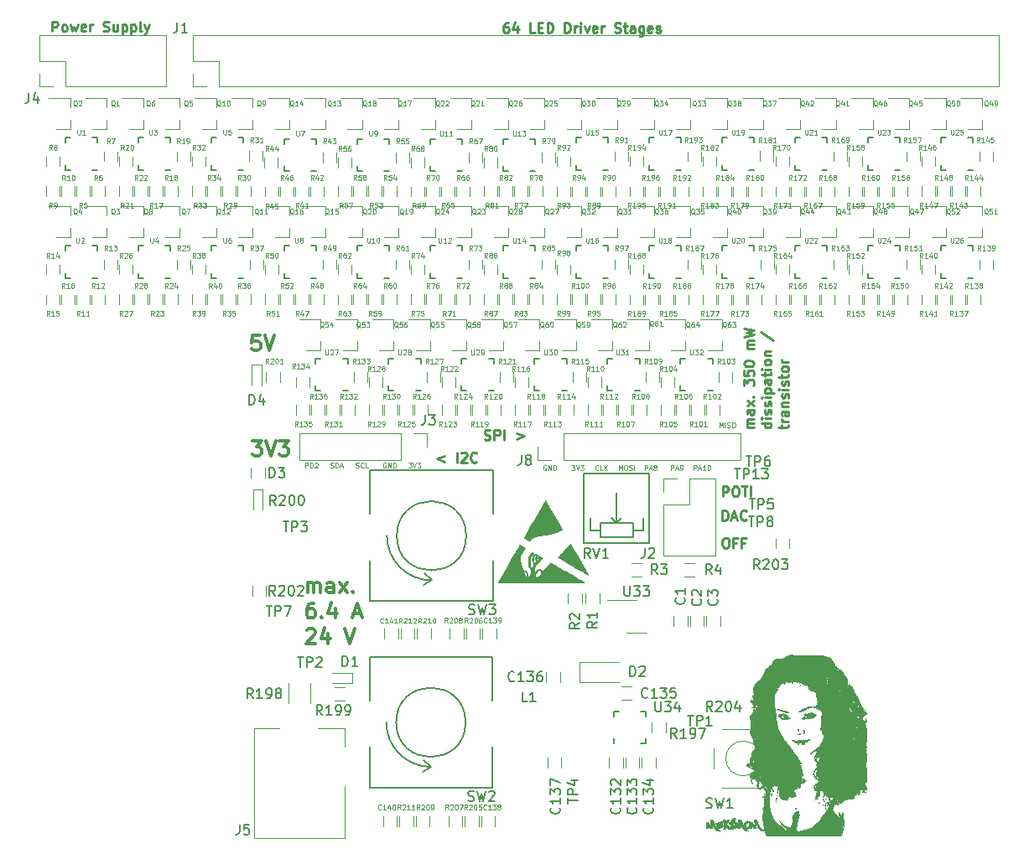
<source format=gbr>
G04 #@! TF.FileFunction,Legend,Top*
%FSLAX46Y46*%
G04 Gerber Fmt 4.6, Leading zero omitted, Abs format (unit mm)*
G04 Created by KiCad (PCBNEW 4.0.7-e2-6376~58~ubuntu17.04.1) date Wed Dec  6 15:02:30 2017*
%MOMM*%
%LPD*%
G01*
G04 APERTURE LIST*
%ADD10C,0.100000*%
%ADD11C,0.250000*%
%ADD12C,0.125000*%
%ADD13C,0.300000*%
%ADD14C,0.010000*%
%ADD15C,0.150000*%
%ADD16C,0.120000*%
G04 APERTURE END LIST*
D10*
D11*
X2778095Y-1087381D02*
X2778095Y-87381D01*
X3159048Y-87381D01*
X3254286Y-135000D01*
X3301905Y-182619D01*
X3349524Y-277857D01*
X3349524Y-420714D01*
X3301905Y-515952D01*
X3254286Y-563571D01*
X3159048Y-611190D01*
X2778095Y-611190D01*
X3920952Y-1087381D02*
X3825714Y-1039762D01*
X3778095Y-992143D01*
X3730476Y-896905D01*
X3730476Y-611190D01*
X3778095Y-515952D01*
X3825714Y-468333D01*
X3920952Y-420714D01*
X4063810Y-420714D01*
X4159048Y-468333D01*
X4206667Y-515952D01*
X4254286Y-611190D01*
X4254286Y-896905D01*
X4206667Y-992143D01*
X4159048Y-1039762D01*
X4063810Y-1087381D01*
X3920952Y-1087381D01*
X4587619Y-420714D02*
X4778095Y-1087381D01*
X4968572Y-611190D01*
X5159048Y-1087381D01*
X5349524Y-420714D01*
X6111429Y-1039762D02*
X6016191Y-1087381D01*
X5825714Y-1087381D01*
X5730476Y-1039762D01*
X5682857Y-944524D01*
X5682857Y-563571D01*
X5730476Y-468333D01*
X5825714Y-420714D01*
X6016191Y-420714D01*
X6111429Y-468333D01*
X6159048Y-563571D01*
X6159048Y-658810D01*
X5682857Y-754048D01*
X6587619Y-1087381D02*
X6587619Y-420714D01*
X6587619Y-611190D02*
X6635238Y-515952D01*
X6682857Y-468333D01*
X6778095Y-420714D01*
X6873334Y-420714D01*
X7920953Y-1039762D02*
X8063810Y-1087381D01*
X8301906Y-1087381D01*
X8397144Y-1039762D01*
X8444763Y-992143D01*
X8492382Y-896905D01*
X8492382Y-801667D01*
X8444763Y-706429D01*
X8397144Y-658810D01*
X8301906Y-611190D01*
X8111429Y-563571D01*
X8016191Y-515952D01*
X7968572Y-468333D01*
X7920953Y-373095D01*
X7920953Y-277857D01*
X7968572Y-182619D01*
X8016191Y-135000D01*
X8111429Y-87381D01*
X8349525Y-87381D01*
X8492382Y-135000D01*
X9349525Y-420714D02*
X9349525Y-1087381D01*
X8920953Y-420714D02*
X8920953Y-944524D01*
X8968572Y-1039762D01*
X9063810Y-1087381D01*
X9206668Y-1087381D01*
X9301906Y-1039762D01*
X9349525Y-992143D01*
X9825715Y-420714D02*
X9825715Y-1420714D01*
X9825715Y-468333D02*
X9920953Y-420714D01*
X10111430Y-420714D01*
X10206668Y-468333D01*
X10254287Y-515952D01*
X10301906Y-611190D01*
X10301906Y-896905D01*
X10254287Y-992143D01*
X10206668Y-1039762D01*
X10111430Y-1087381D01*
X9920953Y-1087381D01*
X9825715Y-1039762D01*
X10730477Y-420714D02*
X10730477Y-1420714D01*
X10730477Y-468333D02*
X10825715Y-420714D01*
X11016192Y-420714D01*
X11111430Y-468333D01*
X11159049Y-515952D01*
X11206668Y-611190D01*
X11206668Y-896905D01*
X11159049Y-992143D01*
X11111430Y-1039762D01*
X11016192Y-1087381D01*
X10825715Y-1087381D01*
X10730477Y-1039762D01*
X11778096Y-1087381D02*
X11682858Y-1039762D01*
X11635239Y-944524D01*
X11635239Y-87381D01*
X12063811Y-420714D02*
X12301906Y-1087381D01*
X12540002Y-420714D02*
X12301906Y-1087381D01*
X12206668Y-1325476D01*
X12159049Y-1373095D01*
X12063811Y-1420714D01*
X48799667Y-214381D02*
X48609190Y-214381D01*
X48513952Y-262000D01*
X48466333Y-309619D01*
X48371095Y-452476D01*
X48323476Y-642952D01*
X48323476Y-1023905D01*
X48371095Y-1119143D01*
X48418714Y-1166762D01*
X48513952Y-1214381D01*
X48704429Y-1214381D01*
X48799667Y-1166762D01*
X48847286Y-1119143D01*
X48894905Y-1023905D01*
X48894905Y-785810D01*
X48847286Y-690571D01*
X48799667Y-642952D01*
X48704429Y-595333D01*
X48513952Y-595333D01*
X48418714Y-642952D01*
X48371095Y-690571D01*
X48323476Y-785810D01*
X49752048Y-547714D02*
X49752048Y-1214381D01*
X49513952Y-166762D02*
X49275857Y-881048D01*
X49894905Y-881048D01*
X51513953Y-1214381D02*
X51037762Y-1214381D01*
X51037762Y-214381D01*
X51847286Y-690571D02*
X52180620Y-690571D01*
X52323477Y-1214381D02*
X51847286Y-1214381D01*
X51847286Y-214381D01*
X52323477Y-214381D01*
X52752048Y-1214381D02*
X52752048Y-214381D01*
X52990143Y-214381D01*
X53133001Y-262000D01*
X53228239Y-357238D01*
X53275858Y-452476D01*
X53323477Y-642952D01*
X53323477Y-785810D01*
X53275858Y-976286D01*
X53228239Y-1071524D01*
X53133001Y-1166762D01*
X52990143Y-1214381D01*
X52752048Y-1214381D01*
X54513953Y-1214381D02*
X54513953Y-214381D01*
X54752048Y-214381D01*
X54894906Y-262000D01*
X54990144Y-357238D01*
X55037763Y-452476D01*
X55085382Y-642952D01*
X55085382Y-785810D01*
X55037763Y-976286D01*
X54990144Y-1071524D01*
X54894906Y-1166762D01*
X54752048Y-1214381D01*
X54513953Y-1214381D01*
X55513953Y-1214381D02*
X55513953Y-547714D01*
X55513953Y-738190D02*
X55561572Y-642952D01*
X55609191Y-595333D01*
X55704429Y-547714D01*
X55799668Y-547714D01*
X56133001Y-1214381D02*
X56133001Y-547714D01*
X56133001Y-214381D02*
X56085382Y-262000D01*
X56133001Y-309619D01*
X56180620Y-262000D01*
X56133001Y-214381D01*
X56133001Y-309619D01*
X56513953Y-547714D02*
X56752048Y-1214381D01*
X56990144Y-547714D01*
X57752049Y-1166762D02*
X57656811Y-1214381D01*
X57466334Y-1214381D01*
X57371096Y-1166762D01*
X57323477Y-1071524D01*
X57323477Y-690571D01*
X57371096Y-595333D01*
X57466334Y-547714D01*
X57656811Y-547714D01*
X57752049Y-595333D01*
X57799668Y-690571D01*
X57799668Y-785810D01*
X57323477Y-881048D01*
X58228239Y-1214381D02*
X58228239Y-547714D01*
X58228239Y-738190D02*
X58275858Y-642952D01*
X58323477Y-595333D01*
X58418715Y-547714D01*
X58513954Y-547714D01*
X59561573Y-1166762D02*
X59704430Y-1214381D01*
X59942526Y-1214381D01*
X60037764Y-1166762D01*
X60085383Y-1119143D01*
X60133002Y-1023905D01*
X60133002Y-928667D01*
X60085383Y-833429D01*
X60037764Y-785810D01*
X59942526Y-738190D01*
X59752049Y-690571D01*
X59656811Y-642952D01*
X59609192Y-595333D01*
X59561573Y-500095D01*
X59561573Y-404857D01*
X59609192Y-309619D01*
X59656811Y-262000D01*
X59752049Y-214381D01*
X59990145Y-214381D01*
X60133002Y-262000D01*
X60418716Y-547714D02*
X60799668Y-547714D01*
X60561573Y-214381D02*
X60561573Y-1071524D01*
X60609192Y-1166762D01*
X60704430Y-1214381D01*
X60799668Y-1214381D01*
X61561574Y-1214381D02*
X61561574Y-690571D01*
X61513955Y-595333D01*
X61418717Y-547714D01*
X61228240Y-547714D01*
X61133002Y-595333D01*
X61561574Y-1166762D02*
X61466336Y-1214381D01*
X61228240Y-1214381D01*
X61133002Y-1166762D01*
X61085383Y-1071524D01*
X61085383Y-976286D01*
X61133002Y-881048D01*
X61228240Y-833429D01*
X61466336Y-833429D01*
X61561574Y-785810D01*
X62466336Y-547714D02*
X62466336Y-1357238D01*
X62418717Y-1452476D01*
X62371098Y-1500095D01*
X62275859Y-1547714D01*
X62133002Y-1547714D01*
X62037764Y-1500095D01*
X62466336Y-1166762D02*
X62371098Y-1214381D01*
X62180621Y-1214381D01*
X62085383Y-1166762D01*
X62037764Y-1119143D01*
X61990145Y-1023905D01*
X61990145Y-738190D01*
X62037764Y-642952D01*
X62085383Y-595333D01*
X62180621Y-547714D01*
X62371098Y-547714D01*
X62466336Y-595333D01*
X63323479Y-1166762D02*
X63228241Y-1214381D01*
X63037764Y-1214381D01*
X62942526Y-1166762D01*
X62894907Y-1071524D01*
X62894907Y-690571D01*
X62942526Y-595333D01*
X63037764Y-547714D01*
X63228241Y-547714D01*
X63323479Y-595333D01*
X63371098Y-690571D01*
X63371098Y-785810D01*
X62894907Y-881048D01*
X63752050Y-1166762D02*
X63847288Y-1214381D01*
X64037764Y-1214381D01*
X64133003Y-1166762D01*
X64180622Y-1071524D01*
X64180622Y-1023905D01*
X64133003Y-928667D01*
X64037764Y-881048D01*
X63894907Y-881048D01*
X63799669Y-833429D01*
X63752050Y-738190D01*
X63752050Y-690571D01*
X63799669Y-595333D01*
X63894907Y-547714D01*
X64037764Y-547714D01*
X64133003Y-595333D01*
X42395200Y-43971714D02*
X41633295Y-44257429D01*
X42395200Y-44543143D01*
X43633295Y-44638381D02*
X43633295Y-43638381D01*
X44061866Y-43733619D02*
X44109485Y-43686000D01*
X44204723Y-43638381D01*
X44442819Y-43638381D01*
X44538057Y-43686000D01*
X44585676Y-43733619D01*
X44633295Y-43828857D01*
X44633295Y-43924095D01*
X44585676Y-44066952D01*
X44014247Y-44638381D01*
X44633295Y-44638381D01*
X45633295Y-44543143D02*
X45585676Y-44590762D01*
X45442819Y-44638381D01*
X45347581Y-44638381D01*
X45204723Y-44590762D01*
X45109485Y-44495524D01*
X45061866Y-44400286D01*
X45014247Y-44209810D01*
X45014247Y-44066952D01*
X45061866Y-43876476D01*
X45109485Y-43781238D01*
X45204723Y-43686000D01*
X45347581Y-43638381D01*
X45442819Y-43638381D01*
X45585676Y-43686000D01*
X45633295Y-43733619D01*
X46411676Y-42304762D02*
X46554533Y-42352381D01*
X46792629Y-42352381D01*
X46887867Y-42304762D01*
X46935486Y-42257143D01*
X46983105Y-42161905D01*
X46983105Y-42066667D01*
X46935486Y-41971429D01*
X46887867Y-41923810D01*
X46792629Y-41876190D01*
X46602152Y-41828571D01*
X46506914Y-41780952D01*
X46459295Y-41733333D01*
X46411676Y-41638095D01*
X46411676Y-41542857D01*
X46459295Y-41447619D01*
X46506914Y-41400000D01*
X46602152Y-41352381D01*
X46840248Y-41352381D01*
X46983105Y-41400000D01*
X47411676Y-42352381D02*
X47411676Y-41352381D01*
X47792629Y-41352381D01*
X47887867Y-41400000D01*
X47935486Y-41447619D01*
X47983105Y-41542857D01*
X47983105Y-41685714D01*
X47935486Y-41780952D01*
X47887867Y-41828571D01*
X47792629Y-41876190D01*
X47411676Y-41876190D01*
X48411676Y-42352381D02*
X48411676Y-41352381D01*
X49649771Y-41685714D02*
X50411676Y-41971429D01*
X49649771Y-42257143D01*
X73600181Y-41077705D02*
X72933514Y-41077705D01*
X73028752Y-41077705D02*
X72981133Y-41030086D01*
X72933514Y-40934848D01*
X72933514Y-40791990D01*
X72981133Y-40696752D01*
X73076371Y-40649133D01*
X73600181Y-40649133D01*
X73076371Y-40649133D02*
X72981133Y-40601514D01*
X72933514Y-40506276D01*
X72933514Y-40363419D01*
X72981133Y-40268181D01*
X73076371Y-40220562D01*
X73600181Y-40220562D01*
X73600181Y-39315800D02*
X73076371Y-39315800D01*
X72981133Y-39363419D01*
X72933514Y-39458657D01*
X72933514Y-39649134D01*
X72981133Y-39744372D01*
X73552562Y-39315800D02*
X73600181Y-39411038D01*
X73600181Y-39649134D01*
X73552562Y-39744372D01*
X73457324Y-39791991D01*
X73362086Y-39791991D01*
X73266848Y-39744372D01*
X73219229Y-39649134D01*
X73219229Y-39411038D01*
X73171610Y-39315800D01*
X73600181Y-38934848D02*
X72933514Y-38411038D01*
X72933514Y-38934848D02*
X73600181Y-38411038D01*
X73504943Y-38030086D02*
X73552562Y-37982467D01*
X73600181Y-38030086D01*
X73552562Y-38077705D01*
X73504943Y-38030086D01*
X73600181Y-38030086D01*
X72600181Y-36887229D02*
X72600181Y-36268181D01*
X72981133Y-36601515D01*
X72981133Y-36458657D01*
X73028752Y-36363419D01*
X73076371Y-36315800D01*
X73171610Y-36268181D01*
X73409705Y-36268181D01*
X73504943Y-36315800D01*
X73552562Y-36363419D01*
X73600181Y-36458657D01*
X73600181Y-36744372D01*
X73552562Y-36839610D01*
X73504943Y-36887229D01*
X72600181Y-35363419D02*
X72600181Y-35839610D01*
X73076371Y-35887229D01*
X73028752Y-35839610D01*
X72981133Y-35744372D01*
X72981133Y-35506276D01*
X73028752Y-35411038D01*
X73076371Y-35363419D01*
X73171610Y-35315800D01*
X73409705Y-35315800D01*
X73504943Y-35363419D01*
X73552562Y-35411038D01*
X73600181Y-35506276D01*
X73600181Y-35744372D01*
X73552562Y-35839610D01*
X73504943Y-35887229D01*
X72600181Y-34696753D02*
X72600181Y-34601514D01*
X72647800Y-34506276D01*
X72695419Y-34458657D01*
X72790657Y-34411038D01*
X72981133Y-34363419D01*
X73219229Y-34363419D01*
X73409705Y-34411038D01*
X73504943Y-34458657D01*
X73552562Y-34506276D01*
X73600181Y-34601514D01*
X73600181Y-34696753D01*
X73552562Y-34791991D01*
X73504943Y-34839610D01*
X73409705Y-34887229D01*
X73219229Y-34934848D01*
X72981133Y-34934848D01*
X72790657Y-34887229D01*
X72695419Y-34839610D01*
X72647800Y-34791991D01*
X72600181Y-34696753D01*
X73600181Y-33172943D02*
X72933514Y-33172943D01*
X73028752Y-33172943D02*
X72981133Y-33125324D01*
X72933514Y-33030086D01*
X72933514Y-32887228D01*
X72981133Y-32791990D01*
X73076371Y-32744371D01*
X73600181Y-32744371D01*
X73076371Y-32744371D02*
X72981133Y-32696752D01*
X72933514Y-32601514D01*
X72933514Y-32458657D01*
X72981133Y-32363419D01*
X73076371Y-32315800D01*
X73600181Y-32315800D01*
X72600181Y-31934848D02*
X73600181Y-31696753D01*
X72885895Y-31506276D01*
X73600181Y-31315800D01*
X72600181Y-31077705D01*
X75350181Y-40649133D02*
X74350181Y-40649133D01*
X75302562Y-40649133D02*
X75350181Y-40744371D01*
X75350181Y-40934848D01*
X75302562Y-41030086D01*
X75254943Y-41077705D01*
X75159705Y-41125324D01*
X74873990Y-41125324D01*
X74778752Y-41077705D01*
X74731133Y-41030086D01*
X74683514Y-40934848D01*
X74683514Y-40744371D01*
X74731133Y-40649133D01*
X75350181Y-40172943D02*
X74683514Y-40172943D01*
X74350181Y-40172943D02*
X74397800Y-40220562D01*
X74445419Y-40172943D01*
X74397800Y-40125324D01*
X74350181Y-40172943D01*
X74445419Y-40172943D01*
X75302562Y-39744372D02*
X75350181Y-39649134D01*
X75350181Y-39458658D01*
X75302562Y-39363419D01*
X75207324Y-39315800D01*
X75159705Y-39315800D01*
X75064467Y-39363419D01*
X75016848Y-39458658D01*
X75016848Y-39601515D01*
X74969229Y-39696753D01*
X74873990Y-39744372D01*
X74826371Y-39744372D01*
X74731133Y-39696753D01*
X74683514Y-39601515D01*
X74683514Y-39458658D01*
X74731133Y-39363419D01*
X75302562Y-38934848D02*
X75350181Y-38839610D01*
X75350181Y-38649134D01*
X75302562Y-38553895D01*
X75207324Y-38506276D01*
X75159705Y-38506276D01*
X75064467Y-38553895D01*
X75016848Y-38649134D01*
X75016848Y-38791991D01*
X74969229Y-38887229D01*
X74873990Y-38934848D01*
X74826371Y-38934848D01*
X74731133Y-38887229D01*
X74683514Y-38791991D01*
X74683514Y-38649134D01*
X74731133Y-38553895D01*
X75350181Y-38077705D02*
X74683514Y-38077705D01*
X74350181Y-38077705D02*
X74397800Y-38125324D01*
X74445419Y-38077705D01*
X74397800Y-38030086D01*
X74350181Y-38077705D01*
X74445419Y-38077705D01*
X74683514Y-37601515D02*
X75683514Y-37601515D01*
X74731133Y-37601515D02*
X74683514Y-37506277D01*
X74683514Y-37315800D01*
X74731133Y-37220562D01*
X74778752Y-37172943D01*
X74873990Y-37125324D01*
X75159705Y-37125324D01*
X75254943Y-37172943D01*
X75302562Y-37220562D01*
X75350181Y-37315800D01*
X75350181Y-37506277D01*
X75302562Y-37601515D01*
X75350181Y-36268181D02*
X74826371Y-36268181D01*
X74731133Y-36315800D01*
X74683514Y-36411038D01*
X74683514Y-36601515D01*
X74731133Y-36696753D01*
X75302562Y-36268181D02*
X75350181Y-36363419D01*
X75350181Y-36601515D01*
X75302562Y-36696753D01*
X75207324Y-36744372D01*
X75112086Y-36744372D01*
X75016848Y-36696753D01*
X74969229Y-36601515D01*
X74969229Y-36363419D01*
X74921610Y-36268181D01*
X74683514Y-35934848D02*
X74683514Y-35553896D01*
X74350181Y-35791991D02*
X75207324Y-35791991D01*
X75302562Y-35744372D01*
X75350181Y-35649134D01*
X75350181Y-35553896D01*
X75350181Y-35220562D02*
X74683514Y-35220562D01*
X74350181Y-35220562D02*
X74397800Y-35268181D01*
X74445419Y-35220562D01*
X74397800Y-35172943D01*
X74350181Y-35220562D01*
X74445419Y-35220562D01*
X75350181Y-34601515D02*
X75302562Y-34696753D01*
X75254943Y-34744372D01*
X75159705Y-34791991D01*
X74873990Y-34791991D01*
X74778752Y-34744372D01*
X74731133Y-34696753D01*
X74683514Y-34601515D01*
X74683514Y-34458657D01*
X74731133Y-34363419D01*
X74778752Y-34315800D01*
X74873990Y-34268181D01*
X75159705Y-34268181D01*
X75254943Y-34315800D01*
X75302562Y-34363419D01*
X75350181Y-34458657D01*
X75350181Y-34601515D01*
X74683514Y-33839610D02*
X75350181Y-33839610D01*
X74778752Y-33839610D02*
X74731133Y-33791991D01*
X74683514Y-33696753D01*
X74683514Y-33553895D01*
X74731133Y-33458657D01*
X74826371Y-33411038D01*
X75350181Y-33411038D01*
X74302562Y-31458657D02*
X75588276Y-32315800D01*
X76433514Y-41220562D02*
X76433514Y-40839610D01*
X76100181Y-41077705D02*
X76957324Y-41077705D01*
X77052562Y-41030086D01*
X77100181Y-40934848D01*
X77100181Y-40839610D01*
X77100181Y-40506276D02*
X76433514Y-40506276D01*
X76623990Y-40506276D02*
X76528752Y-40458657D01*
X76481133Y-40411038D01*
X76433514Y-40315800D01*
X76433514Y-40220561D01*
X77100181Y-39458656D02*
X76576371Y-39458656D01*
X76481133Y-39506275D01*
X76433514Y-39601513D01*
X76433514Y-39791990D01*
X76481133Y-39887228D01*
X77052562Y-39458656D02*
X77100181Y-39553894D01*
X77100181Y-39791990D01*
X77052562Y-39887228D01*
X76957324Y-39934847D01*
X76862086Y-39934847D01*
X76766848Y-39887228D01*
X76719229Y-39791990D01*
X76719229Y-39553894D01*
X76671610Y-39458656D01*
X76433514Y-38982466D02*
X77100181Y-38982466D01*
X76528752Y-38982466D02*
X76481133Y-38934847D01*
X76433514Y-38839609D01*
X76433514Y-38696751D01*
X76481133Y-38601513D01*
X76576371Y-38553894D01*
X77100181Y-38553894D01*
X77052562Y-38125323D02*
X77100181Y-38030085D01*
X77100181Y-37839609D01*
X77052562Y-37744370D01*
X76957324Y-37696751D01*
X76909705Y-37696751D01*
X76814467Y-37744370D01*
X76766848Y-37839609D01*
X76766848Y-37982466D01*
X76719229Y-38077704D01*
X76623990Y-38125323D01*
X76576371Y-38125323D01*
X76481133Y-38077704D01*
X76433514Y-37982466D01*
X76433514Y-37839609D01*
X76481133Y-37744370D01*
X77100181Y-37268180D02*
X76433514Y-37268180D01*
X76100181Y-37268180D02*
X76147800Y-37315799D01*
X76195419Y-37268180D01*
X76147800Y-37220561D01*
X76100181Y-37268180D01*
X76195419Y-37268180D01*
X77052562Y-36839609D02*
X77100181Y-36744371D01*
X77100181Y-36553895D01*
X77052562Y-36458656D01*
X76957324Y-36411037D01*
X76909705Y-36411037D01*
X76814467Y-36458656D01*
X76766848Y-36553895D01*
X76766848Y-36696752D01*
X76719229Y-36791990D01*
X76623990Y-36839609D01*
X76576371Y-36839609D01*
X76481133Y-36791990D01*
X76433514Y-36696752D01*
X76433514Y-36553895D01*
X76481133Y-36458656D01*
X76433514Y-36125323D02*
X76433514Y-35744371D01*
X76100181Y-35982466D02*
X76957324Y-35982466D01*
X77052562Y-35934847D01*
X77100181Y-35839609D01*
X77100181Y-35744371D01*
X77100181Y-35268180D02*
X77052562Y-35363418D01*
X77004943Y-35411037D01*
X76909705Y-35458656D01*
X76623990Y-35458656D01*
X76528752Y-35411037D01*
X76481133Y-35363418D01*
X76433514Y-35268180D01*
X76433514Y-35125322D01*
X76481133Y-35030084D01*
X76528752Y-34982465D01*
X76623990Y-34934846D01*
X76909705Y-34934846D01*
X77004943Y-34982465D01*
X77052562Y-35030084D01*
X77100181Y-35125322D01*
X77100181Y-35268180D01*
X77100181Y-34506275D02*
X76433514Y-34506275D01*
X76623990Y-34506275D02*
X76528752Y-34458656D01*
X76481133Y-34411037D01*
X76433514Y-34315799D01*
X76433514Y-34220560D01*
X70668819Y-52274381D02*
X70859296Y-52274381D01*
X70954534Y-52322000D01*
X71049772Y-52417238D01*
X71097391Y-52607714D01*
X71097391Y-52941048D01*
X71049772Y-53131524D01*
X70954534Y-53226762D01*
X70859296Y-53274381D01*
X70668819Y-53274381D01*
X70573581Y-53226762D01*
X70478343Y-53131524D01*
X70430724Y-52941048D01*
X70430724Y-52607714D01*
X70478343Y-52417238D01*
X70573581Y-52322000D01*
X70668819Y-52274381D01*
X71859296Y-52750571D02*
X71525962Y-52750571D01*
X71525962Y-53274381D02*
X71525962Y-52274381D01*
X72002153Y-52274381D01*
X72716439Y-52750571D02*
X72383105Y-52750571D01*
X72383105Y-53274381D02*
X72383105Y-52274381D01*
X72859296Y-52274381D01*
X70470438Y-48067381D02*
X70470438Y-47067381D01*
X70851391Y-47067381D01*
X70946629Y-47115000D01*
X70994248Y-47162619D01*
X71041867Y-47257857D01*
X71041867Y-47400714D01*
X70994248Y-47495952D01*
X70946629Y-47543571D01*
X70851391Y-47591190D01*
X70470438Y-47591190D01*
X71660914Y-47067381D02*
X71851391Y-47067381D01*
X71946629Y-47115000D01*
X72041867Y-47210238D01*
X72089486Y-47400714D01*
X72089486Y-47734048D01*
X72041867Y-47924524D01*
X71946629Y-48019762D01*
X71851391Y-48067381D01*
X71660914Y-48067381D01*
X71565676Y-48019762D01*
X71470438Y-47924524D01*
X71422819Y-47734048D01*
X71422819Y-47400714D01*
X71470438Y-47210238D01*
X71565676Y-47115000D01*
X71660914Y-47067381D01*
X72375200Y-47067381D02*
X72946629Y-47067381D01*
X72660914Y-48067381D02*
X72660914Y-47067381D01*
X73279962Y-48067381D02*
X73279962Y-47067381D01*
X70430724Y-50480381D02*
X70430724Y-49480381D01*
X70668819Y-49480381D01*
X70811677Y-49528000D01*
X70906915Y-49623238D01*
X70954534Y-49718476D01*
X71002153Y-49908952D01*
X71002153Y-50051810D01*
X70954534Y-50242286D01*
X70906915Y-50337524D01*
X70811677Y-50432762D01*
X70668819Y-50480381D01*
X70430724Y-50480381D01*
X71383105Y-50194667D02*
X71859296Y-50194667D01*
X71287867Y-50480381D02*
X71621200Y-49480381D01*
X71954534Y-50480381D01*
X72859296Y-50385143D02*
X72811677Y-50432762D01*
X72668820Y-50480381D01*
X72573582Y-50480381D01*
X72430724Y-50432762D01*
X72335486Y-50337524D01*
X72287867Y-50242286D01*
X72240248Y-50051810D01*
X72240248Y-49908952D01*
X72287867Y-49718476D01*
X72335486Y-49623238D01*
X72430724Y-49528000D01*
X72573582Y-49480381D01*
X72668820Y-49480381D01*
X72811677Y-49528000D01*
X72859296Y-49575619D01*
D12*
X28330153Y-45174190D02*
X28330153Y-44674190D01*
X28520629Y-44674190D01*
X28568248Y-44698000D01*
X28592057Y-44721810D01*
X28615867Y-44769429D01*
X28615867Y-44840857D01*
X28592057Y-44888476D01*
X28568248Y-44912286D01*
X28520629Y-44936095D01*
X28330153Y-44936095D01*
X28830153Y-45174190D02*
X28830153Y-44674190D01*
X28949200Y-44674190D01*
X29020629Y-44698000D01*
X29068248Y-44745619D01*
X29092057Y-44793238D01*
X29115867Y-44888476D01*
X29115867Y-44959905D01*
X29092057Y-45055143D01*
X29068248Y-45102762D01*
X29020629Y-45150381D01*
X28949200Y-45174190D01*
X28830153Y-45174190D01*
X29306343Y-44721810D02*
X29330153Y-44698000D01*
X29377772Y-44674190D01*
X29496819Y-44674190D01*
X29544438Y-44698000D01*
X29568248Y-44721810D01*
X29592057Y-44769429D01*
X29592057Y-44817048D01*
X29568248Y-44888476D01*
X29282534Y-45174190D01*
X29592057Y-45174190D01*
X30882058Y-45150381D02*
X30953487Y-45174190D01*
X31072534Y-45174190D01*
X31120153Y-45150381D01*
X31143963Y-45126571D01*
X31167772Y-45078952D01*
X31167772Y-45031333D01*
X31143963Y-44983714D01*
X31120153Y-44959905D01*
X31072534Y-44936095D01*
X30977296Y-44912286D01*
X30929677Y-44888476D01*
X30905868Y-44864667D01*
X30882058Y-44817048D01*
X30882058Y-44769429D01*
X30905868Y-44721810D01*
X30929677Y-44698000D01*
X30977296Y-44674190D01*
X31096344Y-44674190D01*
X31167772Y-44698000D01*
X31382058Y-45174190D02*
X31382058Y-44674190D01*
X31501105Y-44674190D01*
X31572534Y-44698000D01*
X31620153Y-44745619D01*
X31643962Y-44793238D01*
X31667772Y-44888476D01*
X31667772Y-44959905D01*
X31643962Y-45055143D01*
X31620153Y-45102762D01*
X31572534Y-45150381D01*
X31501105Y-45174190D01*
X31382058Y-45174190D01*
X31858248Y-45031333D02*
X32096343Y-45031333D01*
X31810629Y-45174190D02*
X31977296Y-44674190D01*
X32143962Y-45174190D01*
X33433962Y-45150381D02*
X33505391Y-45174190D01*
X33624438Y-45174190D01*
X33672057Y-45150381D01*
X33695867Y-45126571D01*
X33719676Y-45078952D01*
X33719676Y-45031333D01*
X33695867Y-44983714D01*
X33672057Y-44959905D01*
X33624438Y-44936095D01*
X33529200Y-44912286D01*
X33481581Y-44888476D01*
X33457772Y-44864667D01*
X33433962Y-44817048D01*
X33433962Y-44769429D01*
X33457772Y-44721810D01*
X33481581Y-44698000D01*
X33529200Y-44674190D01*
X33648248Y-44674190D01*
X33719676Y-44698000D01*
X34219676Y-45126571D02*
X34195866Y-45150381D01*
X34124438Y-45174190D01*
X34076819Y-45174190D01*
X34005390Y-45150381D01*
X33957771Y-45102762D01*
X33933962Y-45055143D01*
X33910152Y-44959905D01*
X33910152Y-44888476D01*
X33933962Y-44793238D01*
X33957771Y-44745619D01*
X34005390Y-44698000D01*
X34076819Y-44674190D01*
X34124438Y-44674190D01*
X34195866Y-44698000D01*
X34219676Y-44721810D01*
X34672057Y-45174190D02*
X34433962Y-45174190D01*
X34433962Y-44674190D01*
X36442247Y-44698000D02*
X36394628Y-44674190D01*
X36323200Y-44674190D01*
X36251771Y-44698000D01*
X36204152Y-44745619D01*
X36180343Y-44793238D01*
X36156533Y-44888476D01*
X36156533Y-44959905D01*
X36180343Y-45055143D01*
X36204152Y-45102762D01*
X36251771Y-45150381D01*
X36323200Y-45174190D01*
X36370819Y-45174190D01*
X36442247Y-45150381D01*
X36466057Y-45126571D01*
X36466057Y-44959905D01*
X36370819Y-44959905D01*
X36680343Y-45174190D02*
X36680343Y-44674190D01*
X36966057Y-45174190D01*
X36966057Y-44674190D01*
X37204153Y-45174190D02*
X37204153Y-44674190D01*
X37323200Y-44674190D01*
X37394629Y-44698000D01*
X37442248Y-44745619D01*
X37466057Y-44793238D01*
X37489867Y-44888476D01*
X37489867Y-44959905D01*
X37466057Y-45055143D01*
X37442248Y-45102762D01*
X37394629Y-45150381D01*
X37323200Y-45174190D01*
X37204153Y-45174190D01*
X38744154Y-44674190D02*
X39053677Y-44674190D01*
X38887011Y-44864667D01*
X38958439Y-44864667D01*
X39006058Y-44888476D01*
X39029868Y-44912286D01*
X39053677Y-44959905D01*
X39053677Y-45078952D01*
X39029868Y-45126571D01*
X39006058Y-45150381D01*
X38958439Y-45174190D01*
X38815582Y-45174190D01*
X38767963Y-45150381D01*
X38744154Y-45126571D01*
X39196534Y-44674190D02*
X39363201Y-45174190D01*
X39529867Y-44674190D01*
X39648915Y-44674190D02*
X39958438Y-44674190D01*
X39791772Y-44864667D01*
X39863200Y-44864667D01*
X39910819Y-44888476D01*
X39934629Y-44912286D01*
X39958438Y-44959905D01*
X39958438Y-45078952D01*
X39934629Y-45126571D01*
X39910819Y-45150381D01*
X39863200Y-45174190D01*
X39720343Y-45174190D01*
X39672724Y-45150381D01*
X39648915Y-45126571D01*
X70124286Y-41110190D02*
X70124286Y-40610190D01*
X70290952Y-40967333D01*
X70457619Y-40610190D01*
X70457619Y-41110190D01*
X70695715Y-41110190D02*
X70695715Y-40610190D01*
X70910000Y-41086381D02*
X70981429Y-41110190D01*
X71100476Y-41110190D01*
X71148095Y-41086381D01*
X71171905Y-41062571D01*
X71195714Y-41014952D01*
X71195714Y-40967333D01*
X71171905Y-40919714D01*
X71148095Y-40895905D01*
X71100476Y-40872095D01*
X71005238Y-40848286D01*
X70957619Y-40824476D01*
X70933810Y-40800667D01*
X70910000Y-40753048D01*
X70910000Y-40705429D01*
X70933810Y-40657810D01*
X70957619Y-40634000D01*
X71005238Y-40610190D01*
X71124286Y-40610190D01*
X71195714Y-40634000D01*
X71505238Y-40610190D02*
X71600476Y-40610190D01*
X71648095Y-40634000D01*
X71695714Y-40681619D01*
X71719523Y-40776857D01*
X71719523Y-40943524D01*
X71695714Y-41038762D01*
X71648095Y-41086381D01*
X71600476Y-41110190D01*
X71505238Y-41110190D01*
X71457619Y-41086381D01*
X71410000Y-41038762D01*
X71386190Y-40943524D01*
X71386190Y-40776857D01*
X71410000Y-40681619D01*
X71457619Y-40634000D01*
X71505238Y-40610190D01*
X67548573Y-45428190D02*
X67548573Y-44928190D01*
X67739049Y-44928190D01*
X67786668Y-44952000D01*
X67810477Y-44975810D01*
X67834287Y-45023429D01*
X67834287Y-45094857D01*
X67810477Y-45142476D01*
X67786668Y-45166286D01*
X67739049Y-45190095D01*
X67548573Y-45190095D01*
X68024763Y-45285333D02*
X68262858Y-45285333D01*
X67977144Y-45428190D02*
X68143811Y-44928190D01*
X68310477Y-45428190D01*
X68739048Y-45428190D02*
X68453334Y-45428190D01*
X68596191Y-45428190D02*
X68596191Y-44928190D01*
X68548572Y-44999619D01*
X68500953Y-45047238D01*
X68453334Y-45071048D01*
X69048572Y-44928190D02*
X69096191Y-44928190D01*
X69143810Y-44952000D01*
X69167619Y-44975810D01*
X69191429Y-45023429D01*
X69215238Y-45118667D01*
X69215238Y-45237714D01*
X69191429Y-45332952D01*
X69167619Y-45380571D01*
X69143810Y-45404381D01*
X69096191Y-45428190D01*
X69048572Y-45428190D01*
X69000953Y-45404381D01*
X68977143Y-45380571D01*
X68953334Y-45332952D01*
X68929524Y-45237714D01*
X68929524Y-45118667D01*
X68953334Y-45023429D01*
X68977143Y-44975810D01*
X69000953Y-44952000D01*
X69048572Y-44928190D01*
X65246668Y-45428190D02*
X65246668Y-44928190D01*
X65437144Y-44928190D01*
X65484763Y-44952000D01*
X65508572Y-44975810D01*
X65532382Y-45023429D01*
X65532382Y-45094857D01*
X65508572Y-45142476D01*
X65484763Y-45166286D01*
X65437144Y-45190095D01*
X65246668Y-45190095D01*
X65722858Y-45285333D02*
X65960953Y-45285333D01*
X65675239Y-45428190D02*
X65841906Y-44928190D01*
X66008572Y-45428190D01*
X66199048Y-45428190D02*
X66294286Y-45428190D01*
X66341905Y-45404381D01*
X66365715Y-45380571D01*
X66413334Y-45309143D01*
X66437143Y-45213905D01*
X66437143Y-45023429D01*
X66413334Y-44975810D01*
X66389524Y-44952000D01*
X66341905Y-44928190D01*
X66246667Y-44928190D01*
X66199048Y-44952000D01*
X66175239Y-44975810D01*
X66151429Y-45023429D01*
X66151429Y-45142476D01*
X66175239Y-45190095D01*
X66199048Y-45213905D01*
X66246667Y-45237714D01*
X66341905Y-45237714D01*
X66389524Y-45213905D01*
X66413334Y-45190095D01*
X66437143Y-45142476D01*
X62579668Y-45428190D02*
X62579668Y-44928190D01*
X62770144Y-44928190D01*
X62817763Y-44952000D01*
X62841572Y-44975810D01*
X62865382Y-45023429D01*
X62865382Y-45094857D01*
X62841572Y-45142476D01*
X62817763Y-45166286D01*
X62770144Y-45190095D01*
X62579668Y-45190095D01*
X63055858Y-45285333D02*
X63293953Y-45285333D01*
X63008239Y-45428190D02*
X63174906Y-44928190D01*
X63341572Y-45428190D01*
X63579667Y-45142476D02*
X63532048Y-45118667D01*
X63508239Y-45094857D01*
X63484429Y-45047238D01*
X63484429Y-45023429D01*
X63508239Y-44975810D01*
X63532048Y-44952000D01*
X63579667Y-44928190D01*
X63674905Y-44928190D01*
X63722524Y-44952000D01*
X63746334Y-44975810D01*
X63770143Y-45023429D01*
X63770143Y-45047238D01*
X63746334Y-45094857D01*
X63722524Y-45118667D01*
X63674905Y-45142476D01*
X63579667Y-45142476D01*
X63532048Y-45166286D01*
X63508239Y-45190095D01*
X63484429Y-45237714D01*
X63484429Y-45332952D01*
X63508239Y-45380571D01*
X63532048Y-45404381D01*
X63579667Y-45428190D01*
X63674905Y-45428190D01*
X63722524Y-45404381D01*
X63746334Y-45380571D01*
X63770143Y-45332952D01*
X63770143Y-45237714D01*
X63746334Y-45190095D01*
X63722524Y-45166286D01*
X63674905Y-45142476D01*
X59964286Y-45428190D02*
X59964286Y-44928190D01*
X60130952Y-45285333D01*
X60297619Y-44928190D01*
X60297619Y-45428190D01*
X60630953Y-44928190D02*
X60726191Y-44928190D01*
X60773810Y-44952000D01*
X60821429Y-44999619D01*
X60845238Y-45094857D01*
X60845238Y-45261524D01*
X60821429Y-45356762D01*
X60773810Y-45404381D01*
X60726191Y-45428190D01*
X60630953Y-45428190D01*
X60583334Y-45404381D01*
X60535715Y-45356762D01*
X60511905Y-45261524D01*
X60511905Y-45094857D01*
X60535715Y-44999619D01*
X60583334Y-44952000D01*
X60630953Y-44928190D01*
X61035715Y-45404381D02*
X61107144Y-45428190D01*
X61226191Y-45428190D01*
X61273810Y-45404381D01*
X61297620Y-45380571D01*
X61321429Y-45332952D01*
X61321429Y-45285333D01*
X61297620Y-45237714D01*
X61273810Y-45213905D01*
X61226191Y-45190095D01*
X61130953Y-45166286D01*
X61083334Y-45142476D01*
X61059525Y-45118667D01*
X61035715Y-45071048D01*
X61035715Y-45023429D01*
X61059525Y-44975810D01*
X61083334Y-44952000D01*
X61130953Y-44928190D01*
X61250001Y-44928190D01*
X61321429Y-44952000D01*
X61535715Y-45428190D02*
X61535715Y-44928190D01*
X57912381Y-45380571D02*
X57888571Y-45404381D01*
X57817143Y-45428190D01*
X57769524Y-45428190D01*
X57698095Y-45404381D01*
X57650476Y-45356762D01*
X57626667Y-45309143D01*
X57602857Y-45213905D01*
X57602857Y-45142476D01*
X57626667Y-45047238D01*
X57650476Y-44999619D01*
X57698095Y-44952000D01*
X57769524Y-44928190D01*
X57817143Y-44928190D01*
X57888571Y-44952000D01*
X57912381Y-44975810D01*
X58364762Y-45428190D02*
X58126667Y-45428190D01*
X58126667Y-44928190D01*
X58531429Y-45428190D02*
X58531429Y-44928190D01*
X58817143Y-45428190D02*
X58602857Y-45142476D01*
X58817143Y-44928190D02*
X58531429Y-45213905D01*
X55177954Y-44928190D02*
X55487477Y-44928190D01*
X55320811Y-45118667D01*
X55392239Y-45118667D01*
X55439858Y-45142476D01*
X55463668Y-45166286D01*
X55487477Y-45213905D01*
X55487477Y-45332952D01*
X55463668Y-45380571D01*
X55439858Y-45404381D01*
X55392239Y-45428190D01*
X55249382Y-45428190D01*
X55201763Y-45404381D01*
X55177954Y-45380571D01*
X55630334Y-44928190D02*
X55797001Y-45428190D01*
X55963667Y-44928190D01*
X56082715Y-44928190D02*
X56392238Y-44928190D01*
X56225572Y-45118667D01*
X56297000Y-45118667D01*
X56344619Y-45142476D01*
X56368429Y-45166286D01*
X56392238Y-45213905D01*
X56392238Y-45332952D01*
X56368429Y-45380571D01*
X56344619Y-45404381D01*
X56297000Y-45428190D01*
X56154143Y-45428190D01*
X56106524Y-45404381D01*
X56082715Y-45380571D01*
X52622047Y-44952000D02*
X52574428Y-44928190D01*
X52503000Y-44928190D01*
X52431571Y-44952000D01*
X52383952Y-44999619D01*
X52360143Y-45047238D01*
X52336333Y-45142476D01*
X52336333Y-45213905D01*
X52360143Y-45309143D01*
X52383952Y-45356762D01*
X52431571Y-45404381D01*
X52503000Y-45428190D01*
X52550619Y-45428190D01*
X52622047Y-45404381D01*
X52645857Y-45380571D01*
X52645857Y-45213905D01*
X52550619Y-45213905D01*
X52860143Y-45428190D02*
X52860143Y-44928190D01*
X53145857Y-45428190D01*
X53145857Y-44928190D01*
X53383953Y-45428190D02*
X53383953Y-44928190D01*
X53503000Y-44928190D01*
X53574429Y-44952000D01*
X53622048Y-44999619D01*
X53645857Y-45047238D01*
X53669667Y-45142476D01*
X53669667Y-45213905D01*
X53645857Y-45309143D01*
X53622048Y-45356762D01*
X53574429Y-45404381D01*
X53503000Y-45428190D01*
X53383953Y-45428190D01*
D13*
X28544343Y-57808571D02*
X28544343Y-56808571D01*
X28544343Y-56951429D02*
X28615771Y-56880000D01*
X28758629Y-56808571D01*
X28972914Y-56808571D01*
X29115771Y-56880000D01*
X29187200Y-57022857D01*
X29187200Y-57808571D01*
X29187200Y-57022857D02*
X29258629Y-56880000D01*
X29401486Y-56808571D01*
X29615771Y-56808571D01*
X29758629Y-56880000D01*
X29830057Y-57022857D01*
X29830057Y-57808571D01*
X31187200Y-57808571D02*
X31187200Y-57022857D01*
X31115771Y-56880000D01*
X30972914Y-56808571D01*
X30687200Y-56808571D01*
X30544343Y-56880000D01*
X31187200Y-57737143D02*
X31044343Y-57808571D01*
X30687200Y-57808571D01*
X30544343Y-57737143D01*
X30472914Y-57594286D01*
X30472914Y-57451429D01*
X30544343Y-57308571D01*
X30687200Y-57237143D01*
X31044343Y-57237143D01*
X31187200Y-57165714D01*
X31758629Y-57808571D02*
X32544343Y-56808571D01*
X31758629Y-56808571D02*
X32544343Y-57808571D01*
X33115772Y-57665714D02*
X33187200Y-57737143D01*
X33115772Y-57808571D01*
X33044343Y-57737143D01*
X33115772Y-57665714D01*
X33115772Y-57808571D01*
X29187200Y-58858571D02*
X28901486Y-58858571D01*
X28758629Y-58930000D01*
X28687200Y-59001429D01*
X28544343Y-59215714D01*
X28472914Y-59501429D01*
X28472914Y-60072857D01*
X28544343Y-60215714D01*
X28615771Y-60287143D01*
X28758629Y-60358571D01*
X29044343Y-60358571D01*
X29187200Y-60287143D01*
X29258629Y-60215714D01*
X29330057Y-60072857D01*
X29330057Y-59715714D01*
X29258629Y-59572857D01*
X29187200Y-59501429D01*
X29044343Y-59430000D01*
X28758629Y-59430000D01*
X28615771Y-59501429D01*
X28544343Y-59572857D01*
X28472914Y-59715714D01*
X29972914Y-60215714D02*
X30044342Y-60287143D01*
X29972914Y-60358571D01*
X29901485Y-60287143D01*
X29972914Y-60215714D01*
X29972914Y-60358571D01*
X31330057Y-59358571D02*
X31330057Y-60358571D01*
X30972914Y-58787143D02*
X30615771Y-59858571D01*
X31544343Y-59858571D01*
X33187199Y-59930000D02*
X33901485Y-59930000D01*
X33044342Y-60358571D02*
X33544342Y-58858571D01*
X34044342Y-60358571D01*
X28472914Y-61551429D02*
X28544343Y-61480000D01*
X28687200Y-61408571D01*
X29044343Y-61408571D01*
X29187200Y-61480000D01*
X29258629Y-61551429D01*
X29330057Y-61694286D01*
X29330057Y-61837143D01*
X29258629Y-62051429D01*
X28401486Y-62908571D01*
X29330057Y-62908571D01*
X30615771Y-61908571D02*
X30615771Y-62908571D01*
X30258628Y-61337143D02*
X29901485Y-62408571D01*
X30830057Y-62408571D01*
X32330056Y-61408571D02*
X32830056Y-62908571D01*
X33330056Y-61408571D01*
X22991286Y-42475571D02*
X23919857Y-42475571D01*
X23419857Y-43047000D01*
X23634143Y-43047000D01*
X23777000Y-43118429D01*
X23848429Y-43189857D01*
X23919857Y-43332714D01*
X23919857Y-43689857D01*
X23848429Y-43832714D01*
X23777000Y-43904143D01*
X23634143Y-43975571D01*
X23205571Y-43975571D01*
X23062714Y-43904143D01*
X22991286Y-43832714D01*
X24348428Y-42475571D02*
X24848428Y-43975571D01*
X25348428Y-42475571D01*
X25705571Y-42475571D02*
X26634142Y-42475571D01*
X26134142Y-43047000D01*
X26348428Y-43047000D01*
X26491285Y-43118429D01*
X26562714Y-43189857D01*
X26634142Y-43332714D01*
X26634142Y-43689857D01*
X26562714Y-43832714D01*
X26491285Y-43904143D01*
X26348428Y-43975571D01*
X25919856Y-43975571D01*
X25776999Y-43904143D01*
X25705571Y-43832714D01*
X23721429Y-31807571D02*
X23007143Y-31807571D01*
X22935714Y-32521857D01*
X23007143Y-32450429D01*
X23150000Y-32379000D01*
X23507143Y-32379000D01*
X23650000Y-32450429D01*
X23721429Y-32521857D01*
X23792857Y-32664714D01*
X23792857Y-33021857D01*
X23721429Y-33164714D01*
X23650000Y-33236143D01*
X23507143Y-33307571D01*
X23150000Y-33307571D01*
X23007143Y-33236143D01*
X22935714Y-33164714D01*
X24221428Y-31807571D02*
X24721428Y-33307571D01*
X25221428Y-31807571D01*
D14*
G36*
X49964705Y-52999352D02*
X49989678Y-53011089D01*
X50026746Y-53030044D01*
X50073185Y-53054694D01*
X50126273Y-53083520D01*
X50183286Y-53115002D01*
X50241502Y-53147617D01*
X50298196Y-53179847D01*
X50350647Y-53210169D01*
X50396132Y-53237064D01*
X50431926Y-53259011D01*
X50455308Y-53274489D01*
X50461831Y-53279637D01*
X50464726Y-53285997D01*
X50463129Y-53297330D01*
X50456052Y-53315557D01*
X50442507Y-53342595D01*
X50421508Y-53380362D01*
X50392068Y-53430779D01*
X50353198Y-53495762D01*
X50335690Y-53524774D01*
X50290548Y-53598882D01*
X50241565Y-53678322D01*
X50191913Y-53758014D01*
X50144766Y-53832879D01*
X50103296Y-53897837D01*
X50086108Y-53924360D01*
X50040079Y-53996775D01*
X50004113Y-54057367D01*
X49978966Y-54104787D01*
X49965395Y-54137687D01*
X49964426Y-54141199D01*
X49957257Y-54188249D01*
X49957077Y-54245965D01*
X49964097Y-54316187D01*
X49978531Y-54400752D01*
X50000591Y-54501499D01*
X50010945Y-54544120D01*
X50028106Y-54614459D01*
X50047942Y-54697828D01*
X50068856Y-54787390D01*
X50089253Y-54876308D01*
X50107536Y-54957745D01*
X50108186Y-54960680D01*
X50136136Y-55082972D01*
X50162013Y-55186890D01*
X50186454Y-55274197D01*
X50210093Y-55346656D01*
X50233568Y-55406033D01*
X50257512Y-55454091D01*
X50282563Y-55492593D01*
X50309356Y-55523304D01*
X50311826Y-55525700D01*
X50331678Y-55542565D01*
X50350580Y-55550684D01*
X50376550Y-55552364D01*
X50400203Y-55551153D01*
X50460704Y-55547352D01*
X50504706Y-55545728D01*
X50535963Y-55546808D01*
X50558229Y-55551121D01*
X50575259Y-55559192D01*
X50590806Y-55571551D01*
X50598727Y-55579047D01*
X50620817Y-55604059D01*
X50641070Y-55635518D01*
X50660537Y-55675986D01*
X50680267Y-55728021D01*
X50701309Y-55794185D01*
X50724715Y-55877039D01*
X50731950Y-55904013D01*
X50756903Y-55995509D01*
X50778449Y-56068773D01*
X50797290Y-56125476D01*
X50814129Y-56167285D01*
X50829666Y-56195870D01*
X50844604Y-56212901D01*
X50859644Y-56220045D01*
X50865031Y-56220520D01*
X50884476Y-56211549D01*
X50909305Y-56186728D01*
X50937665Y-56149195D01*
X50967702Y-56102086D01*
X50997564Y-56048539D01*
X51023357Y-55995854D01*
X51520581Y-55995854D01*
X51522679Y-56071252D01*
X51540621Y-56140973D01*
X51573721Y-56201343D01*
X51591706Y-56222740D01*
X51615331Y-56246215D01*
X51633599Y-56257802D01*
X51654677Y-56260779D01*
X51681792Y-56258903D01*
X51727016Y-56249035D01*
X51773939Y-56226470D01*
X51791326Y-56215564D01*
X51828989Y-56187255D01*
X51874529Y-56147669D01*
X51923216Y-56101468D01*
X51970322Y-56053310D01*
X52011117Y-56007858D01*
X52040872Y-55969770D01*
X52041123Y-55969406D01*
X52083424Y-55895147D01*
X52108671Y-55821978D01*
X52117218Y-55751899D01*
X52109419Y-55686908D01*
X52085627Y-55629007D01*
X52046195Y-55580194D01*
X51991477Y-55542469D01*
X51963478Y-55530207D01*
X51907981Y-55519370D01*
X51853555Y-55528803D01*
X51813097Y-55549489D01*
X51779445Y-55577061D01*
X51739376Y-55618103D01*
X51695924Y-55668590D01*
X51652120Y-55724501D01*
X51610999Y-55781810D01*
X51575591Y-55836495D01*
X51548930Y-55884531D01*
X51535010Y-55918449D01*
X51520581Y-55995854D01*
X51023357Y-55995854D01*
X51025396Y-55991691D01*
X51049345Y-55934679D01*
X51067557Y-55880642D01*
X51069113Y-55875080D01*
X51081267Y-55811882D01*
X51087719Y-55736800D01*
X51088554Y-55656582D01*
X51083859Y-55577975D01*
X51073718Y-55507729D01*
X51063953Y-55468802D01*
X51042546Y-55406245D01*
X51020556Y-55356985D01*
X50994025Y-55314284D01*
X50958994Y-55271401D01*
X50929586Y-55240026D01*
X50898307Y-55205961D01*
X50871852Y-55173878D01*
X50854096Y-55148632D01*
X50849629Y-55139926D01*
X50845454Y-55119998D01*
X50843816Y-55087363D01*
X50844719Y-55039807D01*
X50848169Y-54975111D01*
X50850054Y-54946939D01*
X50853893Y-54880094D01*
X50855956Y-54812388D01*
X50856234Y-54739506D01*
X50854717Y-54657134D01*
X50851396Y-54560955D01*
X50849104Y-54507417D01*
X50845472Y-54425231D01*
X50842871Y-54360705D01*
X50841365Y-54311203D01*
X50841017Y-54274086D01*
X50841889Y-54246718D01*
X50844044Y-54226462D01*
X50847546Y-54210681D01*
X50852458Y-54196738D01*
X50856763Y-54186673D01*
X50877793Y-54145559D01*
X50909156Y-54092536D01*
X50948257Y-54031369D01*
X50992498Y-53965825D01*
X51039283Y-53899669D01*
X51086014Y-53836666D01*
X51130095Y-53780584D01*
X51165456Y-53739026D01*
X51199600Y-53701012D01*
X51283333Y-53749186D01*
X51319415Y-53770472D01*
X51347711Y-53788171D01*
X51364358Y-53799810D01*
X51367153Y-53802789D01*
X51359425Y-53811129D01*
X51340558Y-53823972D01*
X51339088Y-53824848D01*
X51321540Y-53839277D01*
X51295262Y-53865829D01*
X51263970Y-53900567D01*
X51234948Y-53935140D01*
X51196449Y-53982347D01*
X51154425Y-54033480D01*
X51115094Y-54080991D01*
X51094878Y-54105211D01*
X51065024Y-54141977D01*
X51038592Y-54176630D01*
X51019551Y-54203874D01*
X51014071Y-54213009D01*
X51003370Y-54247854D01*
X50998662Y-54298629D01*
X50999929Y-54361853D01*
X51007150Y-54434044D01*
X51015553Y-54487030D01*
X51029944Y-54608884D01*
X51027169Y-54726645D01*
X51011480Y-54827602D01*
X50996317Y-54918408D01*
X50992319Y-54997409D01*
X50999412Y-55069726D01*
X51007379Y-55106082D01*
X51029575Y-55175366D01*
X51055491Y-55227217D01*
X51084531Y-55260764D01*
X51116099Y-55275137D01*
X51123429Y-55275640D01*
X51155312Y-55267709D01*
X51193884Y-55246116D01*
X51234642Y-55214157D01*
X51273084Y-55175132D01*
X51290642Y-55153171D01*
X51332216Y-55085445D01*
X51356797Y-55016045D01*
X51366008Y-54939383D01*
X51365325Y-54895984D01*
X51363040Y-54862644D01*
X51359161Y-54834307D01*
X51352274Y-54806506D01*
X51340964Y-54774775D01*
X51323819Y-54734646D01*
X51299423Y-54681652D01*
X51293434Y-54668870D01*
X51257804Y-54590988D01*
X51231229Y-54527781D01*
X51212785Y-54476222D01*
X51201548Y-54433284D01*
X51199327Y-54416537D01*
X51343198Y-54416537D01*
X51347271Y-54495004D01*
X51358949Y-54573465D01*
X51377444Y-54647964D01*
X51401963Y-54714545D01*
X51431716Y-54769251D01*
X51465912Y-54808125D01*
X51467826Y-54809663D01*
X51496186Y-54825360D01*
X51520566Y-54823078D01*
X51543017Y-54801995D01*
X51560140Y-54772720D01*
X51579397Y-54713558D01*
X51586126Y-54639408D01*
X51580352Y-54551260D01*
X51562098Y-54450106D01*
X51551557Y-54407180D01*
X51535321Y-54344104D01*
X51524889Y-54296744D01*
X51520838Y-54261179D01*
X51523747Y-54233489D01*
X51534192Y-54209753D01*
X51552751Y-54186051D01*
X51580000Y-54158462D01*
X51589538Y-54149244D01*
X51620840Y-54117456D01*
X51646499Y-54088418D01*
X51662779Y-54066496D01*
X51666262Y-54059487D01*
X51665915Y-54030596D01*
X51652490Y-53998934D01*
X51630183Y-53972430D01*
X51614987Y-53962617D01*
X51584725Y-53959407D01*
X51550309Y-53973516D01*
X51513470Y-54002814D01*
X51475937Y-54045169D01*
X51439441Y-54098452D01*
X51405710Y-54160531D01*
X51376476Y-54229276D01*
X51361036Y-54275411D01*
X51347523Y-54342020D01*
X51343198Y-54416537D01*
X51199327Y-54416537D01*
X51196594Y-54395941D01*
X51196999Y-54361165D01*
X51197581Y-54354828D01*
X51207852Y-54306213D01*
X51228967Y-54245531D01*
X51259165Y-54176652D01*
X51296684Y-54103448D01*
X51339761Y-54029789D01*
X51359551Y-53998946D01*
X51387309Y-53955809D01*
X51411092Y-53916779D01*
X51428458Y-53886008D01*
X51436961Y-53867650D01*
X51437123Y-53867085D01*
X51440056Y-53858678D01*
X51445158Y-53854298D01*
X51454974Y-53854962D01*
X51472050Y-53861684D01*
X51498930Y-53875480D01*
X51538160Y-53897366D01*
X51592284Y-53928357D01*
X51595919Y-53930447D01*
X51647699Y-53960290D01*
X51694806Y-53987576D01*
X51733781Y-54010291D01*
X51761164Y-54026419D01*
X51771975Y-54032958D01*
X51795710Y-54047895D01*
X51762580Y-54065663D01*
X51724785Y-54096997D01*
X51694942Y-54144734D01*
X51673836Y-54206265D01*
X51662251Y-54278980D01*
X51660971Y-54360268D01*
X51663575Y-54395158D01*
X51671795Y-54442873D01*
X51685774Y-54489899D01*
X51703456Y-54531468D01*
X51722785Y-54562810D01*
X51741702Y-54579155D01*
X51743140Y-54579673D01*
X51769132Y-54578856D01*
X51799981Y-54565523D01*
X51828458Y-54543491D01*
X51841277Y-54527867D01*
X51855897Y-54488104D01*
X51855612Y-54439773D01*
X51840736Y-54387770D01*
X51830937Y-54367346D01*
X51809558Y-54314850D01*
X51806690Y-54268848D01*
X51822705Y-54226680D01*
X51855974Y-54187534D01*
X51876021Y-54165656D01*
X51882564Y-54146628D01*
X51880365Y-54127767D01*
X51877184Y-54106521D01*
X51878711Y-54097106D01*
X51878926Y-54097080D01*
X51889359Y-54101947D01*
X51913764Y-54115203D01*
X51948665Y-54134826D01*
X51990582Y-54158793D01*
X52036037Y-54185083D01*
X52081554Y-54211676D01*
X52123653Y-54236548D01*
X52158856Y-54257680D01*
X52183685Y-54273048D01*
X52194568Y-54280537D01*
X52195671Y-54293839D01*
X52183144Y-54318761D01*
X52156716Y-54355635D01*
X52116118Y-54404792D01*
X52061080Y-54466566D01*
X51991332Y-54541286D01*
X51932304Y-54602823D01*
X51830793Y-54709059D01*
X51743618Y-54803478D01*
X51669734Y-54887547D01*
X51608101Y-54962734D01*
X51557675Y-55030505D01*
X51517415Y-55092327D01*
X51486279Y-55149669D01*
X51463224Y-55203996D01*
X51447207Y-55256775D01*
X51439031Y-55297187D01*
X51434684Y-55330165D01*
X51429471Y-55379246D01*
X51423722Y-55440251D01*
X51417770Y-55508998D01*
X51411946Y-55581306D01*
X51406579Y-55652995D01*
X51402003Y-55719884D01*
X51398547Y-55777792D01*
X51396544Y-55822538D01*
X51396196Y-55837949D01*
X51397945Y-55881302D01*
X51404534Y-55906337D01*
X51416389Y-55912916D01*
X51433933Y-55900898D01*
X51457589Y-55870143D01*
X51487781Y-55820513D01*
X51496561Y-55804846D01*
X51556618Y-55702472D01*
X51613565Y-55618564D01*
X51668580Y-55551727D01*
X51722840Y-55500565D01*
X51777523Y-55463681D01*
X51789742Y-55457337D01*
X51823813Y-55441359D01*
X51850479Y-55432227D01*
X51877480Y-55428548D01*
X51912554Y-55428929D01*
X51939202Y-55430433D01*
X51995569Y-55436274D01*
X52039615Y-55446864D01*
X52074393Y-55461549D01*
X52106881Y-55479269D01*
X52130426Y-55496765D01*
X52149872Y-55519184D01*
X52170058Y-55551671D01*
X52185120Y-55579218D01*
X52199027Y-55604639D01*
X52211513Y-55623644D01*
X52224139Y-55635264D01*
X52238471Y-55638527D01*
X52256072Y-55632462D01*
X52278506Y-55616100D01*
X52307337Y-55588469D01*
X52344128Y-55548599D01*
X52390444Y-55495518D01*
X52447848Y-55428257D01*
X52469614Y-55402640D01*
X52560167Y-55297244D01*
X52641225Y-55205635D01*
X52715285Y-55125193D01*
X52784842Y-55053298D01*
X52852392Y-54987333D01*
X52920433Y-54924677D01*
X52950594Y-54897984D01*
X52997609Y-54857158D01*
X53032096Y-54828284D01*
X53056586Y-54809677D01*
X53073611Y-54799647D01*
X53085705Y-54796507D01*
X53095398Y-54798570D01*
X53097914Y-54799791D01*
X53109071Y-54806107D01*
X53136851Y-54822027D01*
X53180280Y-54846988D01*
X53238385Y-54880430D01*
X53310194Y-54921792D01*
X53394733Y-54970512D01*
X53491030Y-55026030D01*
X53598112Y-55087785D01*
X53715005Y-55155215D01*
X53840737Y-55227760D01*
X53974335Y-55304858D01*
X54114826Y-55385949D01*
X54261236Y-55470471D01*
X54412594Y-55557863D01*
X54466040Y-55588725D01*
X54624876Y-55680446D01*
X54782787Y-55771628D01*
X54938488Y-55861529D01*
X55090695Y-55949408D01*
X55238124Y-56034524D01*
X55379491Y-56116135D01*
X55513511Y-56193501D01*
X55638900Y-56265880D01*
X55754375Y-56332531D01*
X55858650Y-56392711D01*
X55950441Y-56445681D01*
X56028465Y-56490698D01*
X56091437Y-56527022D01*
X56137360Y-56553500D01*
X56211281Y-56596145D01*
X56279532Y-56635597D01*
X56340139Y-56670708D01*
X56391128Y-56700332D01*
X56430525Y-56723320D01*
X56456354Y-56738527D01*
X56466642Y-56744804D01*
X56466713Y-56744863D01*
X56456953Y-56745134D01*
X56427531Y-56745400D01*
X56379103Y-56745661D01*
X56312327Y-56745916D01*
X56227860Y-56746165D01*
X56126360Y-56746406D01*
X56008483Y-56746639D01*
X55874887Y-56746865D01*
X55726230Y-56747081D01*
X55563167Y-56747288D01*
X55386358Y-56747484D01*
X55196459Y-56747670D01*
X54994127Y-56747844D01*
X54780019Y-56748007D01*
X54554794Y-56748156D01*
X54319108Y-56748293D01*
X54073618Y-56748416D01*
X53818982Y-56748524D01*
X53555856Y-56748618D01*
X53284899Y-56748696D01*
X53006768Y-56748758D01*
X52722120Y-56748802D01*
X52431611Y-56748830D01*
X52135900Y-56748839D01*
X52130933Y-56748840D01*
X51835099Y-56748829D01*
X51544439Y-56748798D01*
X51259611Y-56748748D01*
X50981272Y-56748679D01*
X50710082Y-56748591D01*
X50446698Y-56748486D01*
X50191779Y-56748364D01*
X49945981Y-56748226D01*
X49709965Y-56748073D01*
X49484387Y-56747904D01*
X49269906Y-56747721D01*
X49067180Y-56747525D01*
X48876868Y-56747316D01*
X48699626Y-56747095D01*
X48536114Y-56746862D01*
X48386990Y-56746618D01*
X48252911Y-56746365D01*
X48134536Y-56746102D01*
X48032523Y-56745830D01*
X47947530Y-56745550D01*
X47880215Y-56745263D01*
X47831237Y-56744969D01*
X47801253Y-56744669D01*
X47790922Y-56744364D01*
X47790920Y-56744360D01*
X47795912Y-56735219D01*
X47810536Y-56709404D01*
X47834261Y-56667839D01*
X47866556Y-56611445D01*
X47906889Y-56541145D01*
X47954731Y-56457863D01*
X48009550Y-56362520D01*
X48070815Y-56256039D01*
X48137996Y-56139343D01*
X48210562Y-56013354D01*
X48287982Y-55878996D01*
X48369725Y-55737191D01*
X48398258Y-55687709D01*
X50341764Y-55687709D01*
X50343267Y-55710953D01*
X50355513Y-55774606D01*
X50382632Y-55848954D01*
X50423702Y-55931907D01*
X50477803Y-56021374D01*
X50484630Y-56031703D01*
X50535261Y-56103336D01*
X50579460Y-56156357D01*
X50617827Y-56191215D01*
X50650962Y-56208363D01*
X50679465Y-56208252D01*
X50701034Y-56194394D01*
X50713665Y-56168330D01*
X50716248Y-56125331D01*
X50708760Y-56065238D01*
X50691179Y-55987894D01*
X50663482Y-55893143D01*
X50654387Y-55864920D01*
X50628044Y-55790184D01*
X50602939Y-55733163D01*
X50576995Y-55691521D01*
X50548132Y-55662925D01*
X50514272Y-55645042D01*
X50473337Y-55635536D01*
X50447919Y-55633088D01*
X50405518Y-55632808D01*
X50372717Y-55637261D01*
X50361628Y-55641277D01*
X50348673Y-55650466D01*
X50342580Y-55663938D01*
X50341764Y-55687709D01*
X48398258Y-55687709D01*
X48455260Y-55588860D01*
X48544056Y-55434928D01*
X48625366Y-55294020D01*
X48721210Y-55127947D01*
X48817048Y-54961882D01*
X48912123Y-54797136D01*
X49005678Y-54635021D01*
X49096954Y-54476851D01*
X49185195Y-54323938D01*
X49269644Y-54177595D01*
X49349542Y-54039134D01*
X49424132Y-53909867D01*
X49492657Y-53791108D01*
X49554360Y-53684169D01*
X49608483Y-53590362D01*
X49654268Y-53511000D01*
X49690959Y-53447396D01*
X49703000Y-53426520D01*
X49751898Y-53341862D01*
X49797855Y-53262529D01*
X49839847Y-53190271D01*
X49876852Y-53126841D01*
X49907844Y-53073987D01*
X49931800Y-53033460D01*
X49947697Y-53007012D01*
X49954511Y-52996393D01*
X49954549Y-52996352D01*
X49964705Y-52999352D01*
X49964705Y-52999352D01*
G37*
X49964705Y-52999352D02*
X49989678Y-53011089D01*
X50026746Y-53030044D01*
X50073185Y-53054694D01*
X50126273Y-53083520D01*
X50183286Y-53115002D01*
X50241502Y-53147617D01*
X50298196Y-53179847D01*
X50350647Y-53210169D01*
X50396132Y-53237064D01*
X50431926Y-53259011D01*
X50455308Y-53274489D01*
X50461831Y-53279637D01*
X50464726Y-53285997D01*
X50463129Y-53297330D01*
X50456052Y-53315557D01*
X50442507Y-53342595D01*
X50421508Y-53380362D01*
X50392068Y-53430779D01*
X50353198Y-53495762D01*
X50335690Y-53524774D01*
X50290548Y-53598882D01*
X50241565Y-53678322D01*
X50191913Y-53758014D01*
X50144766Y-53832879D01*
X50103296Y-53897837D01*
X50086108Y-53924360D01*
X50040079Y-53996775D01*
X50004113Y-54057367D01*
X49978966Y-54104787D01*
X49965395Y-54137687D01*
X49964426Y-54141199D01*
X49957257Y-54188249D01*
X49957077Y-54245965D01*
X49964097Y-54316187D01*
X49978531Y-54400752D01*
X50000591Y-54501499D01*
X50010945Y-54544120D01*
X50028106Y-54614459D01*
X50047942Y-54697828D01*
X50068856Y-54787390D01*
X50089253Y-54876308D01*
X50107536Y-54957745D01*
X50108186Y-54960680D01*
X50136136Y-55082972D01*
X50162013Y-55186890D01*
X50186454Y-55274197D01*
X50210093Y-55346656D01*
X50233568Y-55406033D01*
X50257512Y-55454091D01*
X50282563Y-55492593D01*
X50309356Y-55523304D01*
X50311826Y-55525700D01*
X50331678Y-55542565D01*
X50350580Y-55550684D01*
X50376550Y-55552364D01*
X50400203Y-55551153D01*
X50460704Y-55547352D01*
X50504706Y-55545728D01*
X50535963Y-55546808D01*
X50558229Y-55551121D01*
X50575259Y-55559192D01*
X50590806Y-55571551D01*
X50598727Y-55579047D01*
X50620817Y-55604059D01*
X50641070Y-55635518D01*
X50660537Y-55675986D01*
X50680267Y-55728021D01*
X50701309Y-55794185D01*
X50724715Y-55877039D01*
X50731950Y-55904013D01*
X50756903Y-55995509D01*
X50778449Y-56068773D01*
X50797290Y-56125476D01*
X50814129Y-56167285D01*
X50829666Y-56195870D01*
X50844604Y-56212901D01*
X50859644Y-56220045D01*
X50865031Y-56220520D01*
X50884476Y-56211549D01*
X50909305Y-56186728D01*
X50937665Y-56149195D01*
X50967702Y-56102086D01*
X50997564Y-56048539D01*
X51023357Y-55995854D01*
X51520581Y-55995854D01*
X51522679Y-56071252D01*
X51540621Y-56140973D01*
X51573721Y-56201343D01*
X51591706Y-56222740D01*
X51615331Y-56246215D01*
X51633599Y-56257802D01*
X51654677Y-56260779D01*
X51681792Y-56258903D01*
X51727016Y-56249035D01*
X51773939Y-56226470D01*
X51791326Y-56215564D01*
X51828989Y-56187255D01*
X51874529Y-56147669D01*
X51923216Y-56101468D01*
X51970322Y-56053310D01*
X52011117Y-56007858D01*
X52040872Y-55969770D01*
X52041123Y-55969406D01*
X52083424Y-55895147D01*
X52108671Y-55821978D01*
X52117218Y-55751899D01*
X52109419Y-55686908D01*
X52085627Y-55629007D01*
X52046195Y-55580194D01*
X51991477Y-55542469D01*
X51963478Y-55530207D01*
X51907981Y-55519370D01*
X51853555Y-55528803D01*
X51813097Y-55549489D01*
X51779445Y-55577061D01*
X51739376Y-55618103D01*
X51695924Y-55668590D01*
X51652120Y-55724501D01*
X51610999Y-55781810D01*
X51575591Y-55836495D01*
X51548930Y-55884531D01*
X51535010Y-55918449D01*
X51520581Y-55995854D01*
X51023357Y-55995854D01*
X51025396Y-55991691D01*
X51049345Y-55934679D01*
X51067557Y-55880642D01*
X51069113Y-55875080D01*
X51081267Y-55811882D01*
X51087719Y-55736800D01*
X51088554Y-55656582D01*
X51083859Y-55577975D01*
X51073718Y-55507729D01*
X51063953Y-55468802D01*
X51042546Y-55406245D01*
X51020556Y-55356985D01*
X50994025Y-55314284D01*
X50958994Y-55271401D01*
X50929586Y-55240026D01*
X50898307Y-55205961D01*
X50871852Y-55173878D01*
X50854096Y-55148632D01*
X50849629Y-55139926D01*
X50845454Y-55119998D01*
X50843816Y-55087363D01*
X50844719Y-55039807D01*
X50848169Y-54975111D01*
X50850054Y-54946939D01*
X50853893Y-54880094D01*
X50855956Y-54812388D01*
X50856234Y-54739506D01*
X50854717Y-54657134D01*
X50851396Y-54560955D01*
X50849104Y-54507417D01*
X50845472Y-54425231D01*
X50842871Y-54360705D01*
X50841365Y-54311203D01*
X50841017Y-54274086D01*
X50841889Y-54246718D01*
X50844044Y-54226462D01*
X50847546Y-54210681D01*
X50852458Y-54196738D01*
X50856763Y-54186673D01*
X50877793Y-54145559D01*
X50909156Y-54092536D01*
X50948257Y-54031369D01*
X50992498Y-53965825D01*
X51039283Y-53899669D01*
X51086014Y-53836666D01*
X51130095Y-53780584D01*
X51165456Y-53739026D01*
X51199600Y-53701012D01*
X51283333Y-53749186D01*
X51319415Y-53770472D01*
X51347711Y-53788171D01*
X51364358Y-53799810D01*
X51367153Y-53802789D01*
X51359425Y-53811129D01*
X51340558Y-53823972D01*
X51339088Y-53824848D01*
X51321540Y-53839277D01*
X51295262Y-53865829D01*
X51263970Y-53900567D01*
X51234948Y-53935140D01*
X51196449Y-53982347D01*
X51154425Y-54033480D01*
X51115094Y-54080991D01*
X51094878Y-54105211D01*
X51065024Y-54141977D01*
X51038592Y-54176630D01*
X51019551Y-54203874D01*
X51014071Y-54213009D01*
X51003370Y-54247854D01*
X50998662Y-54298629D01*
X50999929Y-54361853D01*
X51007150Y-54434044D01*
X51015553Y-54487030D01*
X51029944Y-54608884D01*
X51027169Y-54726645D01*
X51011480Y-54827602D01*
X50996317Y-54918408D01*
X50992319Y-54997409D01*
X50999412Y-55069726D01*
X51007379Y-55106082D01*
X51029575Y-55175366D01*
X51055491Y-55227217D01*
X51084531Y-55260764D01*
X51116099Y-55275137D01*
X51123429Y-55275640D01*
X51155312Y-55267709D01*
X51193884Y-55246116D01*
X51234642Y-55214157D01*
X51273084Y-55175132D01*
X51290642Y-55153171D01*
X51332216Y-55085445D01*
X51356797Y-55016045D01*
X51366008Y-54939383D01*
X51365325Y-54895984D01*
X51363040Y-54862644D01*
X51359161Y-54834307D01*
X51352274Y-54806506D01*
X51340964Y-54774775D01*
X51323819Y-54734646D01*
X51299423Y-54681652D01*
X51293434Y-54668870D01*
X51257804Y-54590988D01*
X51231229Y-54527781D01*
X51212785Y-54476222D01*
X51201548Y-54433284D01*
X51199327Y-54416537D01*
X51343198Y-54416537D01*
X51347271Y-54495004D01*
X51358949Y-54573465D01*
X51377444Y-54647964D01*
X51401963Y-54714545D01*
X51431716Y-54769251D01*
X51465912Y-54808125D01*
X51467826Y-54809663D01*
X51496186Y-54825360D01*
X51520566Y-54823078D01*
X51543017Y-54801995D01*
X51560140Y-54772720D01*
X51579397Y-54713558D01*
X51586126Y-54639408D01*
X51580352Y-54551260D01*
X51562098Y-54450106D01*
X51551557Y-54407180D01*
X51535321Y-54344104D01*
X51524889Y-54296744D01*
X51520838Y-54261179D01*
X51523747Y-54233489D01*
X51534192Y-54209753D01*
X51552751Y-54186051D01*
X51580000Y-54158462D01*
X51589538Y-54149244D01*
X51620840Y-54117456D01*
X51646499Y-54088418D01*
X51662779Y-54066496D01*
X51666262Y-54059487D01*
X51665915Y-54030596D01*
X51652490Y-53998934D01*
X51630183Y-53972430D01*
X51614987Y-53962617D01*
X51584725Y-53959407D01*
X51550309Y-53973516D01*
X51513470Y-54002814D01*
X51475937Y-54045169D01*
X51439441Y-54098452D01*
X51405710Y-54160531D01*
X51376476Y-54229276D01*
X51361036Y-54275411D01*
X51347523Y-54342020D01*
X51343198Y-54416537D01*
X51199327Y-54416537D01*
X51196594Y-54395941D01*
X51196999Y-54361165D01*
X51197581Y-54354828D01*
X51207852Y-54306213D01*
X51228967Y-54245531D01*
X51259165Y-54176652D01*
X51296684Y-54103448D01*
X51339761Y-54029789D01*
X51359551Y-53998946D01*
X51387309Y-53955809D01*
X51411092Y-53916779D01*
X51428458Y-53886008D01*
X51436961Y-53867650D01*
X51437123Y-53867085D01*
X51440056Y-53858678D01*
X51445158Y-53854298D01*
X51454974Y-53854962D01*
X51472050Y-53861684D01*
X51498930Y-53875480D01*
X51538160Y-53897366D01*
X51592284Y-53928357D01*
X51595919Y-53930447D01*
X51647699Y-53960290D01*
X51694806Y-53987576D01*
X51733781Y-54010291D01*
X51761164Y-54026419D01*
X51771975Y-54032958D01*
X51795710Y-54047895D01*
X51762580Y-54065663D01*
X51724785Y-54096997D01*
X51694942Y-54144734D01*
X51673836Y-54206265D01*
X51662251Y-54278980D01*
X51660971Y-54360268D01*
X51663575Y-54395158D01*
X51671795Y-54442873D01*
X51685774Y-54489899D01*
X51703456Y-54531468D01*
X51722785Y-54562810D01*
X51741702Y-54579155D01*
X51743140Y-54579673D01*
X51769132Y-54578856D01*
X51799981Y-54565523D01*
X51828458Y-54543491D01*
X51841277Y-54527867D01*
X51855897Y-54488104D01*
X51855612Y-54439773D01*
X51840736Y-54387770D01*
X51830937Y-54367346D01*
X51809558Y-54314850D01*
X51806690Y-54268848D01*
X51822705Y-54226680D01*
X51855974Y-54187534D01*
X51876021Y-54165656D01*
X51882564Y-54146628D01*
X51880365Y-54127767D01*
X51877184Y-54106521D01*
X51878711Y-54097106D01*
X51878926Y-54097080D01*
X51889359Y-54101947D01*
X51913764Y-54115203D01*
X51948665Y-54134826D01*
X51990582Y-54158793D01*
X52036037Y-54185083D01*
X52081554Y-54211676D01*
X52123653Y-54236548D01*
X52158856Y-54257680D01*
X52183685Y-54273048D01*
X52194568Y-54280537D01*
X52195671Y-54293839D01*
X52183144Y-54318761D01*
X52156716Y-54355635D01*
X52116118Y-54404792D01*
X52061080Y-54466566D01*
X51991332Y-54541286D01*
X51932304Y-54602823D01*
X51830793Y-54709059D01*
X51743618Y-54803478D01*
X51669734Y-54887547D01*
X51608101Y-54962734D01*
X51557675Y-55030505D01*
X51517415Y-55092327D01*
X51486279Y-55149669D01*
X51463224Y-55203996D01*
X51447207Y-55256775D01*
X51439031Y-55297187D01*
X51434684Y-55330165D01*
X51429471Y-55379246D01*
X51423722Y-55440251D01*
X51417770Y-55508998D01*
X51411946Y-55581306D01*
X51406579Y-55652995D01*
X51402003Y-55719884D01*
X51398547Y-55777792D01*
X51396544Y-55822538D01*
X51396196Y-55837949D01*
X51397945Y-55881302D01*
X51404534Y-55906337D01*
X51416389Y-55912916D01*
X51433933Y-55900898D01*
X51457589Y-55870143D01*
X51487781Y-55820513D01*
X51496561Y-55804846D01*
X51556618Y-55702472D01*
X51613565Y-55618564D01*
X51668580Y-55551727D01*
X51722840Y-55500565D01*
X51777523Y-55463681D01*
X51789742Y-55457337D01*
X51823813Y-55441359D01*
X51850479Y-55432227D01*
X51877480Y-55428548D01*
X51912554Y-55428929D01*
X51939202Y-55430433D01*
X51995569Y-55436274D01*
X52039615Y-55446864D01*
X52074393Y-55461549D01*
X52106881Y-55479269D01*
X52130426Y-55496765D01*
X52149872Y-55519184D01*
X52170058Y-55551671D01*
X52185120Y-55579218D01*
X52199027Y-55604639D01*
X52211513Y-55623644D01*
X52224139Y-55635264D01*
X52238471Y-55638527D01*
X52256072Y-55632462D01*
X52278506Y-55616100D01*
X52307337Y-55588469D01*
X52344128Y-55548599D01*
X52390444Y-55495518D01*
X52447848Y-55428257D01*
X52469614Y-55402640D01*
X52560167Y-55297244D01*
X52641225Y-55205635D01*
X52715285Y-55125193D01*
X52784842Y-55053298D01*
X52852392Y-54987333D01*
X52920433Y-54924677D01*
X52950594Y-54897984D01*
X52997609Y-54857158D01*
X53032096Y-54828284D01*
X53056586Y-54809677D01*
X53073611Y-54799647D01*
X53085705Y-54796507D01*
X53095398Y-54798570D01*
X53097914Y-54799791D01*
X53109071Y-54806107D01*
X53136851Y-54822027D01*
X53180280Y-54846988D01*
X53238385Y-54880430D01*
X53310194Y-54921792D01*
X53394733Y-54970512D01*
X53491030Y-55026030D01*
X53598112Y-55087785D01*
X53715005Y-55155215D01*
X53840737Y-55227760D01*
X53974335Y-55304858D01*
X54114826Y-55385949D01*
X54261236Y-55470471D01*
X54412594Y-55557863D01*
X54466040Y-55588725D01*
X54624876Y-55680446D01*
X54782787Y-55771628D01*
X54938488Y-55861529D01*
X55090695Y-55949408D01*
X55238124Y-56034524D01*
X55379491Y-56116135D01*
X55513511Y-56193501D01*
X55638900Y-56265880D01*
X55754375Y-56332531D01*
X55858650Y-56392711D01*
X55950441Y-56445681D01*
X56028465Y-56490698D01*
X56091437Y-56527022D01*
X56137360Y-56553500D01*
X56211281Y-56596145D01*
X56279532Y-56635597D01*
X56340139Y-56670708D01*
X56391128Y-56700332D01*
X56430525Y-56723320D01*
X56456354Y-56738527D01*
X56466642Y-56744804D01*
X56466713Y-56744863D01*
X56456953Y-56745134D01*
X56427531Y-56745400D01*
X56379103Y-56745661D01*
X56312327Y-56745916D01*
X56227860Y-56746165D01*
X56126360Y-56746406D01*
X56008483Y-56746639D01*
X55874887Y-56746865D01*
X55726230Y-56747081D01*
X55563167Y-56747288D01*
X55386358Y-56747484D01*
X55196459Y-56747670D01*
X54994127Y-56747844D01*
X54780019Y-56748007D01*
X54554794Y-56748156D01*
X54319108Y-56748293D01*
X54073618Y-56748416D01*
X53818982Y-56748524D01*
X53555856Y-56748618D01*
X53284899Y-56748696D01*
X53006768Y-56748758D01*
X52722120Y-56748802D01*
X52431611Y-56748830D01*
X52135900Y-56748839D01*
X52130933Y-56748840D01*
X51835099Y-56748829D01*
X51544439Y-56748798D01*
X51259611Y-56748748D01*
X50981272Y-56748679D01*
X50710082Y-56748591D01*
X50446698Y-56748486D01*
X50191779Y-56748364D01*
X49945981Y-56748226D01*
X49709965Y-56748073D01*
X49484387Y-56747904D01*
X49269906Y-56747721D01*
X49067180Y-56747525D01*
X48876868Y-56747316D01*
X48699626Y-56747095D01*
X48536114Y-56746862D01*
X48386990Y-56746618D01*
X48252911Y-56746365D01*
X48134536Y-56746102D01*
X48032523Y-56745830D01*
X47947530Y-56745550D01*
X47880215Y-56745263D01*
X47831237Y-56744969D01*
X47801253Y-56744669D01*
X47790922Y-56744364D01*
X47790920Y-56744360D01*
X47795912Y-56735219D01*
X47810536Y-56709404D01*
X47834261Y-56667839D01*
X47866556Y-56611445D01*
X47906889Y-56541145D01*
X47954731Y-56457863D01*
X48009550Y-56362520D01*
X48070815Y-56256039D01*
X48137996Y-56139343D01*
X48210562Y-56013354D01*
X48287982Y-55878996D01*
X48369725Y-55737191D01*
X48398258Y-55687709D01*
X50341764Y-55687709D01*
X50343267Y-55710953D01*
X50355513Y-55774606D01*
X50382632Y-55848954D01*
X50423702Y-55931907D01*
X50477803Y-56021374D01*
X50484630Y-56031703D01*
X50535261Y-56103336D01*
X50579460Y-56156357D01*
X50617827Y-56191215D01*
X50650962Y-56208363D01*
X50679465Y-56208252D01*
X50701034Y-56194394D01*
X50713665Y-56168330D01*
X50716248Y-56125331D01*
X50708760Y-56065238D01*
X50691179Y-55987894D01*
X50663482Y-55893143D01*
X50654387Y-55864920D01*
X50628044Y-55790184D01*
X50602939Y-55733163D01*
X50576995Y-55691521D01*
X50548132Y-55662925D01*
X50514272Y-55645042D01*
X50473337Y-55635536D01*
X50447919Y-55633088D01*
X50405518Y-55632808D01*
X50372717Y-55637261D01*
X50361628Y-55641277D01*
X50348673Y-55650466D01*
X50342580Y-55663938D01*
X50341764Y-55687709D01*
X48398258Y-55687709D01*
X48455260Y-55588860D01*
X48544056Y-55434928D01*
X48625366Y-55294020D01*
X48721210Y-55127947D01*
X48817048Y-54961882D01*
X48912123Y-54797136D01*
X49005678Y-54635021D01*
X49096954Y-54476851D01*
X49185195Y-54323938D01*
X49269644Y-54177595D01*
X49349542Y-54039134D01*
X49424132Y-53909867D01*
X49492657Y-53791108D01*
X49554360Y-53684169D01*
X49608483Y-53590362D01*
X49654268Y-53511000D01*
X49690959Y-53447396D01*
X49703000Y-53426520D01*
X49751898Y-53341862D01*
X49797855Y-53262529D01*
X49839847Y-53190271D01*
X49876852Y-53126841D01*
X49907844Y-53073987D01*
X49931800Y-53033460D01*
X49947697Y-53007012D01*
X49954511Y-52996393D01*
X49954549Y-52996352D01*
X49964705Y-52999352D01*
G36*
X55086409Y-52901651D02*
X55102666Y-52926087D01*
X55126897Y-52964686D01*
X55158047Y-53015709D01*
X55195063Y-53077415D01*
X55236892Y-53148063D01*
X55282481Y-53225915D01*
X55325172Y-53299520D01*
X55361247Y-53362003D01*
X55406524Y-53440443D01*
X55460054Y-53533197D01*
X55520887Y-53638618D01*
X55588076Y-53755062D01*
X55660670Y-53880883D01*
X55737721Y-54014437D01*
X55818279Y-54154078D01*
X55901395Y-54298162D01*
X55986121Y-54445043D01*
X56071508Y-54593076D01*
X56156605Y-54740617D01*
X56192699Y-54803200D01*
X56272380Y-54941344D01*
X56349477Y-55074984D01*
X56423357Y-55203024D01*
X56493385Y-55324364D01*
X56558927Y-55437907D01*
X56619348Y-55542554D01*
X56674015Y-55637206D01*
X56722294Y-55720767D01*
X56763549Y-55792137D01*
X56797147Y-55850219D01*
X56822454Y-55893915D01*
X56838835Y-55922125D01*
X56845501Y-55933500D01*
X56856211Y-55954299D01*
X56858323Y-55965463D01*
X56857008Y-55966089D01*
X56847449Y-55961042D01*
X56821204Y-55946341D01*
X56779178Y-55922506D01*
X56722275Y-55890056D01*
X56651398Y-55849512D01*
X56567453Y-55801392D01*
X56471343Y-55746217D01*
X56363972Y-55684507D01*
X56246245Y-55616780D01*
X56119066Y-55543557D01*
X55983339Y-55465358D01*
X55839967Y-55382702D01*
X55689856Y-55296110D01*
X55533910Y-55206099D01*
X55373032Y-55113192D01*
X55334720Y-55091059D01*
X55172901Y-54997568D01*
X55015868Y-54906836D01*
X54864521Y-54819384D01*
X54719758Y-54735731D01*
X54582480Y-54656397D01*
X54453586Y-54581904D01*
X54333976Y-54512770D01*
X54224549Y-54449515D01*
X54126205Y-54392660D01*
X54039844Y-54342725D01*
X53966365Y-54300229D01*
X53906668Y-54265693D01*
X53861652Y-54239637D01*
X53832217Y-54222581D01*
X53819263Y-54215044D01*
X53818707Y-54214710D01*
X53824817Y-54207310D01*
X53843124Y-54187706D01*
X53871505Y-54158111D01*
X53907836Y-54120735D01*
X53949994Y-54077792D01*
X53956498Y-54071200D01*
X53994714Y-54031965D01*
X54044246Y-53980288D01*
X54102693Y-53918718D01*
X54167654Y-53849807D01*
X54236727Y-53776102D01*
X54307511Y-53700154D01*
X54377605Y-53624511D01*
X54396240Y-53604320D01*
X54492744Y-53499963D01*
X54585174Y-53400604D01*
X54672589Y-53307226D01*
X54754045Y-53220811D01*
X54828597Y-53142342D01*
X54895304Y-53072801D01*
X54953220Y-53013170D01*
X55001404Y-52964433D01*
X55038911Y-52927572D01*
X55064798Y-52903568D01*
X55078122Y-52893405D01*
X55079177Y-52893120D01*
X55086409Y-52901651D01*
X55086409Y-52901651D01*
G37*
X55086409Y-52901651D02*
X55102666Y-52926087D01*
X55126897Y-52964686D01*
X55158047Y-53015709D01*
X55195063Y-53077415D01*
X55236892Y-53148063D01*
X55282481Y-53225915D01*
X55325172Y-53299520D01*
X55361247Y-53362003D01*
X55406524Y-53440443D01*
X55460054Y-53533197D01*
X55520887Y-53638618D01*
X55588076Y-53755062D01*
X55660670Y-53880883D01*
X55737721Y-54014437D01*
X55818279Y-54154078D01*
X55901395Y-54298162D01*
X55986121Y-54445043D01*
X56071508Y-54593076D01*
X56156605Y-54740617D01*
X56192699Y-54803200D01*
X56272380Y-54941344D01*
X56349477Y-55074984D01*
X56423357Y-55203024D01*
X56493385Y-55324364D01*
X56558927Y-55437907D01*
X56619348Y-55542554D01*
X56674015Y-55637206D01*
X56722294Y-55720767D01*
X56763549Y-55792137D01*
X56797147Y-55850219D01*
X56822454Y-55893915D01*
X56838835Y-55922125D01*
X56845501Y-55933500D01*
X56856211Y-55954299D01*
X56858323Y-55965463D01*
X56857008Y-55966089D01*
X56847449Y-55961042D01*
X56821204Y-55946341D01*
X56779178Y-55922506D01*
X56722275Y-55890056D01*
X56651398Y-55849512D01*
X56567453Y-55801392D01*
X56471343Y-55746217D01*
X56363972Y-55684507D01*
X56246245Y-55616780D01*
X56119066Y-55543557D01*
X55983339Y-55465358D01*
X55839967Y-55382702D01*
X55689856Y-55296110D01*
X55533910Y-55206099D01*
X55373032Y-55113192D01*
X55334720Y-55091059D01*
X55172901Y-54997568D01*
X55015868Y-54906836D01*
X54864521Y-54819384D01*
X54719758Y-54735731D01*
X54582480Y-54656397D01*
X54453586Y-54581904D01*
X54333976Y-54512770D01*
X54224549Y-54449515D01*
X54126205Y-54392660D01*
X54039844Y-54342725D01*
X53966365Y-54300229D01*
X53906668Y-54265693D01*
X53861652Y-54239637D01*
X53832217Y-54222581D01*
X53819263Y-54215044D01*
X53818707Y-54214710D01*
X53824817Y-54207310D01*
X53843124Y-54187706D01*
X53871505Y-54158111D01*
X53907836Y-54120735D01*
X53949994Y-54077792D01*
X53956498Y-54071200D01*
X53994714Y-54031965D01*
X54044246Y-53980288D01*
X54102693Y-53918718D01*
X54167654Y-53849807D01*
X54236727Y-53776102D01*
X54307511Y-53700154D01*
X54377605Y-53624511D01*
X54396240Y-53604320D01*
X54492744Y-53499963D01*
X54585174Y-53400604D01*
X54672589Y-53307226D01*
X54754045Y-53220811D01*
X54828597Y-53142342D01*
X54895304Y-53072801D01*
X54953220Y-53013170D01*
X55001404Y-52964433D01*
X55038911Y-52927572D01*
X55064798Y-52903568D01*
X55078122Y-52893405D01*
X55079177Y-52893120D01*
X55086409Y-52901651D01*
G36*
X52555700Y-48514708D02*
X52571263Y-48539802D01*
X52595875Y-48580671D01*
X52629000Y-48636393D01*
X52670099Y-48706046D01*
X52718635Y-48788710D01*
X52774070Y-48883462D01*
X52835867Y-48989381D01*
X52903487Y-49105546D01*
X52976393Y-49231035D01*
X53054047Y-49364926D01*
X53135912Y-49506298D01*
X53221450Y-49654231D01*
X53310122Y-49807801D01*
X53386705Y-49940601D01*
X54214677Y-51377203D01*
X54190498Y-51395614D01*
X54154266Y-51420590D01*
X54103997Y-51451626D01*
X54044101Y-51486264D01*
X53978988Y-51522043D01*
X53913069Y-51556504D01*
X53850753Y-51587187D01*
X53828215Y-51597673D01*
X53688306Y-51657770D01*
X53544627Y-51711865D01*
X53394731Y-51760599D01*
X53236173Y-51804609D01*
X53066506Y-51844536D01*
X52883286Y-51881019D01*
X52684065Y-51914696D01*
X52525480Y-51938106D01*
X52441718Y-51949811D01*
X52352262Y-51962312D01*
X52262961Y-51974793D01*
X52179665Y-51986434D01*
X52108225Y-51996420D01*
X52083520Y-51999874D01*
X51914197Y-52025614D01*
X51763575Y-52053194D01*
X51630066Y-52083307D01*
X51512083Y-52116644D01*
X51408038Y-52153898D01*
X51316344Y-52195759D01*
X51235415Y-52242921D01*
X51163662Y-52296074D01*
X51099498Y-52355911D01*
X51041337Y-52423125D01*
X51007501Y-52468940D01*
X50982295Y-52504082D01*
X50961105Y-52531837D01*
X50946699Y-52548677D01*
X50942214Y-52552097D01*
X50932056Y-52547013D01*
X50906554Y-52532939D01*
X50867914Y-52511132D01*
X50818341Y-52482845D01*
X50760041Y-52449334D01*
X50695219Y-52411853D01*
X50669156Y-52396726D01*
X50602454Y-52357905D01*
X50541529Y-52322314D01*
X50488577Y-52291248D01*
X50445790Y-52265996D01*
X50415364Y-52247853D01*
X50399491Y-52238110D01*
X50397731Y-52236878D01*
X50402180Y-52227701D01*
X50416249Y-52201932D01*
X50439368Y-52160559D01*
X50470968Y-52104570D01*
X50510478Y-52034952D01*
X50557328Y-51952694D01*
X50610949Y-51858783D01*
X50670770Y-51754208D01*
X50736222Y-51639957D01*
X50806735Y-51517017D01*
X50881739Y-51386377D01*
X50960663Y-51249025D01*
X51042939Y-51105948D01*
X51127996Y-50958134D01*
X51215264Y-50806572D01*
X51304173Y-50652250D01*
X51394153Y-50496155D01*
X51484635Y-50339276D01*
X51575048Y-50182600D01*
X51664823Y-50027115D01*
X51753390Y-49873810D01*
X51840178Y-49723672D01*
X51924618Y-49577690D01*
X52006139Y-49436851D01*
X52084173Y-49302143D01*
X52158149Y-49174555D01*
X52227497Y-49055074D01*
X52291647Y-48944688D01*
X52350029Y-48844386D01*
X52402073Y-48755155D01*
X52447210Y-48677983D01*
X52484870Y-48613858D01*
X52514482Y-48563769D01*
X52535476Y-48528703D01*
X52547284Y-48509647D01*
X52549726Y-48506309D01*
X52555700Y-48514708D01*
X52555700Y-48514708D01*
G37*
X52555700Y-48514708D02*
X52571263Y-48539802D01*
X52595875Y-48580671D01*
X52629000Y-48636393D01*
X52670099Y-48706046D01*
X52718635Y-48788710D01*
X52774070Y-48883462D01*
X52835867Y-48989381D01*
X52903487Y-49105546D01*
X52976393Y-49231035D01*
X53054047Y-49364926D01*
X53135912Y-49506298D01*
X53221450Y-49654231D01*
X53310122Y-49807801D01*
X53386705Y-49940601D01*
X54214677Y-51377203D01*
X54190498Y-51395614D01*
X54154266Y-51420590D01*
X54103997Y-51451626D01*
X54044101Y-51486264D01*
X53978988Y-51522043D01*
X53913069Y-51556504D01*
X53850753Y-51587187D01*
X53828215Y-51597673D01*
X53688306Y-51657770D01*
X53544627Y-51711865D01*
X53394731Y-51760599D01*
X53236173Y-51804609D01*
X53066506Y-51844536D01*
X52883286Y-51881019D01*
X52684065Y-51914696D01*
X52525480Y-51938106D01*
X52441718Y-51949811D01*
X52352262Y-51962312D01*
X52262961Y-51974793D01*
X52179665Y-51986434D01*
X52108225Y-51996420D01*
X52083520Y-51999874D01*
X51914197Y-52025614D01*
X51763575Y-52053194D01*
X51630066Y-52083307D01*
X51512083Y-52116644D01*
X51408038Y-52153898D01*
X51316344Y-52195759D01*
X51235415Y-52242921D01*
X51163662Y-52296074D01*
X51099498Y-52355911D01*
X51041337Y-52423125D01*
X51007501Y-52468940D01*
X50982295Y-52504082D01*
X50961105Y-52531837D01*
X50946699Y-52548677D01*
X50942214Y-52552097D01*
X50932056Y-52547013D01*
X50906554Y-52532939D01*
X50867914Y-52511132D01*
X50818341Y-52482845D01*
X50760041Y-52449334D01*
X50695219Y-52411853D01*
X50669156Y-52396726D01*
X50602454Y-52357905D01*
X50541529Y-52322314D01*
X50488577Y-52291248D01*
X50445790Y-52265996D01*
X50415364Y-52247853D01*
X50399491Y-52238110D01*
X50397731Y-52236878D01*
X50402180Y-52227701D01*
X50416249Y-52201932D01*
X50439368Y-52160559D01*
X50470968Y-52104570D01*
X50510478Y-52034952D01*
X50557328Y-51952694D01*
X50610949Y-51858783D01*
X50670770Y-51754208D01*
X50736222Y-51639957D01*
X50806735Y-51517017D01*
X50881739Y-51386377D01*
X50960663Y-51249025D01*
X51042939Y-51105948D01*
X51127996Y-50958134D01*
X51215264Y-50806572D01*
X51304173Y-50652250D01*
X51394153Y-50496155D01*
X51484635Y-50339276D01*
X51575048Y-50182600D01*
X51664823Y-50027115D01*
X51753390Y-49873810D01*
X51840178Y-49723672D01*
X51924618Y-49577690D01*
X52006139Y-49436851D01*
X52084173Y-49302143D01*
X52158149Y-49174555D01*
X52227497Y-49055074D01*
X52291647Y-48944688D01*
X52350029Y-48844386D01*
X52402073Y-48755155D01*
X52447210Y-48677983D01*
X52484870Y-48613858D01*
X52514482Y-48563769D01*
X52535476Y-48528703D01*
X52547284Y-48509647D01*
X52549726Y-48506309D01*
X52555700Y-48514708D01*
D15*
X41065000Y-56555800D02*
X40303000Y-55870000D01*
X41065000Y-56555800D02*
X40277600Y-57063800D01*
X36565000Y-52053000D02*
G75*
G03X41065000Y-56553000I4500000J0D01*
G01*
X44565000Y-52053000D02*
G75*
G03X44565000Y-52053000I-3500000J0D01*
G01*
X34865000Y-45453000D02*
X34865000Y-49853000D01*
X47265000Y-45453000D02*
X47265000Y-49853000D01*
X34865000Y-45453000D02*
X47265000Y-45453000D01*
X34865000Y-58653000D02*
X34865000Y-54553000D01*
X47265000Y-58653000D02*
X47265000Y-54553000D01*
X34865000Y-58653000D02*
X47265000Y-58653000D01*
D16*
X40856000Y-80389000D02*
X40856000Y-81389000D01*
X39496000Y-81389000D02*
X39496000Y-80389000D01*
X37554000Y-80389000D02*
X37554000Y-81389000D01*
X36194000Y-81389000D02*
X36194000Y-80389000D01*
X74281500Y-74549000D02*
G75*
G03X74281500Y-74549000I-1750500J0D01*
G01*
X70431000Y-71549000D02*
X74631000Y-71549000D01*
X75531000Y-73549000D02*
X75531000Y-75549000D01*
X74631000Y-77549000D02*
X70431000Y-77549000D01*
X69531000Y-73549000D02*
X69531000Y-75549000D01*
X3518000Y-16762000D02*
X3518000Y-17762000D01*
X2158000Y-17762000D02*
X2158000Y-16762000D01*
X39205000Y-80389000D02*
X39205000Y-81389000D01*
X37845000Y-81389000D02*
X37845000Y-80389000D01*
X25616000Y-27684000D02*
X25616000Y-28684000D01*
X24256000Y-28684000D02*
X24256000Y-27684000D01*
X24039000Y-47331000D02*
X23039000Y-47331000D01*
X23039000Y-47331000D02*
X23039000Y-49431000D01*
X24039000Y-47331000D02*
X24039000Y-49431000D01*
X24219000Y-45210000D02*
X24219000Y-46210000D01*
X22859000Y-46210000D02*
X22859000Y-45210000D01*
X74331000Y-70710500D02*
X73331000Y-70710500D01*
X73331000Y-69350500D02*
X74331000Y-69350500D01*
X47460000Y-80389000D02*
X47460000Y-81389000D01*
X46100000Y-81389000D02*
X46100000Y-80389000D01*
X45809000Y-80389000D02*
X45809000Y-81389000D01*
X44449000Y-81389000D02*
X44449000Y-80389000D01*
X37681000Y-61466000D02*
X37681000Y-62466000D01*
X36321000Y-62466000D02*
X36321000Y-61466000D01*
X45936000Y-61466000D02*
X45936000Y-62466000D01*
X44576000Y-62466000D02*
X44576000Y-61466000D01*
X47587000Y-61466000D02*
X47587000Y-62466000D01*
X46227000Y-62466000D02*
X46227000Y-61466000D01*
X56046000Y-64812000D02*
X56046000Y-66812000D01*
X56046000Y-66812000D02*
X59946000Y-66812000D01*
X56046000Y-64812000D02*
X59946000Y-64812000D01*
D15*
X4104000Y-26009000D02*
X4104000Y-25509000D01*
X7354000Y-22759000D02*
X7354000Y-23259000D01*
X4104000Y-22759000D02*
X4104000Y-23259000D01*
X7354000Y-26009000D02*
X6854000Y-26009000D01*
X7354000Y-22759000D02*
X6854000Y-22759000D01*
X4104000Y-22759000D02*
X4604000Y-22759000D01*
X4104000Y-26009000D02*
X4604000Y-26009000D01*
D16*
X65531000Y-61196000D02*
X65531000Y-60196000D01*
X66891000Y-60196000D02*
X66891000Y-61196000D01*
X67182000Y-61196000D02*
X67182000Y-60196000D01*
X68542000Y-60196000D02*
X68542000Y-61196000D01*
X68833000Y-61196000D02*
X68833000Y-60196000D01*
X70193000Y-60196000D02*
X70193000Y-61196000D01*
X59013000Y-75456000D02*
X59013000Y-74456000D01*
X60373000Y-74456000D02*
X60373000Y-75456000D01*
X60664000Y-75456000D02*
X60664000Y-74456000D01*
X62024000Y-74456000D02*
X62024000Y-75456000D01*
X62315000Y-75456000D02*
X62315000Y-74456000D01*
X63675000Y-74456000D02*
X63675000Y-75456000D01*
X33094000Y-66911000D02*
X33094000Y-65911000D01*
X33094000Y-65911000D02*
X30994000Y-65911000D01*
X33094000Y-66911000D02*
X30994000Y-66911000D01*
X23912000Y-34758000D02*
X22912000Y-34758000D01*
X22912000Y-34758000D02*
X22912000Y-36858000D01*
X23912000Y-34758000D02*
X23912000Y-36858000D01*
X98372000Y-6664000D02*
X98372000Y-1464000D01*
X19572000Y-6664000D02*
X98372000Y-6664000D01*
X16972000Y-1464000D02*
X98372000Y-1464000D01*
X19572000Y-6664000D02*
X19572000Y-4064000D01*
X19572000Y-4064000D02*
X16972000Y-4064000D01*
X16972000Y-4064000D02*
X16972000Y-1464000D01*
X18302000Y-6664000D02*
X16972000Y-6664000D01*
X16972000Y-6664000D02*
X16972000Y-5334000D01*
X64500000Y-54025000D02*
X69700000Y-54025000D01*
X64500000Y-48885000D02*
X64500000Y-54025000D01*
X69700000Y-46285000D02*
X69700000Y-54025000D01*
X64500000Y-48885000D02*
X67100000Y-48885000D01*
X67100000Y-48885000D02*
X67100000Y-46285000D01*
X67100000Y-46285000D02*
X69700000Y-46285000D01*
X64500000Y-47615000D02*
X64500000Y-46285000D01*
X64500000Y-46285000D02*
X65830000Y-46285000D01*
X27746200Y-41713000D02*
X27746200Y-44373000D01*
X37966200Y-41713000D02*
X27746200Y-41713000D01*
X37966200Y-44373000D02*
X27746200Y-44373000D01*
X37966200Y-41713000D02*
X37966200Y-44373000D01*
X39236200Y-41713000D02*
X40566200Y-41713000D01*
X40566200Y-41713000D02*
X40566200Y-43043000D01*
X14298000Y-6664000D02*
X14298000Y-1464000D01*
X4078000Y-6664000D02*
X14298000Y-6664000D01*
X1478000Y-1464000D02*
X14298000Y-1464000D01*
X4078000Y-6664000D02*
X4078000Y-4064000D01*
X4078000Y-4064000D02*
X1478000Y-4064000D01*
X1478000Y-4064000D02*
X1478000Y-1464000D01*
X2808000Y-6664000D02*
X1478000Y-6664000D01*
X1478000Y-6664000D02*
X1478000Y-5334000D01*
X56641000Y-58910000D02*
X56641000Y-57910000D01*
X58001000Y-57910000D02*
X58001000Y-58910000D01*
X54863000Y-58910000D02*
X54863000Y-57910000D01*
X56223000Y-57910000D02*
X56223000Y-58910000D01*
X62266000Y-56169000D02*
X61266000Y-56169000D01*
X61266000Y-54809000D02*
X62266000Y-54809000D01*
X66600000Y-54809000D02*
X67600000Y-54809000D01*
X67600000Y-56169000D02*
X66600000Y-56169000D01*
X6566000Y-16762000D02*
X6566000Y-17762000D01*
X5206000Y-17762000D02*
X5206000Y-16762000D01*
X8090000Y-16762000D02*
X8090000Y-17762000D01*
X6730000Y-17762000D02*
X6730000Y-16762000D01*
X9330000Y-13216000D02*
X9330000Y-14216000D01*
X7970000Y-14216000D02*
X7970000Y-13216000D01*
X3488000Y-13724000D02*
X3488000Y-14724000D01*
X2128000Y-14724000D02*
X2128000Y-13724000D01*
X5042000Y-16762000D02*
X5042000Y-17762000D01*
X3682000Y-17762000D02*
X3682000Y-16762000D01*
X6536000Y-27694000D02*
X6536000Y-28694000D01*
X5176000Y-28694000D02*
X5176000Y-27694000D01*
X8060000Y-27694000D02*
X8060000Y-28694000D01*
X6700000Y-28694000D02*
X6700000Y-27694000D01*
X9330000Y-24138000D02*
X9330000Y-25138000D01*
X7970000Y-25138000D02*
X7970000Y-24138000D01*
X3488000Y-24646000D02*
X3488000Y-25646000D01*
X2128000Y-25646000D02*
X2128000Y-24646000D01*
X3488000Y-27694000D02*
X3488000Y-28694000D01*
X2128000Y-28694000D02*
X2128000Y-27694000D01*
X5012000Y-27694000D02*
X5012000Y-28694000D01*
X3652000Y-28694000D02*
X3652000Y-27694000D01*
X13932000Y-16762000D02*
X13932000Y-17762000D01*
X12572000Y-17762000D02*
X12572000Y-16762000D01*
X15456000Y-16762000D02*
X15456000Y-17762000D01*
X14096000Y-17762000D02*
X14096000Y-16762000D01*
X16696000Y-13216000D02*
X16696000Y-14216000D01*
X15336000Y-14216000D02*
X15336000Y-13216000D01*
X10854000Y-13724000D02*
X10854000Y-14724000D01*
X9494000Y-14724000D02*
X9494000Y-13724000D01*
X10884000Y-16762000D02*
X10884000Y-17762000D01*
X9524000Y-17762000D02*
X9524000Y-16762000D01*
X12408000Y-16762000D02*
X12408000Y-17762000D01*
X11048000Y-17762000D02*
X11048000Y-16762000D01*
X13932000Y-27684000D02*
X13932000Y-28684000D01*
X12572000Y-28684000D02*
X12572000Y-27684000D01*
X15456000Y-27684000D02*
X15456000Y-28684000D01*
X14096000Y-28684000D02*
X14096000Y-27684000D01*
X16696000Y-24138000D02*
X16696000Y-25138000D01*
X15336000Y-25138000D02*
X15336000Y-24138000D01*
X10854000Y-24646000D02*
X10854000Y-25646000D01*
X9494000Y-25646000D02*
X9494000Y-24646000D01*
X10884000Y-27684000D02*
X10884000Y-28684000D01*
X9524000Y-28684000D02*
X9524000Y-27684000D01*
X12408000Y-27684000D02*
X12408000Y-28684000D01*
X11048000Y-28684000D02*
X11048000Y-27684000D01*
X21298000Y-16762000D02*
X21298000Y-17762000D01*
X19938000Y-17762000D02*
X19938000Y-16762000D01*
X22822000Y-16762000D02*
X22822000Y-17762000D01*
X21462000Y-17762000D02*
X21462000Y-16762000D01*
X24041200Y-13206000D02*
X24041200Y-14206000D01*
X22681200Y-14206000D02*
X22681200Y-13206000D01*
X18220000Y-13724000D02*
X18220000Y-14724000D01*
X16860000Y-14724000D02*
X16860000Y-13724000D01*
X18250000Y-16762000D02*
X18250000Y-17762000D01*
X16890000Y-17762000D02*
X16890000Y-16762000D01*
X19774000Y-16762000D02*
X19774000Y-17762000D01*
X18414000Y-17762000D02*
X18414000Y-16762000D01*
X21298000Y-27684000D02*
X21298000Y-28684000D01*
X19938000Y-28684000D02*
X19938000Y-27684000D01*
X22822000Y-27684000D02*
X22822000Y-28684000D01*
X21462000Y-28684000D02*
X21462000Y-27684000D01*
X24062000Y-24138000D02*
X24062000Y-25138000D01*
X22702000Y-25138000D02*
X22702000Y-24138000D01*
X18220000Y-24646000D02*
X18220000Y-25646000D01*
X16860000Y-25646000D02*
X16860000Y-24646000D01*
X18250000Y-27684000D02*
X18250000Y-28684000D01*
X16890000Y-28684000D02*
X16890000Y-27684000D01*
X19774000Y-27684000D02*
X19774000Y-28684000D01*
X18414000Y-28684000D02*
X18414000Y-27684000D01*
X28634000Y-16772000D02*
X28634000Y-17772000D01*
X27274000Y-17772000D02*
X27274000Y-16772000D01*
X30158000Y-16772000D02*
X30158000Y-17772000D01*
X28798000Y-17772000D02*
X28798000Y-16772000D01*
X31428000Y-13343000D02*
X31428000Y-14343000D01*
X30068000Y-14343000D02*
X30068000Y-13343000D01*
X25565200Y-13841000D02*
X25565200Y-14841000D01*
X24205200Y-14841000D02*
X24205200Y-13841000D01*
X25586000Y-16772000D02*
X25586000Y-17772000D01*
X24226000Y-17772000D02*
X24226000Y-16772000D01*
X27110000Y-16772000D02*
X27110000Y-17772000D01*
X25750000Y-17772000D02*
X25750000Y-16772000D01*
X28664000Y-27684000D02*
X28664000Y-28684000D01*
X27304000Y-28684000D02*
X27304000Y-27684000D01*
X30188000Y-27684000D02*
X30188000Y-28684000D01*
X28828000Y-28684000D02*
X28828000Y-27684000D01*
X31428000Y-24138000D02*
X31428000Y-25138000D01*
X30068000Y-25138000D02*
X30068000Y-24138000D01*
X25586000Y-24646000D02*
X25586000Y-25646000D01*
X24226000Y-25646000D02*
X24226000Y-24646000D01*
X27140000Y-27684000D02*
X27140000Y-28684000D01*
X25780000Y-28684000D02*
X25780000Y-27684000D01*
X36030000Y-16762000D02*
X36030000Y-17762000D01*
X34670000Y-17762000D02*
X34670000Y-16762000D01*
X37554000Y-16762000D02*
X37554000Y-17762000D01*
X36194000Y-17762000D02*
X36194000Y-16762000D01*
X38794000Y-13343000D02*
X38794000Y-14343000D01*
X37434000Y-14343000D02*
X37434000Y-13343000D01*
X32952000Y-13851000D02*
X32952000Y-14851000D01*
X31592000Y-14851000D02*
X31592000Y-13851000D01*
X32982000Y-16762000D02*
X32982000Y-17762000D01*
X31622000Y-17762000D02*
X31622000Y-16762000D01*
X34506000Y-16762000D02*
X34506000Y-17762000D01*
X33146000Y-17762000D02*
X33146000Y-16762000D01*
X36030000Y-27684000D02*
X36030000Y-28684000D01*
X34670000Y-28684000D02*
X34670000Y-27684000D01*
X37554000Y-27684000D02*
X37554000Y-28684000D01*
X36194000Y-28684000D02*
X36194000Y-27684000D01*
X38794000Y-24138000D02*
X38794000Y-25138000D01*
X37434000Y-25138000D02*
X37434000Y-24138000D01*
X32952000Y-24646000D02*
X32952000Y-25646000D01*
X31592000Y-25646000D02*
X31592000Y-24646000D01*
X32952000Y-27694000D02*
X32952000Y-28694000D01*
X31592000Y-28694000D02*
X31592000Y-27694000D01*
X34506000Y-27684000D02*
X34506000Y-28684000D01*
X33146000Y-28684000D02*
X33146000Y-27684000D01*
X43366000Y-16772000D02*
X43366000Y-17772000D01*
X42006000Y-17772000D02*
X42006000Y-16772000D01*
X44890000Y-16772000D02*
X44890000Y-17772000D01*
X43530000Y-17772000D02*
X43530000Y-16772000D01*
X46160000Y-13343000D02*
X46160000Y-14343000D01*
X44800000Y-14343000D02*
X44800000Y-13343000D01*
X40318000Y-13851000D02*
X40318000Y-14851000D01*
X38958000Y-14851000D02*
X38958000Y-13851000D01*
X40318000Y-16772000D02*
X40318000Y-17772000D01*
X38958000Y-17772000D02*
X38958000Y-16772000D01*
X41842000Y-16772000D02*
X41842000Y-17772000D01*
X40482000Y-17772000D02*
X40482000Y-16772000D01*
X43396000Y-27684000D02*
X43396000Y-28684000D01*
X42036000Y-28684000D02*
X42036000Y-27684000D01*
X44920000Y-27684000D02*
X44920000Y-28684000D01*
X43560000Y-28684000D02*
X43560000Y-27684000D01*
X46160000Y-24138000D02*
X46160000Y-25138000D01*
X44800000Y-25138000D02*
X44800000Y-24138000D01*
X40318000Y-24646000D02*
X40318000Y-25646000D01*
X38958000Y-25646000D02*
X38958000Y-24646000D01*
X40348000Y-27684000D02*
X40348000Y-28684000D01*
X38988000Y-28684000D02*
X38988000Y-27684000D01*
X41872000Y-27684000D02*
X41872000Y-28684000D01*
X40512000Y-28684000D02*
X40512000Y-27684000D01*
X50762000Y-16762000D02*
X50762000Y-17762000D01*
X49402000Y-17762000D02*
X49402000Y-16762000D01*
X52286000Y-16762000D02*
X52286000Y-17762000D01*
X50926000Y-17762000D02*
X50926000Y-16762000D01*
X53526000Y-13343000D02*
X53526000Y-14343000D01*
X52166000Y-14343000D02*
X52166000Y-13343000D01*
X47684000Y-13851000D02*
X47684000Y-14851000D01*
X46324000Y-14851000D02*
X46324000Y-13851000D01*
X47714000Y-16762000D02*
X47714000Y-17762000D01*
X46354000Y-17762000D02*
X46354000Y-16762000D01*
X49238000Y-16762000D02*
X49238000Y-17762000D01*
X47878000Y-17762000D02*
X47878000Y-16762000D01*
X50762000Y-27684000D02*
X50762000Y-28684000D01*
X49402000Y-28684000D02*
X49402000Y-27684000D01*
X52286000Y-27684000D02*
X52286000Y-28684000D01*
X50926000Y-28684000D02*
X50926000Y-27684000D01*
X53526000Y-24138000D02*
X53526000Y-25138000D01*
X52166000Y-25138000D02*
X52166000Y-24138000D01*
X47684000Y-24646000D02*
X47684000Y-25646000D01*
X46324000Y-25646000D02*
X46324000Y-24646000D01*
X47714000Y-27684000D02*
X47714000Y-28684000D01*
X46354000Y-28684000D02*
X46354000Y-27684000D01*
X49238000Y-27684000D02*
X49238000Y-28684000D01*
X47878000Y-28684000D02*
X47878000Y-27684000D01*
X58098000Y-16772000D02*
X58098000Y-17772000D01*
X56738000Y-17772000D02*
X56738000Y-16772000D01*
X59622000Y-16772000D02*
X59622000Y-17772000D01*
X58262000Y-17772000D02*
X58262000Y-16772000D01*
X60892000Y-13216000D02*
X60892000Y-14216000D01*
X59532000Y-14216000D02*
X59532000Y-13216000D01*
X55050000Y-13724000D02*
X55050000Y-14724000D01*
X53690000Y-14724000D02*
X53690000Y-13724000D01*
X55050000Y-16772000D02*
X55050000Y-17772000D01*
X53690000Y-17772000D02*
X53690000Y-16772000D01*
X56574000Y-16772000D02*
X56574000Y-17772000D01*
X55214000Y-17772000D02*
X55214000Y-16772000D01*
X58128000Y-27684000D02*
X58128000Y-28684000D01*
X56768000Y-28684000D02*
X56768000Y-27684000D01*
X59652000Y-27684000D02*
X59652000Y-28684000D01*
X58292000Y-28684000D02*
X58292000Y-27684000D01*
X60892000Y-24138000D02*
X60892000Y-25138000D01*
X59532000Y-25138000D02*
X59532000Y-24138000D01*
X55050000Y-24646000D02*
X55050000Y-25646000D01*
X53690000Y-25646000D02*
X53690000Y-24646000D01*
X55080000Y-27684000D02*
X55080000Y-28684000D01*
X53720000Y-28684000D02*
X53720000Y-27684000D01*
X56604000Y-27684000D02*
X56604000Y-28684000D01*
X55244000Y-28684000D02*
X55244000Y-27684000D01*
X68613600Y-38819200D02*
X68613600Y-39819200D01*
X67253600Y-39819200D02*
X67253600Y-38819200D01*
X70137600Y-38819200D02*
X70137600Y-39819200D01*
X68777600Y-39819200D02*
X68777600Y-38819200D01*
X71407600Y-35517200D02*
X71407600Y-36517200D01*
X70047600Y-36517200D02*
X70047600Y-35517200D01*
X65565600Y-36025200D02*
X65565600Y-37025200D01*
X64205600Y-37025200D02*
X64205600Y-36025200D01*
X65565600Y-38819200D02*
X65565600Y-39819200D01*
X64205600Y-39819200D02*
X64205600Y-38819200D01*
X67089600Y-38819200D02*
X67089600Y-39819200D01*
X65729600Y-39819200D02*
X65729600Y-38819200D01*
X61247600Y-38819200D02*
X61247600Y-39819200D01*
X59887600Y-39819200D02*
X59887600Y-38819200D01*
X62771600Y-38819200D02*
X62771600Y-39819200D01*
X61411600Y-39819200D02*
X61411600Y-38819200D01*
X64041600Y-35517200D02*
X64041600Y-36517200D01*
X62681600Y-36517200D02*
X62681600Y-35517200D01*
X58199600Y-36025200D02*
X58199600Y-37025200D01*
X56839600Y-37025200D02*
X56839600Y-36025200D01*
X58199600Y-38819200D02*
X58199600Y-39819200D01*
X56839600Y-39819200D02*
X56839600Y-38819200D01*
X59723600Y-38819200D02*
X59723600Y-39819200D01*
X58363600Y-39819200D02*
X58363600Y-38819200D01*
X53881600Y-38819200D02*
X53881600Y-39819200D01*
X52521600Y-39819200D02*
X52521600Y-38819200D01*
X55405600Y-38819200D02*
X55405600Y-39819200D01*
X54045600Y-39819200D02*
X54045600Y-38819200D01*
X56675600Y-35517200D02*
X56675600Y-36517200D01*
X55315600Y-36517200D02*
X55315600Y-35517200D01*
X50833600Y-36025200D02*
X50833600Y-37025200D01*
X49473600Y-37025200D02*
X49473600Y-36025200D01*
X50833600Y-38819200D02*
X50833600Y-39819200D01*
X49473600Y-39819200D02*
X49473600Y-38819200D01*
X52357600Y-38819200D02*
X52357600Y-39819200D01*
X50997600Y-39819200D02*
X50997600Y-38819200D01*
X46515600Y-38819200D02*
X46515600Y-39819200D01*
X45155600Y-39819200D02*
X45155600Y-38819200D01*
X48039600Y-38819200D02*
X48039600Y-39819200D01*
X46679600Y-39819200D02*
X46679600Y-38819200D01*
X49309600Y-35517200D02*
X49309600Y-36517200D01*
X47949600Y-36517200D02*
X47949600Y-35517200D01*
X43467600Y-36025200D02*
X43467600Y-37025200D01*
X42107600Y-37025200D02*
X42107600Y-36025200D01*
X43467600Y-38819200D02*
X43467600Y-39819200D01*
X42107600Y-39819200D02*
X42107600Y-38819200D01*
X44991600Y-38819200D02*
X44991600Y-39819200D01*
X43631600Y-39819200D02*
X43631600Y-38819200D01*
X39149600Y-38819200D02*
X39149600Y-39819200D01*
X37789600Y-39819200D02*
X37789600Y-38819200D01*
X40673600Y-38819200D02*
X40673600Y-39819200D01*
X39313600Y-39819200D02*
X39313600Y-38819200D01*
X41943600Y-35517200D02*
X41943600Y-36517200D01*
X40583600Y-36517200D02*
X40583600Y-35517200D01*
X36101600Y-36025200D02*
X36101600Y-37025200D01*
X34741600Y-37025200D02*
X34741600Y-36025200D01*
X36101600Y-38819200D02*
X36101600Y-39819200D01*
X34741600Y-39819200D02*
X34741600Y-38819200D01*
X37625600Y-38819200D02*
X37625600Y-39819200D01*
X36265600Y-39819200D02*
X36265600Y-38819200D01*
X31783600Y-38819200D02*
X31783600Y-39819200D01*
X30423600Y-39819200D02*
X30423600Y-38819200D01*
X33307600Y-38819200D02*
X33307600Y-39819200D01*
X31947600Y-39819200D02*
X31947600Y-38819200D01*
X34577600Y-35517200D02*
X34577600Y-36517200D01*
X33217600Y-36517200D02*
X33217600Y-35517200D01*
X28735600Y-36025200D02*
X28735600Y-37025200D01*
X27375600Y-37025200D02*
X27375600Y-36025200D01*
X28735600Y-38819200D02*
X28735600Y-39819200D01*
X27375600Y-39819200D02*
X27375600Y-38819200D01*
X30259600Y-38819200D02*
X30259600Y-39819200D01*
X28899600Y-39819200D02*
X28899600Y-38819200D01*
X94928000Y-27694000D02*
X94928000Y-28694000D01*
X93568000Y-28694000D02*
X93568000Y-27694000D01*
X96452000Y-27694000D02*
X96452000Y-28694000D01*
X95092000Y-28694000D02*
X95092000Y-27694000D01*
X97722000Y-24138000D02*
X97722000Y-25138000D01*
X96362000Y-25138000D02*
X96362000Y-24138000D01*
X91880000Y-24646000D02*
X91880000Y-25646000D01*
X90520000Y-25646000D02*
X90520000Y-24646000D01*
X91880000Y-27694000D02*
X91880000Y-28694000D01*
X90520000Y-28694000D02*
X90520000Y-27694000D01*
X93404000Y-27694000D02*
X93404000Y-28694000D01*
X92044000Y-28694000D02*
X92044000Y-27694000D01*
X94958000Y-16762000D02*
X94958000Y-17762000D01*
X93598000Y-17762000D02*
X93598000Y-16762000D01*
X96482000Y-16762000D02*
X96482000Y-17762000D01*
X95122000Y-17762000D02*
X95122000Y-16762000D01*
X97722000Y-13216000D02*
X97722000Y-14216000D01*
X96362000Y-14216000D02*
X96362000Y-13216000D01*
X91880000Y-13724000D02*
X91880000Y-14724000D01*
X90520000Y-14724000D02*
X90520000Y-13724000D01*
X91910000Y-16762000D02*
X91910000Y-17762000D01*
X90550000Y-17762000D02*
X90550000Y-16762000D01*
X93434000Y-16762000D02*
X93434000Y-17762000D01*
X92074000Y-17762000D02*
X92074000Y-16762000D01*
X87562000Y-27694000D02*
X87562000Y-28694000D01*
X86202000Y-28694000D02*
X86202000Y-27694000D01*
X89086000Y-27694000D02*
X89086000Y-28694000D01*
X87726000Y-28694000D02*
X87726000Y-27694000D01*
X90356000Y-24138000D02*
X90356000Y-25138000D01*
X88996000Y-25138000D02*
X88996000Y-24138000D01*
X84514000Y-24646000D02*
X84514000Y-25646000D01*
X83154000Y-25646000D02*
X83154000Y-24646000D01*
X84514000Y-27694000D02*
X84514000Y-28694000D01*
X83154000Y-28694000D02*
X83154000Y-27694000D01*
X86038000Y-27694000D02*
X86038000Y-28694000D01*
X84678000Y-28694000D02*
X84678000Y-27694000D01*
X87562000Y-16772000D02*
X87562000Y-17772000D01*
X86202000Y-17772000D02*
X86202000Y-16772000D01*
X89086000Y-16772000D02*
X89086000Y-17772000D01*
X87726000Y-17772000D02*
X87726000Y-16772000D01*
X90356000Y-13216000D02*
X90356000Y-14216000D01*
X88996000Y-14216000D02*
X88996000Y-13216000D01*
X84514000Y-13724000D02*
X84514000Y-14724000D01*
X83154000Y-14724000D02*
X83154000Y-13724000D01*
X84514000Y-16772000D02*
X84514000Y-17772000D01*
X83154000Y-17772000D02*
X83154000Y-16772000D01*
X86038000Y-16772000D02*
X86038000Y-17772000D01*
X84678000Y-17772000D02*
X84678000Y-16772000D01*
X80196000Y-27694000D02*
X80196000Y-28694000D01*
X78836000Y-28694000D02*
X78836000Y-27694000D01*
X81720000Y-27694000D02*
X81720000Y-28694000D01*
X80360000Y-28694000D02*
X80360000Y-27694000D01*
X82990000Y-24138000D02*
X82990000Y-25138000D01*
X81630000Y-25138000D02*
X81630000Y-24138000D01*
X77148000Y-24646000D02*
X77148000Y-25646000D01*
X75788000Y-25646000D02*
X75788000Y-24646000D01*
X77148000Y-27694000D02*
X77148000Y-28694000D01*
X75788000Y-28694000D02*
X75788000Y-27694000D01*
X78672000Y-27694000D02*
X78672000Y-28694000D01*
X77312000Y-28694000D02*
X77312000Y-27694000D01*
X80196000Y-16772000D02*
X80196000Y-17772000D01*
X78836000Y-17772000D02*
X78836000Y-16772000D01*
X81720000Y-16772000D02*
X81720000Y-17772000D01*
X80360000Y-17772000D02*
X80360000Y-16772000D01*
X82990000Y-13216000D02*
X82990000Y-14216000D01*
X81630000Y-14216000D02*
X81630000Y-13216000D01*
X77148000Y-13724000D02*
X77148000Y-14724000D01*
X75788000Y-14724000D02*
X75788000Y-13724000D01*
X77148000Y-16772000D02*
X77148000Y-17772000D01*
X75788000Y-17772000D02*
X75788000Y-16772000D01*
X78672000Y-16772000D02*
X78672000Y-17772000D01*
X77312000Y-17772000D02*
X77312000Y-16772000D01*
X72830000Y-27694000D02*
X72830000Y-28694000D01*
X71470000Y-28694000D02*
X71470000Y-27694000D01*
X74354000Y-27694000D02*
X74354000Y-28694000D01*
X72994000Y-28694000D02*
X72994000Y-27694000D01*
X75624000Y-24138000D02*
X75624000Y-25138000D01*
X74264000Y-25138000D02*
X74264000Y-24138000D01*
X69782000Y-24646000D02*
X69782000Y-25646000D01*
X68422000Y-25646000D02*
X68422000Y-24646000D01*
X69782000Y-27694000D02*
X69782000Y-28694000D01*
X68422000Y-28694000D02*
X68422000Y-27694000D01*
X71306000Y-27694000D02*
X71306000Y-28694000D01*
X69946000Y-28694000D02*
X69946000Y-27694000D01*
X72830000Y-16772000D02*
X72830000Y-17772000D01*
X71470000Y-17772000D02*
X71470000Y-16772000D01*
X74354000Y-16772000D02*
X74354000Y-17772000D01*
X72994000Y-17772000D02*
X72994000Y-16772000D01*
X75603200Y-13206000D02*
X75603200Y-14206000D01*
X74243200Y-14206000D02*
X74243200Y-13206000D01*
X69782000Y-13724000D02*
X69782000Y-14724000D01*
X68422000Y-14724000D02*
X68422000Y-13724000D01*
X69782000Y-16772000D02*
X69782000Y-17772000D01*
X68422000Y-17772000D02*
X68422000Y-16772000D01*
X71306000Y-16772000D02*
X71306000Y-17772000D01*
X69946000Y-17772000D02*
X69946000Y-16772000D01*
X65464000Y-27694000D02*
X65464000Y-28694000D01*
X64104000Y-28694000D02*
X64104000Y-27694000D01*
X66988000Y-27694000D02*
X66988000Y-28694000D01*
X65628000Y-28694000D02*
X65628000Y-27694000D01*
X68258000Y-24138000D02*
X68258000Y-25138000D01*
X66898000Y-25138000D02*
X66898000Y-24138000D01*
X62416000Y-24646000D02*
X62416000Y-25646000D01*
X61056000Y-25646000D02*
X61056000Y-24646000D01*
X62416000Y-27694000D02*
X62416000Y-28694000D01*
X61056000Y-28694000D02*
X61056000Y-27694000D01*
X63940000Y-27694000D02*
X63940000Y-28694000D01*
X62580000Y-28694000D02*
X62580000Y-27694000D01*
X65464000Y-16772000D02*
X65464000Y-17772000D01*
X64104000Y-17772000D02*
X64104000Y-16772000D01*
X66988000Y-16772000D02*
X66988000Y-17772000D01*
X65628000Y-17772000D02*
X65628000Y-16772000D01*
X68258000Y-13216000D02*
X68258000Y-14216000D01*
X66898000Y-14216000D02*
X66898000Y-13216000D01*
X62416000Y-13724000D02*
X62416000Y-14724000D01*
X61056000Y-14724000D02*
X61056000Y-13724000D01*
X62416000Y-16772000D02*
X62416000Y-17772000D01*
X61056000Y-17772000D02*
X61056000Y-16772000D01*
X63940000Y-16772000D02*
X63940000Y-17772000D01*
X62580000Y-17772000D02*
X62580000Y-16772000D01*
X64691000Y-70900000D02*
X64691000Y-71900000D01*
X63331000Y-71900000D02*
X63331000Y-70900000D01*
X31294000Y-67382000D02*
X32294000Y-67382000D01*
X32294000Y-68742000D02*
X31294000Y-68742000D01*
X24383000Y-36558000D02*
X24383000Y-35558000D01*
X25743000Y-35558000D02*
X25743000Y-36558000D01*
X22986000Y-58148000D02*
X22986000Y-57148000D01*
X24346000Y-57148000D02*
X24346000Y-58148000D01*
X77148000Y-52332000D02*
X77148000Y-53332000D01*
X75788000Y-53332000D02*
X75788000Y-52332000D01*
X44158000Y-80389000D02*
X44158000Y-81389000D01*
X42798000Y-81389000D02*
X42798000Y-80389000D01*
X44285000Y-61466000D02*
X44285000Y-62466000D01*
X42925000Y-62466000D02*
X42925000Y-61466000D01*
X40983000Y-61466000D02*
X40983000Y-62466000D01*
X39623000Y-62466000D02*
X39623000Y-61466000D01*
X39332000Y-61466000D02*
X39332000Y-62466000D01*
X37972000Y-62466000D02*
X37972000Y-61466000D01*
D15*
X11470000Y-15087000D02*
X11470000Y-14587000D01*
X14720000Y-11837000D02*
X14720000Y-12337000D01*
X11470000Y-11837000D02*
X11470000Y-12337000D01*
X14720000Y-15087000D02*
X14220000Y-15087000D01*
X14720000Y-11837000D02*
X14220000Y-11837000D01*
X11470000Y-11837000D02*
X11970000Y-11837000D01*
X11470000Y-15087000D02*
X11970000Y-15087000D01*
X11470000Y-26009000D02*
X11470000Y-25509000D01*
X14720000Y-22759000D02*
X14720000Y-23259000D01*
X11470000Y-22759000D02*
X11470000Y-23259000D01*
X14720000Y-26009000D02*
X14220000Y-26009000D01*
X14720000Y-22759000D02*
X14220000Y-22759000D01*
X11470000Y-22759000D02*
X11970000Y-22759000D01*
X11470000Y-26009000D02*
X11970000Y-26009000D01*
X18836000Y-15087000D02*
X18836000Y-14587000D01*
X22086000Y-11837000D02*
X22086000Y-12337000D01*
X18836000Y-11837000D02*
X18836000Y-12337000D01*
X22086000Y-15087000D02*
X21586000Y-15087000D01*
X22086000Y-11837000D02*
X21586000Y-11837000D01*
X18836000Y-11837000D02*
X19336000Y-11837000D01*
X18836000Y-15087000D02*
X19336000Y-15087000D01*
X18836000Y-26009000D02*
X18836000Y-25509000D01*
X22086000Y-22759000D02*
X22086000Y-23259000D01*
X18836000Y-22759000D02*
X18836000Y-23259000D01*
X22086000Y-26009000D02*
X21586000Y-26009000D01*
X22086000Y-22759000D02*
X21586000Y-22759000D01*
X18836000Y-22759000D02*
X19336000Y-22759000D01*
X18836000Y-26009000D02*
X19336000Y-26009000D01*
X26202000Y-15214000D02*
X26202000Y-14714000D01*
X29452000Y-11964000D02*
X29452000Y-12464000D01*
X26202000Y-11964000D02*
X26202000Y-12464000D01*
X29452000Y-15214000D02*
X28952000Y-15214000D01*
X29452000Y-11964000D02*
X28952000Y-11964000D01*
X26202000Y-11964000D02*
X26702000Y-11964000D01*
X26202000Y-15214000D02*
X26702000Y-15214000D01*
X26202000Y-26009000D02*
X26202000Y-25509000D01*
X29452000Y-22759000D02*
X29452000Y-23259000D01*
X26202000Y-22759000D02*
X26202000Y-23259000D01*
X29452000Y-26009000D02*
X28952000Y-26009000D01*
X29452000Y-22759000D02*
X28952000Y-22759000D01*
X26202000Y-22759000D02*
X26702000Y-22759000D01*
X26202000Y-26009000D02*
X26702000Y-26009000D01*
X33568000Y-15214000D02*
X33568000Y-14714000D01*
X36818000Y-11964000D02*
X36818000Y-12464000D01*
X33568000Y-11964000D02*
X33568000Y-12464000D01*
X36818000Y-15214000D02*
X36318000Y-15214000D01*
X36818000Y-11964000D02*
X36318000Y-11964000D01*
X33568000Y-11964000D02*
X34068000Y-11964000D01*
X33568000Y-15214000D02*
X34068000Y-15214000D01*
X33568000Y-26009000D02*
X33568000Y-25509000D01*
X36818000Y-22759000D02*
X36818000Y-23259000D01*
X33568000Y-22759000D02*
X33568000Y-23259000D01*
X36818000Y-26009000D02*
X36318000Y-26009000D01*
X36818000Y-22759000D02*
X36318000Y-22759000D01*
X33568000Y-22759000D02*
X34068000Y-22759000D01*
X33568000Y-26009000D02*
X34068000Y-26009000D01*
X40934000Y-15214000D02*
X40934000Y-14714000D01*
X44184000Y-11964000D02*
X44184000Y-12464000D01*
X40934000Y-11964000D02*
X40934000Y-12464000D01*
X44184000Y-15214000D02*
X43684000Y-15214000D01*
X44184000Y-11964000D02*
X43684000Y-11964000D01*
X40934000Y-11964000D02*
X41434000Y-11964000D01*
X40934000Y-15214000D02*
X41434000Y-15214000D01*
X40934000Y-26009000D02*
X40934000Y-25509000D01*
X44184000Y-22759000D02*
X44184000Y-23259000D01*
X40934000Y-22759000D02*
X40934000Y-23259000D01*
X44184000Y-26009000D02*
X43684000Y-26009000D01*
X44184000Y-22759000D02*
X43684000Y-22759000D01*
X40934000Y-22759000D02*
X41434000Y-22759000D01*
X40934000Y-26009000D02*
X41434000Y-26009000D01*
X48300000Y-15214000D02*
X48300000Y-14714000D01*
X51550000Y-11964000D02*
X51550000Y-12464000D01*
X48300000Y-11964000D02*
X48300000Y-12464000D01*
X51550000Y-15214000D02*
X51050000Y-15214000D01*
X51550000Y-11964000D02*
X51050000Y-11964000D01*
X48300000Y-11964000D02*
X48800000Y-11964000D01*
X48300000Y-15214000D02*
X48800000Y-15214000D01*
X48300000Y-26009000D02*
X48300000Y-25509000D01*
X51550000Y-22759000D02*
X51550000Y-23259000D01*
X48300000Y-22759000D02*
X48300000Y-23259000D01*
X51550000Y-26009000D02*
X51050000Y-26009000D01*
X51550000Y-22759000D02*
X51050000Y-22759000D01*
X48300000Y-22759000D02*
X48800000Y-22759000D01*
X48300000Y-26009000D02*
X48800000Y-26009000D01*
X55666000Y-15087000D02*
X55666000Y-14587000D01*
X58916000Y-11837000D02*
X58916000Y-12337000D01*
X55666000Y-11837000D02*
X55666000Y-12337000D01*
X58916000Y-15087000D02*
X58416000Y-15087000D01*
X58916000Y-11837000D02*
X58416000Y-11837000D01*
X55666000Y-11837000D02*
X56166000Y-11837000D01*
X55666000Y-15087000D02*
X56166000Y-15087000D01*
X55666000Y-26009000D02*
X55666000Y-25509000D01*
X58916000Y-22759000D02*
X58916000Y-23259000D01*
X55666000Y-22759000D02*
X55666000Y-23259000D01*
X58916000Y-26009000D02*
X58416000Y-26009000D01*
X58916000Y-22759000D02*
X58416000Y-22759000D01*
X55666000Y-22759000D02*
X56166000Y-22759000D01*
X55666000Y-26009000D02*
X56166000Y-26009000D01*
X63032000Y-15087000D02*
X63032000Y-14587000D01*
X66282000Y-11837000D02*
X66282000Y-12337000D01*
X63032000Y-11837000D02*
X63032000Y-12337000D01*
X66282000Y-15087000D02*
X65782000Y-15087000D01*
X66282000Y-11837000D02*
X65782000Y-11837000D01*
X63032000Y-11837000D02*
X63532000Y-11837000D01*
X63032000Y-15087000D02*
X63532000Y-15087000D01*
X63032000Y-26009000D02*
X63032000Y-25509000D01*
X66282000Y-22759000D02*
X66282000Y-23259000D01*
X63032000Y-22759000D02*
X63032000Y-23259000D01*
X66282000Y-26009000D02*
X65782000Y-26009000D01*
X66282000Y-22759000D02*
X65782000Y-22759000D01*
X63032000Y-22759000D02*
X63532000Y-22759000D01*
X63032000Y-26009000D02*
X63532000Y-26009000D01*
X70398000Y-15087000D02*
X70398000Y-14587000D01*
X73648000Y-11837000D02*
X73648000Y-12337000D01*
X70398000Y-11837000D02*
X70398000Y-12337000D01*
X73648000Y-15087000D02*
X73148000Y-15087000D01*
X73648000Y-11837000D02*
X73148000Y-11837000D01*
X70398000Y-11837000D02*
X70898000Y-11837000D01*
X70398000Y-15087000D02*
X70898000Y-15087000D01*
X70398000Y-26009000D02*
X70398000Y-25509000D01*
X73648000Y-22759000D02*
X73648000Y-23259000D01*
X70398000Y-22759000D02*
X70398000Y-23259000D01*
X73648000Y-26009000D02*
X73148000Y-26009000D01*
X73648000Y-22759000D02*
X73148000Y-22759000D01*
X70398000Y-22759000D02*
X70898000Y-22759000D01*
X70398000Y-26009000D02*
X70898000Y-26009000D01*
X77764000Y-15087000D02*
X77764000Y-14587000D01*
X81014000Y-11837000D02*
X81014000Y-12337000D01*
X77764000Y-11837000D02*
X77764000Y-12337000D01*
X81014000Y-15087000D02*
X80514000Y-15087000D01*
X81014000Y-11837000D02*
X80514000Y-11837000D01*
X77764000Y-11837000D02*
X78264000Y-11837000D01*
X77764000Y-15087000D02*
X78264000Y-15087000D01*
X77764000Y-26009000D02*
X77764000Y-25509000D01*
X81014000Y-22759000D02*
X81014000Y-23259000D01*
X77764000Y-22759000D02*
X77764000Y-23259000D01*
X81014000Y-26009000D02*
X80514000Y-26009000D01*
X81014000Y-22759000D02*
X80514000Y-22759000D01*
X77764000Y-22759000D02*
X78264000Y-22759000D01*
X77764000Y-26009000D02*
X78264000Y-26009000D01*
X85130000Y-15087000D02*
X85130000Y-14587000D01*
X88380000Y-11837000D02*
X88380000Y-12337000D01*
X85130000Y-11837000D02*
X85130000Y-12337000D01*
X88380000Y-15087000D02*
X87880000Y-15087000D01*
X88380000Y-11837000D02*
X87880000Y-11837000D01*
X85130000Y-11837000D02*
X85630000Y-11837000D01*
X85130000Y-15087000D02*
X85630000Y-15087000D01*
X85130000Y-26009000D02*
X85130000Y-25509000D01*
X88380000Y-22759000D02*
X88380000Y-23259000D01*
X85130000Y-22759000D02*
X85130000Y-23259000D01*
X88380000Y-26009000D02*
X87880000Y-26009000D01*
X88380000Y-22759000D02*
X87880000Y-22759000D01*
X85130000Y-22759000D02*
X85630000Y-22759000D01*
X85130000Y-26009000D02*
X85630000Y-26009000D01*
X92496000Y-15087000D02*
X92496000Y-14587000D01*
X95746000Y-11837000D02*
X95746000Y-12337000D01*
X92496000Y-11837000D02*
X92496000Y-12337000D01*
X95746000Y-15087000D02*
X95246000Y-15087000D01*
X95746000Y-11837000D02*
X95246000Y-11837000D01*
X92496000Y-11837000D02*
X92996000Y-11837000D01*
X92496000Y-15087000D02*
X92996000Y-15087000D01*
X92496000Y-26009000D02*
X92496000Y-25509000D01*
X95746000Y-22759000D02*
X95746000Y-23259000D01*
X92496000Y-22759000D02*
X92496000Y-23259000D01*
X95746000Y-26009000D02*
X95246000Y-26009000D01*
X95746000Y-22759000D02*
X95246000Y-22759000D01*
X92496000Y-22759000D02*
X92996000Y-22759000D01*
X92496000Y-26009000D02*
X92996000Y-26009000D01*
X29351600Y-37388200D02*
X29351600Y-36888200D01*
X32601600Y-34138200D02*
X32601600Y-34638200D01*
X29351600Y-34138200D02*
X29351600Y-34638200D01*
X32601600Y-37388200D02*
X32101600Y-37388200D01*
X32601600Y-34138200D02*
X32101600Y-34138200D01*
X29351600Y-34138200D02*
X29851600Y-34138200D01*
X29351600Y-37388200D02*
X29851600Y-37388200D01*
X36717600Y-37388200D02*
X36717600Y-36888200D01*
X39967600Y-34138200D02*
X39967600Y-34638200D01*
X36717600Y-34138200D02*
X36717600Y-34638200D01*
X39967600Y-37388200D02*
X39467600Y-37388200D01*
X39967600Y-34138200D02*
X39467600Y-34138200D01*
X36717600Y-34138200D02*
X37217600Y-34138200D01*
X36717600Y-37388200D02*
X37217600Y-37388200D01*
X44083600Y-37388200D02*
X44083600Y-36888200D01*
X47333600Y-34138200D02*
X47333600Y-34638200D01*
X44083600Y-34138200D02*
X44083600Y-34638200D01*
X47333600Y-37388200D02*
X46833600Y-37388200D01*
X47333600Y-34138200D02*
X46833600Y-34138200D01*
X44083600Y-34138200D02*
X44583600Y-34138200D01*
X44083600Y-37388200D02*
X44583600Y-37388200D01*
X51449600Y-37388200D02*
X51449600Y-36888200D01*
X54699600Y-34138200D02*
X54699600Y-34638200D01*
X51449600Y-34138200D02*
X51449600Y-34638200D01*
X54699600Y-37388200D02*
X54199600Y-37388200D01*
X54699600Y-34138200D02*
X54199600Y-34138200D01*
X51449600Y-34138200D02*
X51949600Y-34138200D01*
X51449600Y-37388200D02*
X51949600Y-37388200D01*
X58815600Y-37388200D02*
X58815600Y-36888200D01*
X62065600Y-34138200D02*
X62065600Y-34638200D01*
X58815600Y-34138200D02*
X58815600Y-34638200D01*
X62065600Y-37388200D02*
X61565600Y-37388200D01*
X62065600Y-34138200D02*
X61565600Y-34138200D01*
X58815600Y-34138200D02*
X59315600Y-34138200D01*
X58815600Y-37388200D02*
X59315600Y-37388200D01*
X66181600Y-37388200D02*
X66181600Y-36888200D01*
X69431600Y-34138200D02*
X69431600Y-34638200D01*
X66181600Y-34138200D02*
X66181600Y-34638200D01*
X69431600Y-37388200D02*
X68931600Y-37388200D01*
X69431600Y-34138200D02*
X68931600Y-34138200D01*
X66181600Y-34138200D02*
X66681600Y-34138200D01*
X66181600Y-37388200D02*
X66681600Y-37388200D01*
X59465000Y-69775000D02*
X59965000Y-69775000D01*
X62715000Y-73025000D02*
X62215000Y-73025000D01*
X62715000Y-69775000D02*
X62215000Y-69775000D01*
X59465000Y-73025000D02*
X59465000Y-72525000D01*
X62715000Y-73025000D02*
X62715000Y-72525000D01*
X62715000Y-69775000D02*
X62715000Y-70275000D01*
X59465000Y-69775000D02*
X59465000Y-70275000D01*
X4104000Y-15087000D02*
X4104000Y-14587000D01*
X7354000Y-11837000D02*
X7354000Y-12337000D01*
X4104000Y-11837000D02*
X4104000Y-12337000D01*
X7354000Y-15087000D02*
X6854000Y-15087000D01*
X7354000Y-11837000D02*
X6854000Y-11837000D01*
X4104000Y-11837000D02*
X4604000Y-11837000D01*
X4104000Y-15087000D02*
X4604000Y-15087000D01*
D16*
X62766000Y-61808000D02*
X60766000Y-61808000D01*
X61766000Y-58568000D02*
X58766000Y-58568000D01*
X61272500Y-68651000D02*
X60272500Y-68651000D01*
X60272500Y-67291000D02*
X61272500Y-67291000D01*
X54023000Y-65820000D02*
X54023000Y-66820000D01*
X52663000Y-66820000D02*
X52663000Y-65820000D01*
X52790000Y-75456000D02*
X52790000Y-74456000D01*
X54150000Y-74456000D02*
X54150000Y-75456000D01*
D15*
X41000000Y-75402800D02*
X40238000Y-74717000D01*
X41000000Y-75402800D02*
X40212600Y-75910800D01*
X36500000Y-70900000D02*
G75*
G03X41000000Y-75400000I4500000J0D01*
G01*
X44500000Y-70900000D02*
G75*
G03X44500000Y-70900000I-3500000J0D01*
G01*
X34800000Y-64300000D02*
X34800000Y-68700000D01*
X47200000Y-64300000D02*
X47200000Y-68700000D01*
X34800000Y-64300000D02*
X47200000Y-64300000D01*
X34800000Y-77500000D02*
X34800000Y-73400000D01*
X47200000Y-77500000D02*
X47200000Y-73400000D01*
X34800000Y-77500000D02*
X47200000Y-77500000D01*
D16*
X72240000Y-44373000D02*
X72240000Y-41713000D01*
X54400000Y-44373000D02*
X72240000Y-44373000D01*
X54400000Y-41713000D02*
X72240000Y-41713000D01*
X54400000Y-44373000D02*
X54400000Y-41713000D01*
X53130000Y-44373000D02*
X51800000Y-44373000D01*
X51800000Y-44373000D02*
X51800000Y-43043000D01*
X32330000Y-77380000D02*
X32330000Y-82580000D01*
X32330000Y-82580000D02*
X23130000Y-82580000D01*
X29630000Y-71480000D02*
X32330000Y-71480000D01*
X32330000Y-71480000D02*
X32330000Y-73380000D01*
X23130000Y-82580000D02*
X23130000Y-71480000D01*
X23130000Y-71480000D02*
X25730000Y-71480000D01*
D15*
X63038000Y-45796000D02*
X63038000Y-52796000D01*
X56434000Y-45796000D02*
X56434000Y-52796000D01*
X56434000Y-45796000D02*
X63034000Y-45796000D01*
X56434000Y-52796000D02*
X63034000Y-52796000D01*
X58083000Y-51552000D02*
X57067000Y-51552000D01*
X57067000Y-50266000D02*
X57067000Y-51552000D01*
X61385000Y-51552000D02*
X62401000Y-51552000D01*
X62401000Y-50266000D02*
X62401000Y-51552000D01*
X59734000Y-47726000D02*
X59734000Y-50790000D01*
X59734000Y-50790000D02*
X59226000Y-50282000D01*
X59734000Y-50790000D02*
X60242000Y-50282000D01*
X61385000Y-50790000D02*
X61385000Y-52187000D01*
X61385000Y-52187000D02*
X58083000Y-52187000D01*
X58083000Y-52187000D02*
X58083000Y-50790000D01*
X58083000Y-50790000D02*
X61385000Y-50790000D01*
D16*
X8297000Y-10968000D02*
X8297000Y-10038000D01*
X8297000Y-7808000D02*
X8297000Y-8738000D01*
X8297000Y-7808000D02*
X6137000Y-7808000D01*
X8297000Y-10968000D02*
X6837000Y-10968000D01*
X4614000Y-10968000D02*
X4614000Y-10038000D01*
X4614000Y-7808000D02*
X4614000Y-8738000D01*
X4614000Y-7808000D02*
X2454000Y-7808000D01*
X4614000Y-10968000D02*
X3154000Y-10968000D01*
X8297000Y-21890000D02*
X8297000Y-20960000D01*
X8297000Y-18730000D02*
X8297000Y-19660000D01*
X8297000Y-18730000D02*
X6137000Y-18730000D01*
X8297000Y-21890000D02*
X6837000Y-21890000D01*
X4614000Y-21890000D02*
X4614000Y-20960000D01*
X4614000Y-18730000D02*
X4614000Y-19660000D01*
X4614000Y-18730000D02*
X2454000Y-18730000D01*
X4614000Y-21890000D02*
X3154000Y-21890000D01*
X15663000Y-10968000D02*
X15663000Y-10038000D01*
X15663000Y-7808000D02*
X15663000Y-8738000D01*
X15663000Y-7808000D02*
X13503000Y-7808000D01*
X15663000Y-10968000D02*
X14203000Y-10968000D01*
X11980000Y-10968000D02*
X11980000Y-10038000D01*
X11980000Y-7808000D02*
X11980000Y-8738000D01*
X11980000Y-7808000D02*
X9820000Y-7808000D01*
X11980000Y-10968000D02*
X10520000Y-10968000D01*
X15663000Y-21890000D02*
X15663000Y-20960000D01*
X15663000Y-18730000D02*
X15663000Y-19660000D01*
X15663000Y-18730000D02*
X13503000Y-18730000D01*
X15663000Y-21890000D02*
X14203000Y-21890000D01*
X11980000Y-21890000D02*
X11980000Y-20960000D01*
X11980000Y-18730000D02*
X11980000Y-19660000D01*
X11980000Y-18730000D02*
X9820000Y-18730000D01*
X11980000Y-21890000D02*
X10520000Y-21890000D01*
X23029000Y-10968000D02*
X23029000Y-10038000D01*
X23029000Y-7808000D02*
X23029000Y-8738000D01*
X23029000Y-7808000D02*
X20869000Y-7808000D01*
X23029000Y-10968000D02*
X21569000Y-10968000D01*
X19346000Y-10968000D02*
X19346000Y-10038000D01*
X19346000Y-7808000D02*
X19346000Y-8738000D01*
X19346000Y-7808000D02*
X17186000Y-7808000D01*
X19346000Y-10968000D02*
X17886000Y-10968000D01*
X23029000Y-21890000D02*
X23029000Y-20960000D01*
X23029000Y-18730000D02*
X23029000Y-19660000D01*
X23029000Y-18730000D02*
X20869000Y-18730000D01*
X23029000Y-21890000D02*
X21569000Y-21890000D01*
X19346000Y-21890000D02*
X19346000Y-20960000D01*
X19346000Y-18730000D02*
X19346000Y-19660000D01*
X19346000Y-18730000D02*
X17186000Y-18730000D01*
X19346000Y-21890000D02*
X17886000Y-21890000D01*
X30395000Y-10968000D02*
X30395000Y-10038000D01*
X30395000Y-7808000D02*
X30395000Y-8738000D01*
X30395000Y-7808000D02*
X28235000Y-7808000D01*
X30395000Y-10968000D02*
X28935000Y-10968000D01*
X26712000Y-10968000D02*
X26712000Y-10038000D01*
X26712000Y-7808000D02*
X26712000Y-8738000D01*
X26712000Y-7808000D02*
X24552000Y-7808000D01*
X26712000Y-10968000D02*
X25252000Y-10968000D01*
X30395000Y-21890000D02*
X30395000Y-20960000D01*
X30395000Y-18730000D02*
X30395000Y-19660000D01*
X30395000Y-18730000D02*
X28235000Y-18730000D01*
X30395000Y-21890000D02*
X28935000Y-21890000D01*
X26712000Y-21890000D02*
X26712000Y-20960000D01*
X26712000Y-18730000D02*
X26712000Y-19660000D01*
X26712000Y-18730000D02*
X24552000Y-18730000D01*
X26712000Y-21890000D02*
X25252000Y-21890000D01*
X37735600Y-10968000D02*
X37735600Y-10038000D01*
X37735600Y-7808000D02*
X37735600Y-8738000D01*
X37735600Y-7808000D02*
X35575600Y-7808000D01*
X37735600Y-10968000D02*
X36275600Y-10968000D01*
X34052600Y-10968000D02*
X34052600Y-10038000D01*
X34052600Y-7808000D02*
X34052600Y-8738000D01*
X34052600Y-7808000D02*
X31892600Y-7808000D01*
X34052600Y-10968000D02*
X32592600Y-10968000D01*
X37761000Y-21890000D02*
X37761000Y-20960000D01*
X37761000Y-18730000D02*
X37761000Y-19660000D01*
X37761000Y-18730000D02*
X35601000Y-18730000D01*
X37761000Y-21890000D02*
X36301000Y-21890000D01*
X34078000Y-21890000D02*
X34078000Y-20960000D01*
X34078000Y-18730000D02*
X34078000Y-19660000D01*
X34078000Y-18730000D02*
X31918000Y-18730000D01*
X34078000Y-21890000D02*
X32618000Y-21890000D01*
X45127000Y-10968000D02*
X45127000Y-10038000D01*
X45127000Y-7808000D02*
X45127000Y-8738000D01*
X45127000Y-7808000D02*
X42967000Y-7808000D01*
X45127000Y-10968000D02*
X43667000Y-10968000D01*
X41444000Y-10968000D02*
X41444000Y-10038000D01*
X41444000Y-7808000D02*
X41444000Y-8738000D01*
X41444000Y-7808000D02*
X39284000Y-7808000D01*
X41444000Y-10968000D02*
X39984000Y-10968000D01*
X45127000Y-21890000D02*
X45127000Y-20960000D01*
X45127000Y-18730000D02*
X45127000Y-19660000D01*
X45127000Y-18730000D02*
X42967000Y-18730000D01*
X45127000Y-21890000D02*
X43667000Y-21890000D01*
X41444000Y-21890000D02*
X41444000Y-20960000D01*
X41444000Y-18730000D02*
X41444000Y-19660000D01*
X41444000Y-18730000D02*
X39284000Y-18730000D01*
X41444000Y-21890000D02*
X39984000Y-21890000D01*
X52493000Y-10968000D02*
X52493000Y-10038000D01*
X52493000Y-7808000D02*
X52493000Y-8738000D01*
X52493000Y-7808000D02*
X50333000Y-7808000D01*
X52493000Y-10968000D02*
X51033000Y-10968000D01*
X48810000Y-10968000D02*
X48810000Y-10038000D01*
X48810000Y-7808000D02*
X48810000Y-8738000D01*
X48810000Y-7808000D02*
X46650000Y-7808000D01*
X48810000Y-10968000D02*
X47350000Y-10968000D01*
X52493000Y-21890000D02*
X52493000Y-20960000D01*
X52493000Y-18730000D02*
X52493000Y-19660000D01*
X52493000Y-18730000D02*
X50333000Y-18730000D01*
X52493000Y-21890000D02*
X51033000Y-21890000D01*
X48810000Y-21890000D02*
X48810000Y-20960000D01*
X48810000Y-18730000D02*
X48810000Y-19660000D01*
X48810000Y-18730000D02*
X46650000Y-18730000D01*
X48810000Y-21890000D02*
X47350000Y-21890000D01*
X59859000Y-10968000D02*
X59859000Y-10038000D01*
X59859000Y-7808000D02*
X59859000Y-8738000D01*
X59859000Y-7808000D02*
X57699000Y-7808000D01*
X59859000Y-10968000D02*
X58399000Y-10968000D01*
X56176000Y-10968000D02*
X56176000Y-10038000D01*
X56176000Y-7808000D02*
X56176000Y-8738000D01*
X56176000Y-7808000D02*
X54016000Y-7808000D01*
X56176000Y-10968000D02*
X54716000Y-10968000D01*
X59859000Y-21890000D02*
X59859000Y-20960000D01*
X59859000Y-18730000D02*
X59859000Y-19660000D01*
X59859000Y-18730000D02*
X57699000Y-18730000D01*
X59859000Y-21890000D02*
X58399000Y-21890000D01*
X56176000Y-21890000D02*
X56176000Y-20960000D01*
X56176000Y-18730000D02*
X56176000Y-19660000D01*
X56176000Y-18730000D02*
X54016000Y-18730000D01*
X56176000Y-21890000D02*
X54716000Y-21890000D01*
X67225000Y-10968000D02*
X67225000Y-10038000D01*
X67225000Y-7808000D02*
X67225000Y-8738000D01*
X67225000Y-7808000D02*
X65065000Y-7808000D01*
X67225000Y-10968000D02*
X65765000Y-10968000D01*
X63542000Y-10968000D02*
X63542000Y-10038000D01*
X63542000Y-7808000D02*
X63542000Y-8738000D01*
X63542000Y-7808000D02*
X61382000Y-7808000D01*
X63542000Y-10968000D02*
X62082000Y-10968000D01*
X67225000Y-21890000D02*
X67225000Y-20960000D01*
X67225000Y-18730000D02*
X67225000Y-19660000D01*
X67225000Y-18730000D02*
X65065000Y-18730000D01*
X67225000Y-21890000D02*
X65765000Y-21890000D01*
X63542000Y-21890000D02*
X63542000Y-20960000D01*
X63542000Y-18730000D02*
X63542000Y-19660000D01*
X63542000Y-18730000D02*
X61382000Y-18730000D01*
X63542000Y-21890000D02*
X62082000Y-21890000D01*
X74591000Y-10968000D02*
X74591000Y-10038000D01*
X74591000Y-7808000D02*
X74591000Y-8738000D01*
X74591000Y-7808000D02*
X72431000Y-7808000D01*
X74591000Y-10968000D02*
X73131000Y-10968000D01*
X70908000Y-10968000D02*
X70908000Y-10038000D01*
X70908000Y-7808000D02*
X70908000Y-8738000D01*
X70908000Y-7808000D02*
X68748000Y-7808000D01*
X70908000Y-10968000D02*
X69448000Y-10968000D01*
X74591000Y-21890000D02*
X74591000Y-20960000D01*
X74591000Y-18730000D02*
X74591000Y-19660000D01*
X74591000Y-18730000D02*
X72431000Y-18730000D01*
X74591000Y-21890000D02*
X73131000Y-21890000D01*
X70908000Y-21890000D02*
X70908000Y-20960000D01*
X70908000Y-18730000D02*
X70908000Y-19660000D01*
X70908000Y-18730000D02*
X68748000Y-18730000D01*
X70908000Y-21890000D02*
X69448000Y-21890000D01*
X81957000Y-10968000D02*
X81957000Y-10038000D01*
X81957000Y-7808000D02*
X81957000Y-8738000D01*
X81957000Y-7808000D02*
X79797000Y-7808000D01*
X81957000Y-10968000D02*
X80497000Y-10968000D01*
X78274000Y-10968000D02*
X78274000Y-10038000D01*
X78274000Y-7808000D02*
X78274000Y-8738000D01*
X78274000Y-7808000D02*
X76114000Y-7808000D01*
X78274000Y-10968000D02*
X76814000Y-10968000D01*
X81957000Y-21890000D02*
X81957000Y-20960000D01*
X81957000Y-18730000D02*
X81957000Y-19660000D01*
X81957000Y-18730000D02*
X79797000Y-18730000D01*
X81957000Y-21890000D02*
X80497000Y-21890000D01*
X78274000Y-21890000D02*
X78274000Y-20960000D01*
X78274000Y-18730000D02*
X78274000Y-19660000D01*
X78274000Y-18730000D02*
X76114000Y-18730000D01*
X78274000Y-21890000D02*
X76814000Y-21890000D01*
X89323000Y-10968000D02*
X89323000Y-10038000D01*
X89323000Y-7808000D02*
X89323000Y-8738000D01*
X89323000Y-7808000D02*
X87163000Y-7808000D01*
X89323000Y-10968000D02*
X87863000Y-10968000D01*
X85640000Y-10968000D02*
X85640000Y-10038000D01*
X85640000Y-7808000D02*
X85640000Y-8738000D01*
X85640000Y-7808000D02*
X83480000Y-7808000D01*
X85640000Y-10968000D02*
X84180000Y-10968000D01*
X89323000Y-21890000D02*
X89323000Y-20960000D01*
X89323000Y-18730000D02*
X89323000Y-19660000D01*
X89323000Y-18730000D02*
X87163000Y-18730000D01*
X89323000Y-21890000D02*
X87863000Y-21890000D01*
X85640000Y-21890000D02*
X85640000Y-20960000D01*
X85640000Y-18730000D02*
X85640000Y-19660000D01*
X85640000Y-18730000D02*
X83480000Y-18730000D01*
X85640000Y-21890000D02*
X84180000Y-21890000D01*
X96689000Y-10968000D02*
X96689000Y-10038000D01*
X96689000Y-7808000D02*
X96689000Y-8738000D01*
X96689000Y-7808000D02*
X94529000Y-7808000D01*
X96689000Y-10968000D02*
X95229000Y-10968000D01*
X93006000Y-10968000D02*
X93006000Y-10038000D01*
X93006000Y-7808000D02*
X93006000Y-8738000D01*
X93006000Y-7808000D02*
X90846000Y-7808000D01*
X93006000Y-10968000D02*
X91546000Y-10968000D01*
X96689000Y-21890000D02*
X96689000Y-20960000D01*
X96689000Y-18730000D02*
X96689000Y-19660000D01*
X96689000Y-18730000D02*
X94529000Y-18730000D01*
X96689000Y-21890000D02*
X95229000Y-21890000D01*
X93006000Y-21890000D02*
X93006000Y-20960000D01*
X93006000Y-18730000D02*
X93006000Y-19660000D01*
X93006000Y-18730000D02*
X90846000Y-18730000D01*
X93006000Y-21890000D02*
X91546000Y-21890000D01*
X33570000Y-33320000D02*
X33570000Y-32390000D01*
X33570000Y-30160000D02*
X33570000Y-31090000D01*
X33570000Y-30160000D02*
X31410000Y-30160000D01*
X33570000Y-33320000D02*
X32110000Y-33320000D01*
X29887000Y-33320000D02*
X29887000Y-32390000D01*
X29887000Y-30160000D02*
X29887000Y-31090000D01*
X29887000Y-30160000D02*
X27727000Y-30160000D01*
X29887000Y-33320000D02*
X28427000Y-33320000D01*
X40936000Y-33320000D02*
X40936000Y-32390000D01*
X40936000Y-30160000D02*
X40936000Y-31090000D01*
X40936000Y-30160000D02*
X38776000Y-30160000D01*
X40936000Y-33320000D02*
X39476000Y-33320000D01*
X37253000Y-33320000D02*
X37253000Y-32390000D01*
X37253000Y-30160000D02*
X37253000Y-31090000D01*
X37253000Y-30160000D02*
X35093000Y-30160000D01*
X37253000Y-33320000D02*
X35793000Y-33320000D01*
X48302000Y-33320000D02*
X48302000Y-32390000D01*
X48302000Y-30160000D02*
X48302000Y-31090000D01*
X48302000Y-30160000D02*
X46142000Y-30160000D01*
X48302000Y-33320000D02*
X46842000Y-33320000D01*
X44619000Y-33320000D02*
X44619000Y-32390000D01*
X44619000Y-30160000D02*
X44619000Y-31090000D01*
X44619000Y-30160000D02*
X42459000Y-30160000D01*
X44619000Y-33320000D02*
X43159000Y-33320000D01*
X55668000Y-33320000D02*
X55668000Y-32390000D01*
X55668000Y-30160000D02*
X55668000Y-31090000D01*
X55668000Y-30160000D02*
X53508000Y-30160000D01*
X55668000Y-33320000D02*
X54208000Y-33320000D01*
X51985000Y-33320000D02*
X51985000Y-32390000D01*
X51985000Y-30160000D02*
X51985000Y-31090000D01*
X51985000Y-30160000D02*
X49825000Y-30160000D01*
X51985000Y-33320000D02*
X50525000Y-33320000D01*
X63034000Y-33320000D02*
X63034000Y-32390000D01*
X63034000Y-30160000D02*
X63034000Y-31090000D01*
X63034000Y-30160000D02*
X60874000Y-30160000D01*
X63034000Y-33320000D02*
X61574000Y-33320000D01*
X59351000Y-33320000D02*
X59351000Y-32390000D01*
X59351000Y-30160000D02*
X59351000Y-31090000D01*
X59351000Y-30160000D02*
X57191000Y-30160000D01*
X59351000Y-33320000D02*
X57891000Y-33320000D01*
X70400000Y-33320000D02*
X70400000Y-32390000D01*
X70400000Y-30160000D02*
X70400000Y-31090000D01*
X70400000Y-30160000D02*
X68240000Y-30160000D01*
X70400000Y-33320000D02*
X68940000Y-33320000D01*
X66717000Y-33320000D02*
X66717000Y-32390000D01*
X66717000Y-30160000D02*
X66717000Y-31090000D01*
X66717000Y-30160000D02*
X64557000Y-30160000D01*
X66717000Y-33320000D02*
X65257000Y-33320000D01*
D14*
G36*
X77422169Y-64075806D02*
X77591989Y-64117635D01*
X77720856Y-64145605D01*
X77816381Y-64160765D01*
X77886173Y-64164167D01*
X77937843Y-64156861D01*
X77958500Y-64149836D01*
X78017371Y-64136472D01*
X78115222Y-64125942D01*
X78241659Y-64118297D01*
X78386293Y-64113590D01*
X78538731Y-64111873D01*
X78688583Y-64113197D01*
X78825457Y-64117615D01*
X78938963Y-64125179D01*
X79018708Y-64135941D01*
X79046924Y-64144380D01*
X79122550Y-64163805D01*
X79231924Y-64169953D01*
X79359903Y-64163353D01*
X79491348Y-64144536D01*
X79571400Y-64126024D01*
X79655173Y-64112179D01*
X79775237Y-64104221D01*
X79919649Y-64101730D01*
X80076465Y-64104286D01*
X80233742Y-64111469D01*
X80379537Y-64122857D01*
X80501905Y-64138031D01*
X80588904Y-64156570D01*
X80605575Y-64162419D01*
X80677216Y-64186378D01*
X80732188Y-64195631D01*
X80745275Y-64194018D01*
X80783340Y-64199332D01*
X80849087Y-64225297D01*
X80913456Y-64258237D01*
X80998181Y-64300566D01*
X81075765Y-64330477D01*
X81116744Y-64339781D01*
X81214641Y-64363909D01*
X81311712Y-64423282D01*
X81412745Y-64521964D01*
X81522528Y-64664019D01*
X81555460Y-64712078D01*
X81617291Y-64810656D01*
X81674382Y-64912868D01*
X81720464Y-65006273D01*
X81749271Y-65078432D01*
X81755800Y-65109709D01*
X81772654Y-65140892D01*
X81816956Y-65195526D01*
X81879315Y-65262085D01*
X81882800Y-65265580D01*
X81954773Y-65343096D01*
X81994309Y-65402690D01*
X82009266Y-65457369D01*
X82010146Y-65476340D01*
X82015302Y-65562544D01*
X82028044Y-65625207D01*
X82045462Y-65654871D01*
X82062378Y-65646121D01*
X82083211Y-65635777D01*
X82108758Y-65671541D01*
X82113731Y-65682074D01*
X82144135Y-65731536D01*
X82170049Y-65749581D01*
X82181260Y-65733248D01*
X82174900Y-65699800D01*
X82169189Y-65657348D01*
X82184780Y-65651020D01*
X82211854Y-65676783D01*
X82238737Y-65726014D01*
X82263169Y-65775012D01*
X82280567Y-65792616D01*
X82281755Y-65791910D01*
X82281370Y-65788700D01*
X82441600Y-65788700D01*
X82454300Y-65801400D01*
X82467000Y-65788700D01*
X82454300Y-65776000D01*
X82441600Y-65788700D01*
X82281370Y-65788700D01*
X82278472Y-65764586D01*
X82257633Y-65707561D01*
X82241164Y-65670446D01*
X82211709Y-65614463D01*
X82192546Y-65591171D01*
X82188527Y-65596929D01*
X82179979Y-65619163D01*
X82161344Y-65603143D01*
X82139768Y-65558400D01*
X82126550Y-65514277D01*
X82109742Y-65443054D01*
X82193121Y-65501577D01*
X82248127Y-65543227D01*
X82281678Y-65574342D01*
X82285019Y-65579308D01*
X82309294Y-65588347D01*
X82313097Y-65586428D01*
X82341661Y-65594723D01*
X82393947Y-65629017D01*
X82434461Y-65661482D01*
X82518543Y-65753993D01*
X82583139Y-65875966D01*
X82595814Y-65908362D01*
X82661248Y-66044590D01*
X82754413Y-66163652D01*
X82785437Y-66195100D01*
X82896526Y-66325757D01*
X82961525Y-66449100D01*
X82991875Y-66526776D01*
X83019055Y-66586217D01*
X83030429Y-66605379D01*
X83037287Y-66636142D01*
X83026261Y-66643679D01*
X82998445Y-66676258D01*
X82984098Y-66737458D01*
X82984636Y-66806549D01*
X83001473Y-66862802D01*
X83010493Y-66874665D01*
X83040594Y-66936657D01*
X83051197Y-67039626D01*
X83051200Y-67041468D01*
X83058556Y-67133414D01*
X83080845Y-67178000D01*
X83086816Y-67181232D01*
X83128747Y-67183970D01*
X83149130Y-67147096D01*
X83152800Y-67095908D01*
X83154323Y-67059890D01*
X83164435Y-67049483D01*
X83191448Y-67067858D01*
X83243678Y-67118187D01*
X83263757Y-67138242D01*
X83330151Y-67197331D01*
X83389524Y-67237750D01*
X83422507Y-67249638D01*
X83464257Y-67266911D01*
X83508887Y-67308306D01*
X83545587Y-67359204D01*
X83563548Y-67404985D01*
X83555382Y-67429359D01*
X83540253Y-67462297D01*
X83545000Y-67475374D01*
X83577626Y-67491416D01*
X83590279Y-67486989D01*
X83605779Y-67485756D01*
X83599725Y-67499275D01*
X83594952Y-67525568D01*
X83602150Y-67528600D01*
X83619651Y-67550219D01*
X83626491Y-67585750D01*
X83634513Y-67649603D01*
X83641463Y-67681000D01*
X83653737Y-67730052D01*
X83669652Y-67802090D01*
X83672691Y-67816711D01*
X83709947Y-67908191D01*
X83765043Y-67958294D01*
X83826256Y-68008358D01*
X83887751Y-68077610D01*
X83900651Y-68095548D01*
X83955078Y-68174154D01*
X84008968Y-68249620D01*
X84018350Y-68262406D01*
X84056446Y-68333411D01*
X84087743Y-68424702D01*
X84095557Y-68459339D01*
X84115495Y-68536660D01*
X84140311Y-68593405D01*
X84152455Y-68608100D01*
X84182976Y-68640660D01*
X84187639Y-68653062D01*
X84214243Y-68789267D01*
X84280843Y-68946738D01*
X84339701Y-69051566D01*
X84393919Y-69139035D01*
X84439726Y-69208907D01*
X84469904Y-69250333D01*
X84476093Y-69256582D01*
X84493462Y-69290337D01*
X84497120Y-69320082D01*
X84502228Y-69389102D01*
X84514653Y-69475337D01*
X84531510Y-69564776D01*
X84549916Y-69643408D01*
X84566985Y-69697221D01*
X84578001Y-69713000D01*
X84600322Y-69695666D01*
X84600600Y-69692454D01*
X84615421Y-69657865D01*
X84632350Y-69635000D01*
X84656692Y-69608369D01*
X84660452Y-69606276D01*
X84664367Y-69633258D01*
X84678324Y-69693895D01*
X84691736Y-69746280D01*
X84709125Y-69829282D01*
X84715389Y-69897386D01*
X84712722Y-69922550D01*
X84715179Y-69958667D01*
X84747888Y-69967000D01*
X84780818Y-69957574D01*
X84793521Y-69920386D01*
X84794050Y-69874102D01*
X84800105Y-69807334D01*
X84819984Y-69771688D01*
X84822850Y-69770386D01*
X84850686Y-69780214D01*
X84854600Y-69796673D01*
X84872608Y-69843109D01*
X84892700Y-69865399D01*
X84919391Y-69911583D01*
X84930794Y-69978995D01*
X84930800Y-69980432D01*
X84926530Y-70036458D01*
X84906880Y-70054411D01*
X84873650Y-70049853D01*
X84817213Y-70030730D01*
X84791100Y-70016678D01*
X84754940Y-70015637D01*
X84736922Y-70028793D01*
X84724896Y-70060374D01*
X84755972Y-70089961D01*
X84798351Y-70128529D01*
X84790508Y-70159543D01*
X84740621Y-70180549D01*
X84677668Y-70214035D01*
X84640178Y-70253278D01*
X84612701Y-70312262D01*
X84582550Y-70402189D01*
X84554538Y-70504866D01*
X84533476Y-70602102D01*
X84524175Y-70675702D01*
X84524435Y-70690900D01*
X84529806Y-70754931D01*
X84532023Y-70781916D01*
X84552327Y-70817098D01*
X84569035Y-70822133D01*
X84590608Y-70805459D01*
X84585321Y-70781916D01*
X84568403Y-70720423D01*
X84566085Y-70699114D01*
X84562550Y-70690900D01*
X84575200Y-70690900D01*
X84587900Y-70703600D01*
X84600600Y-70690900D01*
X84587900Y-70678200D01*
X84575200Y-70690900D01*
X84562550Y-70690900D01*
X84553595Y-70670099D01*
X84540432Y-70671289D01*
X84529242Y-70668791D01*
X84535855Y-70654814D01*
X84560590Y-70642370D01*
X84602610Y-70668604D01*
X84615979Y-70680717D01*
X84664571Y-70730695D01*
X84672726Y-70751994D01*
X84640920Y-70746043D01*
X84637380Y-70744708D01*
X84610604Y-70742040D01*
X84611584Y-70751624D01*
X84646998Y-70777395D01*
X84697520Y-70789457D01*
X84736838Y-70782598D01*
X84741773Y-70777415D01*
X84774044Y-70759245D01*
X84823524Y-70755210D01*
X84866417Y-70764641D01*
X84880000Y-70781299D01*
X84895871Y-70795759D01*
X84907841Y-70790990D01*
X84927221Y-70794298D01*
X84926442Y-70821241D01*
X84903637Y-70856229D01*
X84846035Y-70869930D01*
X84828750Y-70870645D01*
X84738302Y-70873790D01*
X84691564Y-70879413D01*
X84681449Y-70889355D01*
X84699104Y-70904349D01*
X84720531Y-70937838D01*
X84716399Y-70955174D01*
X84687074Y-70973332D01*
X84676873Y-70970345D01*
X84654137Y-70977410D01*
X84637691Y-71013954D01*
X84633435Y-71058658D01*
X84644391Y-71087751D01*
X84687531Y-71111934D01*
X84719168Y-71121076D01*
X84755261Y-71120269D01*
X84762975Y-71089022D01*
X84759791Y-71063331D01*
X84754460Y-71022072D01*
X84761612Y-71018139D01*
X84787817Y-71053645D01*
X84803847Y-71077484D01*
X84836733Y-71141911D01*
X84848013Y-71196571D01*
X84846856Y-71204484D01*
X84837643Y-71227801D01*
X84832806Y-71202799D01*
X84832146Y-71191548D01*
X84824791Y-71152527D01*
X84803489Y-71157827D01*
X84795554Y-71164826D01*
X84775990Y-71195411D01*
X84784125Y-71238183D01*
X84799633Y-71271874D01*
X84821719Y-71331251D01*
X84822106Y-71392501D01*
X84806883Y-71461431D01*
X84790394Y-71549668D01*
X84799427Y-71597897D01*
X84802381Y-71601341D01*
X84834962Y-71615286D01*
X84857193Y-71580939D01*
X84869401Y-71497620D01*
X84871353Y-71457182D01*
X84874353Y-71363739D01*
X84877163Y-71278474D01*
X84878141Y-71249700D01*
X84883334Y-71201782D01*
X84896279Y-71199498D01*
X84905306Y-71211600D01*
X84911460Y-71245184D01*
X84916688Y-71320889D01*
X84920995Y-71431985D01*
X84924386Y-71571742D01*
X84926865Y-71733429D01*
X84928439Y-71910316D01*
X84929111Y-72095673D01*
X84928887Y-72282770D01*
X84927772Y-72464877D01*
X84925770Y-72635264D01*
X84922886Y-72787199D01*
X84919126Y-72913954D01*
X84914494Y-73008798D01*
X84908996Y-73065001D01*
X84903939Y-73077597D01*
X84883190Y-73083928D01*
X84880000Y-73100901D01*
X84894903Y-73144786D01*
X84905400Y-73154699D01*
X84917511Y-73184724D01*
X84925768Y-73247345D01*
X84929963Y-73327287D01*
X84929886Y-73409272D01*
X84925328Y-73478023D01*
X84916082Y-73518262D01*
X84910433Y-73523000D01*
X84896325Y-73545364D01*
X84888046Y-73600339D01*
X84887549Y-73611844D01*
X84891468Y-73666298D01*
X84904355Y-73687664D01*
X84907915Y-73686545D01*
X84927774Y-73693497D01*
X84930800Y-73710501D01*
X84915896Y-73754386D01*
X84905400Y-73764300D01*
X84884278Y-73800022D01*
X84880000Y-73830798D01*
X84890020Y-73864965D01*
X84905400Y-73865900D01*
X84914651Y-73884777D01*
X84921860Y-73953433D01*
X84926981Y-74070887D01*
X84929970Y-74236158D01*
X84930800Y-74417549D01*
X84930362Y-74605903D01*
X84928743Y-74750248D01*
X84925477Y-74857367D01*
X84920104Y-74934048D01*
X84912160Y-74987074D01*
X84901181Y-75023232D01*
X84887822Y-75047698D01*
X84848017Y-75099219D01*
X84817972Y-75128774D01*
X84806121Y-75161186D01*
X84822850Y-75198280D01*
X84847594Y-75245836D01*
X84854211Y-75268905D01*
X84843476Y-75268865D01*
X84831541Y-75253118D01*
X84810163Y-75235417D01*
X84786580Y-75260822D01*
X84779846Y-75272898D01*
X84763428Y-75312014D01*
X84781971Y-75320969D01*
X84814796Y-75316187D01*
X84873959Y-75301327D01*
X84904981Y-75288558D01*
X84913069Y-75307840D01*
X84919634Y-75376781D01*
X84924680Y-75495612D01*
X84928216Y-75664563D01*
X84930248Y-75883865D01*
X84930800Y-76112784D01*
X84930800Y-76952967D01*
X84870070Y-76937725D01*
X84823697Y-76937944D01*
X84788549Y-76955329D01*
X84777522Y-76979067D01*
X84799302Y-76997067D01*
X84826107Y-77027613D01*
X84829200Y-77045734D01*
X84812833Y-77072658D01*
X84791100Y-77069814D01*
X84764248Y-77061771D01*
X84755964Y-77071853D01*
X84766493Y-77109871D01*
X84793857Y-77180085D01*
X84827614Y-77248193D01*
X84857484Y-77280640D01*
X84877688Y-77272841D01*
X84882531Y-77250450D01*
X84888308Y-77227837D01*
X84897119Y-77245649D01*
X84907241Y-77293735D01*
X84916951Y-77361943D01*
X84924525Y-77440121D01*
X84928241Y-77518117D01*
X84928268Y-77519867D01*
X84928069Y-77611764D01*
X84922611Y-77662344D01*
X84909648Y-77681002D01*
X84890340Y-77678509D01*
X84834200Y-77660215D01*
X84785327Y-77646781D01*
X84741583Y-77640038D01*
X84727729Y-77659270D01*
X84732488Y-77710389D01*
X84733777Y-77765627D01*
X84722229Y-77791324D01*
X84704262Y-77778741D01*
X84696267Y-77759701D01*
X84681287Y-77743134D01*
X84668147Y-77758251D01*
X84674140Y-77792048D01*
X84711062Y-77845618D01*
X84740543Y-77877650D01*
X84787472Y-77928477D01*
X84810247Y-77961251D01*
X84808543Y-77968000D01*
X84761751Y-77946905D01*
X84704556Y-77892239D01*
X84647018Y-77816926D01*
X84599194Y-77733892D01*
X84573430Y-77665875D01*
X84551590Y-77596960D01*
X84530504Y-77556543D01*
X84519923Y-77551666D01*
X84500616Y-77545125D01*
X84499000Y-77534588D01*
X84489349Y-77518300D01*
X84460900Y-77536200D01*
X84432718Y-77583621D01*
X84422800Y-77640910D01*
X84412808Y-77698616D01*
X84387284Y-77711006D01*
X84352905Y-77675472D01*
X84349444Y-77669550D01*
X84322898Y-77640422D01*
X84292815Y-77656336D01*
X84274533Y-77690211D01*
X84288467Y-77737900D01*
X84295301Y-77751168D01*
X84316022Y-77816833D01*
X84301587Y-77872331D01*
X84281133Y-77907777D01*
X84272995Y-77897938D01*
X84272119Y-77885450D01*
X84261638Y-77847887D01*
X84251350Y-77841388D01*
X84205444Y-77860477D01*
X84177071Y-77918851D01*
X84163978Y-78016631D01*
X84156100Y-78153053D01*
X84075813Y-78079576D01*
X84018650Y-78032356D01*
X83972583Y-78002924D01*
X83947094Y-77996121D01*
X83951094Y-78015878D01*
X83956534Y-78061733D01*
X83931649Y-78102211D01*
X83892859Y-78114499D01*
X83856861Y-78126956D01*
X83850125Y-78145800D01*
X83834855Y-78206340D01*
X83801094Y-78262928D01*
X83761742Y-78295869D01*
X83750305Y-78298200D01*
X83703486Y-78320094D01*
X83682208Y-78384390D01*
X83681926Y-78439716D01*
X83678394Y-78503104D01*
X83652801Y-78545326D01*
X83597839Y-78569957D01*
X83506201Y-78580571D01*
X83392632Y-78581216D01*
X83268723Y-78582139D01*
X83179727Y-78591856D01*
X83110187Y-78612583D01*
X83081743Y-78625776D01*
X82995128Y-78660175D01*
X82893933Y-78687326D01*
X82863061Y-78692873D01*
X82779588Y-78713478D01*
X82711465Y-78744131D01*
X82692207Y-78758792D01*
X82639919Y-78795055D01*
X82600350Y-78806032D01*
X82582169Y-78798155D01*
X82607109Y-78772792D01*
X82632100Y-78755400D01*
X82676414Y-78720534D01*
X82674099Y-78705461D01*
X82665927Y-78704767D01*
X82603153Y-78695464D01*
X82584233Y-78689511D01*
X82559124Y-78688247D01*
X82552307Y-78718602D01*
X82556600Y-78765711D01*
X82558168Y-78827170D01*
X82545774Y-78856318D01*
X82542499Y-78857000D01*
X82513603Y-78877506D01*
X82489995Y-78915633D01*
X82451942Y-78963622D01*
X82396099Y-78999590D01*
X82339542Y-79016053D01*
X82299348Y-79005528D01*
X82295572Y-79000835D01*
X82258922Y-78965101D01*
X82225700Y-78943053D01*
X82185970Y-78929646D01*
X82159291Y-78952845D01*
X82145212Y-78981153D01*
X82115525Y-79047500D01*
X82111205Y-78958600D01*
X82108780Y-78830037D01*
X82113736Y-78717003D01*
X82125110Y-78631155D01*
X82141942Y-78584151D01*
X82142107Y-78583950D01*
X82154461Y-78556763D01*
X82139982Y-78552200D01*
X82111879Y-78573224D01*
X82079990Y-78624825D01*
X82075444Y-78634750D01*
X82051686Y-78683899D01*
X82040503Y-78688784D01*
X82037271Y-78661649D01*
X82045946Y-78610516D01*
X82060600Y-78590300D01*
X82084339Y-78549580D01*
X82074879Y-78514100D01*
X83432200Y-78514100D01*
X83444900Y-78526800D01*
X83457600Y-78514100D01*
X83444900Y-78501400D01*
X83432200Y-78514100D01*
X82074879Y-78514100D01*
X82068312Y-78489471D01*
X82060211Y-78476000D01*
X82036301Y-78450670D01*
X82013576Y-78470917D01*
X82010188Y-78476000D01*
X81990551Y-78530420D01*
X81984788Y-78580013D01*
X81965995Y-78647518D01*
X81933600Y-78691900D01*
X81889232Y-78753692D01*
X81893251Y-78811022D01*
X81932890Y-78850662D01*
X81966721Y-78888326D01*
X81969258Y-78917702D01*
X81971961Y-78958877D01*
X81982668Y-78970229D01*
X82000000Y-79004478D01*
X82007805Y-79067283D01*
X82007794Y-79080749D01*
X82003667Y-79132578D01*
X81995818Y-79147411D01*
X81992978Y-79142750D01*
X81959396Y-79113235D01*
X81945894Y-79111000D01*
X81910699Y-79089449D01*
X81891595Y-79038690D01*
X81892822Y-79022100D01*
X81908200Y-79022100D01*
X81920900Y-79034800D01*
X81933600Y-79022100D01*
X81920900Y-79009400D01*
X81908200Y-79022100D01*
X81892822Y-79022100D01*
X81895971Y-78979566D01*
X81897641Y-78974878D01*
X81899291Y-78939974D01*
X81874165Y-78937152D01*
X81835498Y-78967193D01*
X81832232Y-78971020D01*
X81798320Y-78997298D01*
X81782555Y-78997537D01*
X81765272Y-79005920D01*
X81763581Y-79016867D01*
X81752969Y-79052859D01*
X81725363Y-79121528D01*
X81686073Y-79209911D01*
X81672959Y-79238000D01*
X81623456Y-79348026D01*
X81576986Y-79460078D01*
X81542901Y-79551514D01*
X81540584Y-79558499D01*
X81498144Y-79688499D01*
X81593244Y-79837899D01*
X81634166Y-79899927D01*
X81677301Y-79959253D01*
X81728597Y-80022737D01*
X81794003Y-80097241D01*
X81879469Y-80189625D01*
X81990943Y-80306752D01*
X82079650Y-80398866D01*
X82154589Y-80475197D01*
X82201508Y-80518229D01*
X82226818Y-80532014D01*
X82236930Y-80520604D01*
X82238400Y-80499188D01*
X82229192Y-80422603D01*
X82216359Y-80376303D01*
X82203513Y-80327215D01*
X82191777Y-80257517D01*
X82182158Y-80178989D01*
X82175664Y-80103412D01*
X82173304Y-80042567D01*
X82176086Y-80008233D01*
X82185017Y-80012193D01*
X82185246Y-80012700D01*
X82228039Y-80079328D01*
X82289620Y-80142728D01*
X82356046Y-80191488D01*
X82413373Y-80214195D01*
X82430528Y-80213454D01*
X82493537Y-80172433D01*
X82543643Y-80091458D01*
X82568028Y-80012700D01*
X82574209Y-80005280D01*
X82579043Y-80041827D01*
X82582034Y-80115516D01*
X82582711Y-80215900D01*
X82588068Y-80413833D01*
X82606897Y-80570627D01*
X82624814Y-80647700D01*
X82658853Y-80833878D01*
X82666320Y-81053261D01*
X82647703Y-81296057D01*
X82603488Y-81552476D01*
X82573612Y-81676400D01*
X82543541Y-81797429D01*
X82510852Y-81939831D01*
X82482082Y-82075011D01*
X82479251Y-82089150D01*
X82435123Y-82311400D01*
X74904092Y-82311400D01*
X74814820Y-82139950D01*
X74738298Y-81963280D01*
X74669316Y-81746144D01*
X74609587Y-81498538D01*
X74560827Y-81230459D01*
X74541191Y-81078844D01*
X75745367Y-81078844D01*
X75761894Y-81129840D01*
X75787877Y-81175845D01*
X75811571Y-81193800D01*
X75835220Y-81173841D01*
X75836792Y-81162050D01*
X75823739Y-81121348D01*
X75795244Y-81077391D01*
X75764767Y-81047809D01*
X75748251Y-81046081D01*
X75745367Y-81078844D01*
X74541191Y-81078844D01*
X74524751Y-80951907D01*
X74503073Y-80672878D01*
X74501243Y-80584200D01*
X75355000Y-80584200D01*
X75364293Y-80605107D01*
X75371933Y-80601133D01*
X75374973Y-80570989D01*
X75371933Y-80567266D01*
X75356833Y-80570753D01*
X75355000Y-80584200D01*
X74501243Y-80584200D01*
X74497510Y-80403370D01*
X74500007Y-80304800D01*
X74506664Y-80146111D01*
X74513081Y-80025758D01*
X74520537Y-79931300D01*
X74530308Y-79850295D01*
X74543669Y-79770302D01*
X74561897Y-79678880D01*
X74566456Y-79657100D01*
X74576458Y-79588437D01*
X74586840Y-79480798D01*
X74596697Y-79345988D01*
X74605123Y-79195815D01*
X74609301Y-79098300D01*
X74611081Y-79058700D01*
X75075600Y-79058700D01*
X75085271Y-79100793D01*
X75099288Y-79111000D01*
X75128620Y-79133169D01*
X75141170Y-79191402D01*
X75135344Y-79273285D01*
X75125722Y-79316716D01*
X75110321Y-79390081D01*
X75116050Y-79439826D01*
X75145429Y-79489415D01*
X75214795Y-79620454D01*
X75250680Y-79768273D01*
X75253648Y-79819640D01*
X75264791Y-79894667D01*
X75293109Y-79988485D01*
X75317148Y-80046972D01*
X75352184Y-80133835D01*
X75375153Y-80213030D01*
X75380400Y-80251667D01*
X75394220Y-80323320D01*
X75417692Y-80369795D01*
X75443219Y-80428368D01*
X75455603Y-80505263D01*
X75455792Y-80513057D01*
X75465442Y-80584057D01*
X75501293Y-80637638D01*
X75542060Y-80672198D01*
X75609104Y-80733134D01*
X75687533Y-80818758D01*
X75766203Y-80915181D01*
X75833970Y-81008515D01*
X75879692Y-81084870D01*
X75887656Y-81102944D01*
X75921616Y-81157881D01*
X75957868Y-81185096D01*
X75999976Y-81202522D01*
X76074718Y-81236123D01*
X76168997Y-81279958D01*
X76214584Y-81301571D01*
X76380390Y-81388959D01*
X76505402Y-81475377D01*
X76598946Y-81568141D01*
X76654151Y-81646426D01*
X76723068Y-81749990D01*
X76784246Y-81813486D01*
X76847947Y-81844348D01*
X76924429Y-81850012D01*
X76934240Y-81849403D01*
X77044100Y-81841500D01*
X76721154Y-81511300D01*
X76593246Y-81379983D01*
X76495385Y-81277706D01*
X76421721Y-81197562D01*
X76366403Y-81132647D01*
X76323580Y-81076056D01*
X76287403Y-81020883D01*
X76252021Y-80960223D01*
X76247691Y-80952500D01*
X76222737Y-80906162D01*
X76217233Y-80888022D01*
X76235186Y-80900454D01*
X76280600Y-80945831D01*
X76338096Y-81006080D01*
X76500489Y-81165298D01*
X76650938Y-81285955D01*
X76799269Y-81375390D01*
X76885540Y-81414761D01*
X77006293Y-81462830D01*
X77090349Y-81491954D01*
X77147306Y-81504102D01*
X77186762Y-81501244D01*
X77218316Y-81485349D01*
X77220811Y-81483555D01*
X77268653Y-81462783D01*
X77295491Y-81465385D01*
X77311521Y-81469556D01*
X77307219Y-81463108D01*
X77312628Y-81435192D01*
X77345453Y-81386484D01*
X77364369Y-81364475D01*
X77422232Y-81277891D01*
X77437956Y-81194489D01*
X77447757Y-81112821D01*
X77471127Y-81041646D01*
X77471321Y-81041273D01*
X77491173Y-80966622D01*
X77496760Y-80845274D01*
X77494461Y-80771022D01*
X77492308Y-80646080D01*
X77500423Y-80570610D01*
X77513416Y-80546460D01*
X77523284Y-80521435D01*
X77496469Y-80492861D01*
X77464916Y-80463019D01*
X77474534Y-80439452D01*
X77494950Y-80422649D01*
X77530375Y-80388450D01*
X77539400Y-80371345D01*
X77551878Y-80341724D01*
X77583559Y-80285516D01*
X77604226Y-80251899D01*
X77641630Y-80179174D01*
X77660832Y-80114735D01*
X77661376Y-80094685D01*
X77664708Y-80055994D01*
X77698338Y-80039363D01*
X77734713Y-80035831D01*
X77823844Y-80007506D01*
X77912513Y-79939769D01*
X77970187Y-79887988D01*
X78013179Y-79854625D01*
X78026850Y-79847820D01*
X78051148Y-79861657D01*
X78076044Y-79908120D01*
X78104352Y-79993697D01*
X78127659Y-80080162D01*
X78145155Y-80150249D01*
X78155689Y-80206636D01*
X78157993Y-80259648D01*
X78150799Y-80319610D01*
X78132840Y-80396846D01*
X78102848Y-80501681D01*
X78059554Y-80644440D01*
X78057579Y-80650917D01*
X78016524Y-80798076D01*
X77976311Y-80964485D01*
X77939321Y-81137827D01*
X77907935Y-81305787D01*
X77884533Y-81456050D01*
X77871494Y-81576301D01*
X77869600Y-81623513D01*
X77875931Y-81696385D01*
X77892263Y-81782482D01*
X77914601Y-81867474D01*
X77938952Y-81937028D01*
X77961321Y-81976813D01*
X77969280Y-81981200D01*
X78004989Y-81970397D01*
X78061533Y-81944302D01*
X78063546Y-81943256D01*
X78137767Y-81915543D01*
X78203039Y-81905156D01*
X78262038Y-81892300D01*
X78784000Y-81892300D01*
X78796700Y-81905000D01*
X78809400Y-81892300D01*
X78796700Y-81879600D01*
X78784000Y-81892300D01*
X78262038Y-81892300D01*
X78265379Y-81891572D01*
X78300842Y-81867572D01*
X78321018Y-81854200D01*
X79279300Y-81854200D01*
X79285058Y-81875944D01*
X79303200Y-81879600D01*
X79337953Y-81866338D01*
X79342800Y-81854200D01*
X79324569Y-81829527D01*
X79318899Y-81828800D01*
X79284498Y-81847263D01*
X79279300Y-81854200D01*
X78321018Y-81854200D01*
X78345867Y-81837731D01*
X78414339Y-81814796D01*
X78422239Y-81813197D01*
X78504821Y-81791317D01*
X78577710Y-81762258D01*
X78578436Y-81761881D01*
X78654604Y-81736004D01*
X78722325Y-81727356D01*
X78758027Y-81725863D01*
X78798452Y-81720040D01*
X78852043Y-81707655D01*
X78927239Y-81686478D01*
X79032481Y-81654276D01*
X79096380Y-81634066D01*
X79325866Y-81634066D01*
X79329353Y-81649166D01*
X79342800Y-81651000D01*
X79363707Y-81641706D01*
X79359733Y-81634066D01*
X79329589Y-81631026D01*
X79325866Y-81634066D01*
X79096380Y-81634066D01*
X79176210Y-81608818D01*
X79203100Y-81600243D01*
X79245938Y-81587500D01*
X79469800Y-81587500D01*
X79482500Y-81600200D01*
X79495200Y-81587500D01*
X79482500Y-81574800D01*
X79469800Y-81587500D01*
X79245938Y-81587500D01*
X79294872Y-81572944D01*
X79375848Y-81552248D01*
X79418364Y-81544155D01*
X79458840Y-81526998D01*
X79825400Y-81526998D01*
X79841049Y-81540769D01*
X79850800Y-81536700D01*
X79875251Y-81503052D01*
X79876200Y-81495601D01*
X79860550Y-81481830D01*
X79850800Y-81485900D01*
X79826348Y-81519547D01*
X79825400Y-81526998D01*
X79458840Y-81526998D01*
X79477455Y-81519108D01*
X79507508Y-81485900D01*
X79524415Y-81457533D01*
X79537186Y-81440604D01*
X79675575Y-81440604D01*
X79701026Y-81435275D01*
X79705845Y-81433466D01*
X79725507Y-81420746D01*
X79984027Y-81420746D01*
X79987501Y-81422400D01*
X80010681Y-81404518D01*
X80015900Y-81397000D01*
X80022372Y-81373253D01*
X80018898Y-81371600D01*
X79995718Y-81389481D01*
X79990500Y-81397000D01*
X79984027Y-81420746D01*
X79725507Y-81420746D01*
X79736948Y-81413345D01*
X79737172Y-81401905D01*
X79710302Y-81404754D01*
X79691626Y-81419248D01*
X79675575Y-81440604D01*
X79537186Y-81440604D01*
X79551093Y-81422171D01*
X79593869Y-81372472D01*
X79659067Y-81301097D01*
X79688167Y-81270000D01*
X79863500Y-81270000D01*
X79864661Y-81293443D01*
X79873201Y-81295400D01*
X79909109Y-81276864D01*
X79914300Y-81270000D01*
X79913138Y-81246556D01*
X79904598Y-81244600D01*
X79868690Y-81263135D01*
X79863500Y-81270000D01*
X79688167Y-81270000D01*
X79753015Y-81200703D01*
X79756221Y-81197296D01*
X79762062Y-81192146D01*
X80009427Y-81192146D01*
X80012901Y-81193800D01*
X80036081Y-81175918D01*
X80041300Y-81168400D01*
X80047772Y-81144653D01*
X80044298Y-81143000D01*
X80021118Y-81160881D01*
X80015900Y-81168400D01*
X80009427Y-81192146D01*
X79762062Y-81192146D01*
X79806758Y-81152740D01*
X79876016Y-81100666D01*
X80037066Y-81100666D01*
X80040553Y-81115766D01*
X80054000Y-81117600D01*
X80074907Y-81108306D01*
X80070933Y-81100666D01*
X80040789Y-81097626D01*
X80037066Y-81100666D01*
X79876016Y-81100666D01*
X79883651Y-81094926D01*
X79894682Y-81087454D01*
X80110615Y-81087454D01*
X80118550Y-81106579D01*
X80140777Y-81102199D01*
X80175714Y-81076245D01*
X80181000Y-81061965D01*
X80166087Y-81045329D01*
X80135707Y-81055695D01*
X80111402Y-81085262D01*
X80110615Y-81087454D01*
X79894682Y-81087454D01*
X79965100Y-81039756D01*
X80074432Y-80965200D01*
X80219100Y-80965200D01*
X80221113Y-80988605D01*
X80230300Y-80990600D01*
X80256166Y-80972161D01*
X80257200Y-80965200D01*
X80248533Y-80940460D01*
X80245999Y-80939800D01*
X80224313Y-80957598D01*
X80219100Y-80965200D01*
X80074432Y-80965200D01*
X80087915Y-80956006D01*
X80173936Y-80883282D01*
X80232826Y-80812060D01*
X80272662Y-80736600D01*
X80314042Y-80656921D01*
X80368203Y-80573598D01*
X80379316Y-80558800D01*
X80432797Y-80483986D01*
X80465207Y-80431800D01*
X80663600Y-80431800D01*
X80672266Y-80456539D01*
X80674800Y-80457200D01*
X80696486Y-80439401D01*
X80701700Y-80431800D01*
X80699686Y-80408394D01*
X80690499Y-80406400D01*
X80664633Y-80424838D01*
X80663600Y-80431800D01*
X80465207Y-80431800D01*
X80478393Y-80410569D01*
X80486010Y-80396408D01*
X80525584Y-80336211D01*
X80585858Y-80262164D01*
X80626247Y-80218608D01*
X80699341Y-80138193D01*
X80769441Y-80051448D01*
X80788191Y-80025400D01*
X80968400Y-80025400D01*
X80977693Y-80046307D01*
X80985333Y-80042333D01*
X80988373Y-80012189D01*
X80985333Y-80008466D01*
X80970233Y-80011953D01*
X80968400Y-80025400D01*
X80788191Y-80025400D01*
X80797334Y-80012700D01*
X80822592Y-79977317D01*
X81019200Y-79977317D01*
X81033112Y-79999331D01*
X81060988Y-79989232D01*
X81078688Y-79963193D01*
X81077561Y-79937420D01*
X81056006Y-79940511D01*
X81023206Y-79965518D01*
X81019200Y-79977317D01*
X80822592Y-79977317D01*
X80854623Y-79932448D01*
X80914036Y-79856069D01*
X80929742Y-79837399D01*
X80969578Y-79784268D01*
X80975711Y-79748510D01*
X80961964Y-79724693D01*
X80944069Y-79697001D01*
X80965511Y-79699000D01*
X80974750Y-79702347D01*
X81011179Y-79704808D01*
X81019200Y-79692903D01*
X81035283Y-79679572D01*
X81048524Y-79684925D01*
X81066197Y-79687963D01*
X81065162Y-79685387D01*
X81112133Y-79685387D01*
X81138304Y-79696755D01*
X81187839Y-79675761D01*
X81201574Y-79650233D01*
X81182442Y-79625238D01*
X81151425Y-79609106D01*
X81125354Y-79636170D01*
X81120859Y-79644288D01*
X81112133Y-79685387D01*
X81065162Y-79685387D01*
X81061860Y-79677179D01*
X81063185Y-79640763D01*
X81084038Y-79576949D01*
X81117477Y-79501698D01*
X81156565Y-79430975D01*
X81187569Y-79388005D01*
X81208144Y-79354062D01*
X81205481Y-79312068D01*
X81184315Y-79254655D01*
X81148712Y-79187736D01*
X81110753Y-79166512D01*
X81060599Y-79189559D01*
X81014239Y-79230052D01*
X80964285Y-79273735D01*
X80945521Y-79281187D01*
X80957451Y-79255881D01*
X80999581Y-79201292D01*
X81022077Y-79175103D01*
X81069042Y-79115996D01*
X81083325Y-79077811D01*
X81069854Y-79047325D01*
X81069767Y-79047219D01*
X81044806Y-79032762D01*
X81195181Y-79032762D01*
X81214677Y-79105669D01*
X81239954Y-79160049D01*
X81258384Y-79186665D01*
X81259980Y-79187200D01*
X81277279Y-79166585D01*
X81287163Y-79149100D01*
X81425600Y-79149100D01*
X81438300Y-79161800D01*
X81451000Y-79149100D01*
X81438300Y-79136400D01*
X81425600Y-79149100D01*
X81287163Y-79149100D01*
X81306598Y-79114722D01*
X81319695Y-79088510D01*
X81349498Y-79008464D01*
X81346686Y-78954005D01*
X81342721Y-78945763D01*
X81319167Y-78917144D01*
X81297367Y-78933858D01*
X81295632Y-78936502D01*
X81270806Y-78956930D01*
X81253845Y-78941482D01*
X81231371Y-78933545D01*
X81207950Y-78967902D01*
X81195181Y-79032762D01*
X81044806Y-79032762D01*
X81011890Y-79013698D01*
X80935599Y-79018577D01*
X80869107Y-79051282D01*
X80839691Y-79075203D01*
X80823082Y-79104052D01*
X80817009Y-79150314D01*
X80819199Y-79226475D01*
X80824049Y-79298932D01*
X80833246Y-79404257D01*
X80844229Y-79496518D01*
X80854898Y-79558585D01*
X80856795Y-79565821D01*
X80863150Y-79608660D01*
X80847953Y-79610350D01*
X80821114Y-79570436D01*
X80797534Y-79494813D01*
X80779958Y-79398565D01*
X80771131Y-79296781D01*
X80773797Y-79204547D01*
X80773924Y-79203446D01*
X80805075Y-79082557D01*
X80864548Y-79003642D01*
X80950601Y-78967724D01*
X81061494Y-78975826D01*
X81125599Y-78996661D01*
X81155571Y-78997395D01*
X81178515Y-78964968D01*
X81198009Y-78904050D01*
X81213258Y-78829722D01*
X81209453Y-78767601D01*
X81184127Y-78692093D01*
X81175618Y-78671606D01*
X81148509Y-78595119D01*
X81136050Y-78534122D01*
X81137512Y-78512803D01*
X81134432Y-78496784D01*
X81247800Y-78496784D01*
X81256940Y-78582819D01*
X81280479Y-78654842D01*
X81312590Y-78698220D01*
X81330531Y-78704600D01*
X81357001Y-78726469D01*
X81369163Y-78770368D01*
X81384413Y-78848882D01*
X81410610Y-78880869D01*
X81443572Y-78864864D01*
X81475764Y-78807733D01*
X81492632Y-78747687D01*
X81490339Y-78706625D01*
X81490047Y-78706133D01*
X81490295Y-78681624D01*
X81499648Y-78679200D01*
X81527812Y-78658794D01*
X81562130Y-78608859D01*
X81566453Y-78600770D01*
X81591416Y-78546028D01*
X81589805Y-78514916D01*
X81560755Y-78487278D01*
X81501297Y-78460911D01*
X81438300Y-78451060D01*
X81361326Y-78444933D01*
X81304950Y-78434590D01*
X81264954Y-78430400D01*
X81249739Y-78456093D01*
X81247800Y-78496784D01*
X81134432Y-78496784D01*
X81130470Y-78476186D01*
X81098973Y-78425724D01*
X81098515Y-78425200D01*
X81552600Y-78425200D01*
X81573274Y-78447491D01*
X81592199Y-78450600D01*
X82797200Y-78450600D01*
X82806493Y-78471507D01*
X82814133Y-78467533D01*
X82814559Y-78463300D01*
X83584600Y-78463300D01*
X83597300Y-78476000D01*
X83610000Y-78463300D01*
X83597300Y-78450600D01*
X83584600Y-78463300D01*
X82814559Y-78463300D01*
X82817173Y-78437389D01*
X82814133Y-78433666D01*
X82799033Y-78437153D01*
X82797200Y-78450600D01*
X81592199Y-78450600D01*
X81618489Y-78438286D01*
X81616100Y-78425200D01*
X81599221Y-78412500D01*
X82695600Y-78412500D01*
X82708300Y-78425200D01*
X82721000Y-78412500D01*
X83406800Y-78412500D01*
X83419500Y-78425200D01*
X83432200Y-78412500D01*
X83419500Y-78399800D01*
X83406800Y-78412500D01*
X82721000Y-78412500D01*
X82708300Y-78399800D01*
X82695600Y-78412500D01*
X81599221Y-78412500D01*
X81583627Y-78400768D01*
X81576500Y-78399800D01*
X81553284Y-78419173D01*
X81552600Y-78425200D01*
X81098515Y-78425200D01*
X81055883Y-78376440D01*
X81014064Y-78343356D01*
X80988947Y-78339298D01*
X80974820Y-78326623D01*
X80968431Y-78278610D01*
X80968400Y-78274299D01*
X80961621Y-78218890D01*
X80933652Y-78198409D01*
X80908802Y-78196600D01*
X80808875Y-78218704D01*
X80711582Y-78277199D01*
X80635845Y-78360358D01*
X80630467Y-78369101D01*
X80595485Y-78417996D01*
X80571356Y-78432223D01*
X80566729Y-78426689D01*
X80574118Y-78388777D01*
X80604873Y-78327769D01*
X80629866Y-78289179D01*
X80675247Y-78212165D01*
X80683743Y-78150194D01*
X80654346Y-78085464D01*
X80615444Y-78034686D01*
X80594744Y-77973067D01*
X80595217Y-77961223D01*
X81206529Y-77961223D01*
X81217790Y-77968000D01*
X81243081Y-77955300D01*
X83940200Y-77955300D01*
X83952900Y-77968000D01*
X83965600Y-77955300D01*
X83952900Y-77942600D01*
X83940200Y-77955300D01*
X81243081Y-77955300D01*
X81255018Y-77949306D01*
X81261544Y-77940910D01*
X81271052Y-77907844D01*
X81251341Y-77905131D01*
X81222909Y-77929286D01*
X81206529Y-77961223D01*
X80595217Y-77961223D01*
X80596471Y-77929900D01*
X80866800Y-77929900D01*
X80879500Y-77942600D01*
X80892200Y-77929900D01*
X80879500Y-77917200D01*
X80866800Y-77929900D01*
X80596471Y-77929900D01*
X80597128Y-77913494D01*
X80715363Y-77913494D01*
X80727058Y-77912817D01*
X80752214Y-77880250D01*
X80767013Y-77853700D01*
X84067200Y-77853700D01*
X84079900Y-77866400D01*
X84092600Y-77853700D01*
X84079900Y-77841000D01*
X84067200Y-77853700D01*
X80767013Y-77853700D01*
X80774092Y-77841000D01*
X80796875Y-77789021D01*
X80793922Y-77767956D01*
X80775953Y-77764800D01*
X80743525Y-77784943D01*
X80739800Y-77800822D01*
X80730889Y-77856677D01*
X80724382Y-77877022D01*
X80715363Y-77913494D01*
X80597128Y-77913494D01*
X80598873Y-77869897D01*
X80626415Y-77733050D01*
X80631687Y-77678302D01*
X80615761Y-77663200D01*
X80591533Y-77684149D01*
X80587011Y-77707650D01*
X80581429Y-77735089D01*
X80565930Y-77719489D01*
X80527451Y-77699478D01*
X80500689Y-77703974D01*
X80473063Y-77723180D01*
X80486924Y-77740094D01*
X80511906Y-77767740D01*
X80495486Y-77788813D01*
X80446890Y-77800917D01*
X80375342Y-77801659D01*
X80295300Y-77789833D01*
X80251450Y-77786533D01*
X80209639Y-77787192D01*
X80169088Y-77795222D01*
X80172469Y-77817661D01*
X80177297Y-77823839D01*
X80196160Y-77867114D01*
X80211362Y-77938386D01*
X80221837Y-78023347D01*
X80226521Y-78107687D01*
X80224347Y-78177098D01*
X80214252Y-78217272D01*
X80206937Y-78222000D01*
X80188828Y-78230612D01*
X80207985Y-78262924D01*
X80209639Y-78264975D01*
X80227846Y-78293042D01*
X80213043Y-78289058D01*
X80171937Y-78290976D01*
X80114866Y-78324567D01*
X80054092Y-78379270D01*
X80001878Y-78444521D01*
X79976026Y-78493221D01*
X79942625Y-78552621D01*
X79908722Y-78566246D01*
X79907653Y-78565864D01*
X79870725Y-78574763D01*
X79818269Y-78612769D01*
X79795618Y-78634933D01*
X79751052Y-78680603D01*
X79735695Y-78689855D01*
X79745308Y-78664509D01*
X79750429Y-78654324D01*
X79787306Y-78593880D01*
X79816734Y-78557237D01*
X79838699Y-78505143D01*
X79836107Y-78464402D01*
X79837300Y-78437900D01*
X79876200Y-78437900D01*
X79888900Y-78450600D01*
X79901600Y-78437900D01*
X79888900Y-78425200D01*
X79876200Y-78437900D01*
X79837300Y-78437900D01*
X79839099Y-78397943D01*
X79839566Y-78396628D01*
X79882799Y-78396628D01*
X79901406Y-78384455D01*
X79904751Y-78381173D01*
X79924814Y-78347870D01*
X79922094Y-78335627D01*
X79903200Y-78343250D01*
X79890533Y-78366954D01*
X79882799Y-78396628D01*
X79839566Y-78396628D01*
X79870229Y-78310369D01*
X79876830Y-78296964D01*
X79917460Y-78184434D01*
X79917979Y-78154124D01*
X80021489Y-78154124D01*
X80044174Y-78153882D01*
X80075938Y-78129640D01*
X80079400Y-78119181D01*
X80065173Y-78087305D01*
X80037607Y-78091418D01*
X80021662Y-78118785D01*
X80021489Y-78154124D01*
X79917979Y-78154124D01*
X79918818Y-78105223D01*
X79918955Y-78103183D01*
X79955454Y-78103183D01*
X79971168Y-78120938D01*
X80001722Y-78099144D01*
X80022056Y-78070639D01*
X80039383Y-77998169D01*
X80038227Y-77993400D01*
X80079400Y-77993400D01*
X80088693Y-78014307D01*
X80096333Y-78010333D01*
X80099373Y-77980189D01*
X80096333Y-77976466D01*
X80081233Y-77979953D01*
X80079400Y-77993400D01*
X80038227Y-77993400D01*
X80030781Y-77962689D01*
X80014063Y-77924479D01*
X80001055Y-77927700D01*
X79980701Y-77975274D01*
X79980415Y-77976003D01*
X79957547Y-78052623D01*
X79955454Y-78103183D01*
X79918955Y-78103183D01*
X79926014Y-77998152D01*
X79953449Y-77927841D01*
X79980481Y-77864329D01*
X79989967Y-77819478D01*
X79988178Y-77811843D01*
X79957073Y-77799306D01*
X79892736Y-77791493D01*
X79849300Y-77790200D01*
X79774488Y-77788083D01*
X79737373Y-77777327D01*
X79725267Y-77752100D01*
X79901600Y-77752100D01*
X79914300Y-77764800D01*
X79927000Y-77752100D01*
X79914300Y-77739400D01*
X79901600Y-77752100D01*
X79725267Y-77752100D01*
X79724895Y-77751325D01*
X79723800Y-77726700D01*
X79724688Y-77722466D01*
X79783066Y-77722466D01*
X79786553Y-77737566D01*
X79800000Y-77739400D01*
X79820907Y-77730106D01*
X79816933Y-77722466D01*
X79786789Y-77719426D01*
X79783066Y-77722466D01*
X79724688Y-77722466D01*
X79733816Y-77678988D01*
X79742757Y-77671666D01*
X79859266Y-77671666D01*
X79862753Y-77686766D01*
X79876200Y-77688600D01*
X79897107Y-77679306D01*
X79893133Y-77671666D01*
X79862989Y-77668626D01*
X79859266Y-77671666D01*
X79742757Y-77671666D01*
X79753096Y-77663200D01*
X79753561Y-77647787D01*
X79752404Y-77646266D01*
X80849866Y-77646266D01*
X80853353Y-77661366D01*
X80866800Y-77663200D01*
X80887707Y-77653906D01*
X80885936Y-77650500D01*
X83838600Y-77650500D01*
X83851300Y-77663200D01*
X83914800Y-77663200D01*
X83923466Y-77687939D01*
X83926000Y-77688600D01*
X83946935Y-77671417D01*
X84018945Y-77671417D01*
X84053085Y-77694242D01*
X84060850Y-77696491D01*
X84100199Y-77707712D01*
X84108932Y-77711053D01*
X84119537Y-77694220D01*
X84127185Y-77675900D01*
X84194200Y-77675900D01*
X84206900Y-77688600D01*
X84219600Y-77675900D01*
X84206900Y-77663200D01*
X84194200Y-77675900D01*
X84127185Y-77675900D01*
X84124021Y-77646471D01*
X84079102Y-77637800D01*
X84028944Y-77648337D01*
X84018945Y-77671417D01*
X83946935Y-77671417D01*
X83947686Y-77670801D01*
X83952900Y-77663200D01*
X83950886Y-77639794D01*
X83941699Y-77637800D01*
X83915833Y-77656238D01*
X83914800Y-77663200D01*
X83851300Y-77663200D01*
X83864000Y-77650500D01*
X83851300Y-77637800D01*
X83838600Y-77650500D01*
X80885936Y-77650500D01*
X80883733Y-77646266D01*
X80853589Y-77643226D01*
X80849866Y-77646266D01*
X79752404Y-77646266D01*
X79723415Y-77608182D01*
X79689596Y-77573077D01*
X79686101Y-77568533D01*
X83617481Y-77568533D01*
X83633166Y-77596984D01*
X83635400Y-77599700D01*
X83680306Y-77632059D01*
X83705120Y-77637800D01*
X83729518Y-77630866D01*
X83713833Y-77602415D01*
X83711600Y-77599700D01*
X83666693Y-77567340D01*
X83641879Y-77561600D01*
X83617481Y-77568533D01*
X79686101Y-77568533D01*
X79617320Y-77479133D01*
X79605044Y-77428253D01*
X79673000Y-77428253D01*
X79694552Y-77460479D01*
X79747101Y-77495475D01*
X79812484Y-77523203D01*
X79863500Y-77533510D01*
X79892795Y-77529289D01*
X79908072Y-77504734D01*
X79909378Y-77491608D01*
X80058611Y-77491608D01*
X80069837Y-77522518D01*
X80090862Y-77550420D01*
X80109297Y-77532526D01*
X80117822Y-77487379D01*
X80107974Y-77452552D01*
X80087671Y-77452514D01*
X80059232Y-77466976D01*
X80058611Y-77491608D01*
X79909378Y-77491608D01*
X79913714Y-77448029D01*
X79914156Y-77409200D01*
X84168800Y-77409200D01*
X84178093Y-77430107D01*
X84185733Y-77426133D01*
X84186159Y-77421900D01*
X84321200Y-77421900D01*
X84333900Y-77434600D01*
X84346600Y-77421900D01*
X84333900Y-77409200D01*
X84321200Y-77421900D01*
X84186159Y-77421900D01*
X84188773Y-77395989D01*
X84185733Y-77392266D01*
X84170633Y-77395753D01*
X84168800Y-77409200D01*
X79914156Y-77409200D01*
X79914300Y-77396580D01*
X79913284Y-77358003D01*
X79952788Y-77358003D01*
X79954701Y-77394007D01*
X79965335Y-77392315D01*
X79969688Y-77385069D01*
X80438810Y-77385069D01*
X80446799Y-77406739D01*
X80459130Y-77405390D01*
X80486384Y-77384019D01*
X80487705Y-77376815D01*
X80471134Y-77357040D01*
X80445729Y-77371355D01*
X80438810Y-77385069D01*
X79969688Y-77385069D01*
X79991039Y-77349529D01*
X79994273Y-77343583D01*
X80589405Y-77343583D01*
X80594075Y-77376527D01*
X80602745Y-77376920D01*
X80608809Y-77342925D01*
X80604751Y-77328237D01*
X80602390Y-77326223D01*
X82019329Y-77326223D01*
X82030590Y-77333000D01*
X82067818Y-77314306D01*
X82074344Y-77305910D01*
X82083852Y-77272844D01*
X82064141Y-77270131D01*
X82035709Y-77294286D01*
X82019329Y-77326223D01*
X80602390Y-77326223D01*
X80593472Y-77318616D01*
X80589405Y-77343583D01*
X79994273Y-77343583D01*
X80000245Y-77332603D01*
X80021721Y-77282200D01*
X80511200Y-77282200D01*
X80520493Y-77303107D01*
X80528133Y-77299133D01*
X80531173Y-77268989D01*
X80528133Y-77265266D01*
X80513033Y-77268753D01*
X80511200Y-77282200D01*
X80021721Y-77282200D01*
X80025749Y-77272748D01*
X80026771Y-77239702D01*
X81940430Y-77239702D01*
X81954538Y-77243658D01*
X81983997Y-77219064D01*
X81987441Y-77214029D01*
X83621634Y-77214029D01*
X83634494Y-77219190D01*
X83636418Y-77218070D01*
X83659781Y-77181615D01*
X83660800Y-77172188D01*
X83675920Y-77135670D01*
X83714282Y-77078063D01*
X83723492Y-77066300D01*
X84448200Y-77066300D01*
X84460900Y-77079000D01*
X84473600Y-77066300D01*
X84460900Y-77053600D01*
X84448200Y-77066300D01*
X83723492Y-77066300D01*
X83738849Y-77046687D01*
X83786925Y-76984013D01*
X83801813Y-76955382D01*
X83784674Y-76963103D01*
X83736670Y-77009483D01*
X83725907Y-77020965D01*
X83687717Y-77070347D01*
X83653863Y-77127233D01*
X83629963Y-77179252D01*
X83621634Y-77214029D01*
X81987441Y-77214029D01*
X82015346Y-77173242D01*
X82017657Y-77139040D01*
X82009654Y-77129800D01*
X82174900Y-77129800D01*
X82182677Y-77149792D01*
X82211500Y-77155200D01*
X82403500Y-77155200D01*
X82405513Y-77178605D01*
X82414700Y-77180600D01*
X82440566Y-77162161D01*
X82441600Y-77155200D01*
X82432933Y-77130460D01*
X82430399Y-77129800D01*
X82408713Y-77147598D01*
X82403500Y-77155200D01*
X82211500Y-77155200D01*
X82253582Y-77144836D01*
X82263800Y-77129800D01*
X82243335Y-77107018D01*
X82227199Y-77104400D01*
X82183954Y-77119880D01*
X82174900Y-77129800D01*
X82009654Y-77129800D01*
X81992624Y-77110138D01*
X81964719Y-77122688D01*
X81944738Y-77169213D01*
X81941648Y-77191688D01*
X81940430Y-77239702D01*
X80026771Y-77239702D01*
X80026826Y-77237934D01*
X80022707Y-77234654D01*
X79988592Y-77244507D01*
X79962698Y-77291453D01*
X79952788Y-77358003D01*
X79913284Y-77358003D01*
X79912178Y-77316023D01*
X79902779Y-77274056D01*
X79881551Y-77258538D01*
X79861902Y-77256875D01*
X79812606Y-77274609D01*
X79753684Y-77317754D01*
X79701949Y-77371055D01*
X79674216Y-77419258D01*
X79673000Y-77428253D01*
X79605044Y-77428253D01*
X79595396Y-77388270D01*
X79623387Y-77302578D01*
X79700855Y-77224148D01*
X79771681Y-77181043D01*
X79810409Y-77153034D01*
X79806003Y-77141382D01*
X80621266Y-77141382D01*
X80632276Y-77166995D01*
X80642433Y-77165283D01*
X80663390Y-77131783D01*
X80663600Y-77128300D01*
X80646558Y-77104858D01*
X80642433Y-77104400D01*
X80623483Y-77124956D01*
X80621266Y-77141382D01*
X79806003Y-77141382D01*
X79802131Y-77131145D01*
X79800719Y-77130244D01*
X79795123Y-77115735D01*
X79834167Y-77110750D01*
X79901656Y-77088971D01*
X79931355Y-77066300D01*
X80739800Y-77066300D01*
X80752500Y-77079000D01*
X80765200Y-77066300D01*
X80752500Y-77053600D01*
X80739800Y-77066300D01*
X79931355Y-77066300D01*
X79979901Y-77029242D01*
X80058883Y-76939971D01*
X80086048Y-76901200D01*
X83762400Y-76901200D01*
X83781728Y-76925861D01*
X83787800Y-76926600D01*
X83804003Y-76913900D01*
X84321200Y-76913900D01*
X84334492Y-76947707D01*
X84345802Y-76952000D01*
X84359778Y-76933381D01*
X84355785Y-76913900D01*
X84337756Y-76880479D01*
X84331182Y-76875800D01*
X84322303Y-76896541D01*
X84321200Y-76913900D01*
X83804003Y-76913900D01*
X83812461Y-76907271D01*
X83813200Y-76901200D01*
X83793871Y-76876538D01*
X83787800Y-76875800D01*
X83763138Y-76895128D01*
X83762400Y-76901200D01*
X80086048Y-76901200D01*
X80089304Y-76896553D01*
X80117992Y-76836323D01*
X80112869Y-76799600D01*
X81654200Y-76799600D01*
X81673528Y-76824261D01*
X81679600Y-76825000D01*
X81695803Y-76812300D01*
X83762400Y-76812300D01*
X83775100Y-76825000D01*
X83787800Y-76812300D01*
X83775100Y-76799600D01*
X83762400Y-76812300D01*
X81695803Y-76812300D01*
X81704261Y-76805671D01*
X81705000Y-76799600D01*
X81685671Y-76774938D01*
X81679600Y-76774200D01*
X81654938Y-76793528D01*
X81654200Y-76799600D01*
X80112869Y-76799600D01*
X80111041Y-76786504D01*
X80106605Y-76777573D01*
X80085303Y-76711989D01*
X80082995Y-76691208D01*
X82428461Y-76691208D01*
X82430199Y-76725502D01*
X82450096Y-76741217D01*
X82453034Y-76736100D01*
X83787800Y-76736100D01*
X83800500Y-76748800D01*
X83813200Y-76736100D01*
X83800500Y-76723400D01*
X83787800Y-76736100D01*
X82453034Y-76736100D01*
X82461278Y-76721746D01*
X83667027Y-76721746D01*
X83670501Y-76723400D01*
X83693681Y-76705518D01*
X83698900Y-76698000D01*
X83705372Y-76674253D01*
X83701898Y-76672600D01*
X83678718Y-76690481D01*
X83673500Y-76698000D01*
X83667027Y-76721746D01*
X82461278Y-76721746D01*
X82466023Y-76713484D01*
X82487374Y-76676936D01*
X82499741Y-76670720D01*
X82517800Y-76659900D01*
X83864000Y-76659900D01*
X83876700Y-76672600D01*
X83889400Y-76659900D01*
X83876700Y-76647200D01*
X83864000Y-76659900D01*
X82517800Y-76659900D01*
X82517800Y-76616155D01*
X82507832Y-76611596D01*
X83698372Y-76611596D01*
X83700544Y-76624461D01*
X83722545Y-76645578D01*
X83741687Y-76620342D01*
X83745688Y-76610393D01*
X83744548Y-76584607D01*
X83723152Y-76587655D01*
X83698372Y-76611596D01*
X82507832Y-76611596D01*
X82503109Y-76609436D01*
X82467028Y-76635931D01*
X82463917Y-76638993D01*
X82428461Y-76691208D01*
X80082995Y-76691208D01*
X80079400Y-76658852D01*
X80071433Y-76610501D01*
X80044537Y-76604395D01*
X80042113Y-76605273D01*
X80002141Y-76606445D01*
X79991488Y-76598000D01*
X80002652Y-76577221D01*
X80045416Y-76559536D01*
X80111611Y-76560484D01*
X80148867Y-76603060D01*
X80156821Y-76647200D01*
X80165582Y-76655624D01*
X80183862Y-76622529D01*
X80183972Y-76622254D01*
X80196126Y-76568179D01*
X80185788Y-76554740D01*
X84105565Y-76554740D01*
X84112222Y-76567580D01*
X84117383Y-76566742D01*
X84160728Y-76541841D01*
X84199933Y-76503493D01*
X84215093Y-76478545D01*
X84362121Y-76478545D01*
X84362759Y-76543796D01*
X84370024Y-76594239D01*
X84383690Y-76612579D01*
X84384700Y-76612284D01*
X84404391Y-76583441D01*
X84403659Y-76573903D01*
X84410952Y-76558026D01*
X84438596Y-76569810D01*
X84473063Y-76599064D01*
X84500827Y-76635594D01*
X84507691Y-76652291D01*
X84525563Y-76694403D01*
X84540155Y-76693077D01*
X84544898Y-76655567D01*
X84539892Y-76616712D01*
X84520965Y-76555460D01*
X84497608Y-76519375D01*
X84496740Y-76518803D01*
X84488111Y-76490567D01*
X84507518Y-76464510D01*
X84530675Y-76417373D01*
X84524183Y-76392850D01*
X84483031Y-76360566D01*
X84428616Y-76350847D01*
X84385894Y-76367205D01*
X84381613Y-76372793D01*
X84368331Y-76415779D01*
X84362121Y-76478545D01*
X84215093Y-76478545D01*
X84232373Y-76450111D01*
X84244092Y-76402480D01*
X84233593Y-76375047D01*
X84213250Y-76375208D01*
X84188625Y-76405377D01*
X84189009Y-76418903D01*
X84178222Y-76457836D01*
X84141852Y-76509112D01*
X84138209Y-76513071D01*
X84105565Y-76554740D01*
X80185788Y-76554740D01*
X80182362Y-76550287D01*
X80158791Y-76520751D01*
X80155194Y-76499033D01*
X80137377Y-76450042D01*
X80094188Y-76389456D01*
X80039930Y-76333175D01*
X79988906Y-76297098D01*
X79968589Y-76291600D01*
X79933168Y-76313052D01*
X79910972Y-76362578D01*
X79908256Y-76417933D01*
X79923779Y-76450939D01*
X79949670Y-76488178D01*
X79947183Y-76508662D01*
X79919272Y-76498730D01*
X79914300Y-76494800D01*
X79884183Y-76476831D01*
X79876224Y-76499171D01*
X79876200Y-76502273D01*
X79886867Y-76543319D01*
X79895250Y-76552020D01*
X79895093Y-76557561D01*
X79884191Y-76555563D01*
X79848481Y-76568039D01*
X79841746Y-76578776D01*
X79831348Y-76583427D01*
X79824061Y-76551863D01*
X79822041Y-76498660D01*
X79824369Y-76461290D01*
X79840053Y-76409923D01*
X79872651Y-76341890D01*
X79880817Y-76327578D01*
X79912611Y-76267592D01*
X79917928Y-76225808D01*
X80006627Y-76225808D01*
X80038626Y-76240763D01*
X80041300Y-76240800D01*
X80072294Y-76219478D01*
X80073229Y-76215400D01*
X80536600Y-76215400D01*
X80545893Y-76236307D01*
X80553533Y-76232333D01*
X80556573Y-76202189D01*
X80553533Y-76198466D01*
X80538433Y-76201953D01*
X80536600Y-76215400D01*
X80073229Y-76215400D01*
X80079400Y-76188500D01*
X80088348Y-76152773D01*
X80102507Y-76150483D01*
X80149315Y-76155285D01*
X80180707Y-76129360D01*
X83720331Y-76129360D01*
X83724300Y-76139200D01*
X83747124Y-76163431D01*
X83751199Y-76164600D01*
X83760683Y-76147514D01*
X84241748Y-76147514D01*
X84247502Y-76160366D01*
X84265127Y-76189192D01*
X84270400Y-76230216D01*
X84278745Y-76276938D01*
X84294026Y-76291600D01*
X84305407Y-76270635D01*
X84297936Y-76221750D01*
X84294677Y-76201996D01*
X84378540Y-76201996D01*
X84390335Y-76218495D01*
X84408659Y-76262413D01*
X84405916Y-76280642D01*
X84405256Y-76301181D01*
X84436067Y-76293656D01*
X84452985Y-76285988D01*
X84512968Y-76257681D01*
X84461534Y-76199816D01*
X84415228Y-76162684D01*
X84385969Y-76165976D01*
X84378540Y-76201996D01*
X84294677Y-76201996D01*
X84287391Y-76157849D01*
X84287840Y-76151900D01*
X84473600Y-76151900D01*
X84486300Y-76164600D01*
X84499000Y-76151900D01*
X84486300Y-76139200D01*
X84473600Y-76151900D01*
X84287840Y-76151900D01*
X84290568Y-76115824D01*
X84294958Y-76092765D01*
X84274379Y-76106201D01*
X84263760Y-76115824D01*
X84241748Y-76147514D01*
X83760683Y-76147514D01*
X83762108Y-76144948D01*
X83762400Y-76139200D01*
X83742873Y-76114776D01*
X83735500Y-76113800D01*
X83720331Y-76129360D01*
X80180707Y-76129360D01*
X80187931Y-76123395D01*
X80199507Y-76087188D01*
X80193146Y-76052759D01*
X80179462Y-76051250D01*
X80156872Y-76045761D01*
X80153594Y-76032749D01*
X80147138Y-76017679D01*
X80137031Y-76037600D01*
X80108811Y-76081471D01*
X80062836Y-76131637D01*
X80015065Y-76187567D01*
X80006627Y-76225808D01*
X79917928Y-76225808D01*
X79918186Y-76223788D01*
X79898932Y-76169706D01*
X79890119Y-76150881D01*
X79886719Y-76140686D01*
X79940618Y-76140686D01*
X79963148Y-76149578D01*
X79993219Y-76110881D01*
X80018541Y-76059032D01*
X80027699Y-76030260D01*
X80012827Y-76030632D01*
X79975740Y-76059468D01*
X79975098Y-76060065D01*
X79940932Y-76107226D01*
X79940618Y-76140686D01*
X79886719Y-76140686D01*
X79863801Y-76071969D01*
X79867855Y-76016238D01*
X79927181Y-76016238D01*
X79940362Y-76037406D01*
X79943249Y-76037600D01*
X79969743Y-76019801D01*
X79975637Y-76013115D01*
X83738489Y-76013115D01*
X83748655Y-76035910D01*
X83786201Y-76062165D01*
X83826095Y-76047429D01*
X83846232Y-76011156D01*
X83846934Y-76001902D01*
X84002159Y-76001902D01*
X84016400Y-76024900D01*
X84046455Y-76056444D01*
X84056812Y-76063000D01*
X84057065Y-76043771D01*
X84050985Y-76024900D01*
X84024337Y-75991248D01*
X84010572Y-75986800D01*
X84002159Y-76001902D01*
X83846934Y-76001902D01*
X83849033Y-75974277D01*
X83820328Y-75971836D01*
X83804744Y-75976211D01*
X83752358Y-75995075D01*
X83738489Y-76013115D01*
X79975637Y-76013115D01*
X79982789Y-76005004D01*
X81529775Y-76005004D01*
X81555226Y-75999675D01*
X81560045Y-75997866D01*
X81591148Y-75977745D01*
X81591372Y-75966305D01*
X81564502Y-75969154D01*
X81545826Y-75983648D01*
X81529775Y-76005004D01*
X79982789Y-76005004D01*
X79993242Y-75993150D01*
X80002224Y-75974100D01*
X80054000Y-75974100D01*
X80066700Y-75986800D01*
X80079400Y-75974100D01*
X80066700Y-75961400D01*
X80054000Y-75974100D01*
X80002224Y-75974100D01*
X80021481Y-75933261D01*
X80023980Y-75917880D01*
X84071294Y-75917880D01*
X84077474Y-75932075D01*
X84103049Y-75959343D01*
X84117752Y-75953749D01*
X84118000Y-75950199D01*
X84099958Y-75928715D01*
X84088675Y-75920874D01*
X84071294Y-75917880D01*
X80023980Y-75917880D01*
X80027227Y-75897900D01*
X80024304Y-75867124D01*
X80008937Y-75873081D01*
X79977800Y-75910600D01*
X79940878Y-75969493D01*
X79927181Y-76016238D01*
X79867855Y-76016238D01*
X79869106Y-75999051D01*
X79909161Y-75918110D01*
X79956619Y-75852893D01*
X80009493Y-75770597D01*
X80027436Y-75720100D01*
X80536600Y-75720100D01*
X80549300Y-75732800D01*
X80562000Y-75720100D01*
X80549300Y-75707400D01*
X80536600Y-75720100D01*
X80027436Y-75720100D01*
X80035326Y-75697896D01*
X80032744Y-75644281D01*
X80000375Y-75619243D01*
X79990500Y-75618500D01*
X79941821Y-75609776D01*
X79925164Y-75598905D01*
X79897916Y-75598551D01*
X79852603Y-75631750D01*
X79799237Y-75689715D01*
X79760335Y-75743562D01*
X79731483Y-75799599D01*
X79738339Y-75826122D01*
X79742546Y-75827948D01*
X79751340Y-75853598D01*
X79724546Y-75913626D01*
X79708545Y-75940047D01*
X79669024Y-76022288D01*
X79664444Y-76099123D01*
X79696445Y-76183959D01*
X79748270Y-76264894D01*
X79788410Y-76326372D01*
X79797158Y-76357834D01*
X79776371Y-76367670D01*
X79771050Y-76367800D01*
X79733820Y-76386072D01*
X79708357Y-76412250D01*
X79682017Y-76438676D01*
X79673807Y-76421400D01*
X79691747Y-76378307D01*
X79714207Y-76355968D01*
X79735626Y-76333896D01*
X79735135Y-76304640D01*
X79709917Y-76254680D01*
X79684542Y-76213565D01*
X79643698Y-76156938D01*
X79613421Y-76129770D01*
X79603117Y-76132947D01*
X79580459Y-76162368D01*
X79572236Y-76164600D01*
X79556288Y-76144344D01*
X79557889Y-76095205D01*
X79573740Y-76034626D01*
X79600541Y-75980046D01*
X79609333Y-75968477D01*
X79647735Y-75901641D01*
X79662883Y-75845986D01*
X79681824Y-75796875D01*
X79724514Y-75725394D01*
X79780336Y-75646065D01*
X79838672Y-75573413D01*
X79842831Y-75569153D01*
X81531815Y-75569153D01*
X81535134Y-75593861D01*
X81565300Y-75589585D01*
X81574880Y-75578807D01*
X83762400Y-75578807D01*
X83776957Y-75624115D01*
X83812383Y-75683625D01*
X83856311Y-75740383D01*
X83896373Y-75777434D01*
X83911560Y-75783285D01*
X83933409Y-75777135D01*
X83920023Y-75749593D01*
X83912162Y-75739150D01*
X83838951Y-75646270D01*
X83811207Y-75614266D01*
X84456666Y-75614266D01*
X84460153Y-75629366D01*
X84473600Y-75631200D01*
X84494507Y-75621906D01*
X84490533Y-75614266D01*
X84460389Y-75611226D01*
X84456666Y-75614266D01*
X83811207Y-75614266D01*
X83791724Y-75591792D01*
X83767423Y-75572442D01*
X83762400Y-75578807D01*
X81574880Y-75578807D01*
X81595740Y-75555341D01*
X81602592Y-75520532D01*
X81599820Y-75482736D01*
X81585737Y-75488340D01*
X81564492Y-75515404D01*
X81531815Y-75569153D01*
X79842831Y-75569153D01*
X79888904Y-75521962D01*
X79910347Y-75507471D01*
X79952410Y-75475304D01*
X79989013Y-75424281D01*
X79998742Y-75402600D01*
X84765700Y-75402600D01*
X84771458Y-75424344D01*
X84789600Y-75428000D01*
X84824353Y-75414738D01*
X84829200Y-75402600D01*
X84810969Y-75377927D01*
X84805299Y-75377200D01*
X84770898Y-75395663D01*
X84765700Y-75402600D01*
X79998742Y-75402600D01*
X80013945Y-75368724D01*
X80014595Y-75364500D01*
X84727600Y-75364500D01*
X84740300Y-75377200D01*
X84753000Y-75364500D01*
X84740300Y-75351800D01*
X84727600Y-75364500D01*
X80014595Y-75364500D01*
X80020994Y-75322956D01*
X80003949Y-75301298D01*
X79999891Y-75301000D01*
X79983623Y-75282368D01*
X79990343Y-75237501D01*
X80015634Y-75182935D01*
X80040276Y-75149731D01*
X80041022Y-75148600D01*
X83965600Y-75148600D01*
X83974893Y-75169507D01*
X83982533Y-75165533D01*
X83985573Y-75135389D01*
X83982533Y-75131666D01*
X83967433Y-75135153D01*
X83965600Y-75148600D01*
X80041022Y-75148600D01*
X80065620Y-75111342D01*
X80053145Y-75098916D01*
X80009032Y-75113029D01*
X79957856Y-75142048D01*
X79888900Y-75186296D01*
X79955438Y-75097285D01*
X79993026Y-75047000D01*
X83533800Y-75047000D01*
X83543093Y-75067907D01*
X83550733Y-75063933D01*
X83553773Y-75033789D01*
X83550733Y-75030066D01*
X83535633Y-75033553D01*
X83533800Y-75047000D01*
X79993026Y-75047000D01*
X80011696Y-75022024D01*
X83867168Y-75022024D01*
X83891514Y-75076327D01*
X83893655Y-75080352D01*
X83919461Y-75113117D01*
X83933796Y-75104309D01*
X83926140Y-75063180D01*
X83904141Y-75032712D01*
X83871493Y-75006958D01*
X83867168Y-75022024D01*
X80011696Y-75022024D01*
X80021976Y-75008273D01*
X79909774Y-74922138D01*
X79784002Y-74801990D01*
X79706109Y-74672278D01*
X79677259Y-74535195D01*
X79678940Y-74486115D01*
X79679385Y-74483938D01*
X79737435Y-74483938D01*
X79740121Y-74588820D01*
X79763037Y-74652109D01*
X79796355Y-74709818D01*
X79824116Y-74739042D01*
X79838602Y-74735872D01*
X79832099Y-74696400D01*
X79828071Y-74685050D01*
X79821692Y-74622915D01*
X79912835Y-74622915D01*
X79915178Y-74716880D01*
X79928731Y-74776446D01*
X79957387Y-74817482D01*
X79961535Y-74821459D01*
X80011052Y-74857129D01*
X80046089Y-74869200D01*
X80076682Y-74885485D01*
X80079400Y-74896099D01*
X80093542Y-74912739D01*
X80100520Y-74909944D01*
X80113900Y-74878217D01*
X80116736Y-74843800D01*
X80181000Y-74843800D01*
X80190293Y-74864707D01*
X80197933Y-74860733D01*
X80200973Y-74830589D01*
X80197933Y-74826866D01*
X80182833Y-74830353D01*
X80181000Y-74843800D01*
X80116736Y-74843800D01*
X80118889Y-74817685D01*
X80118695Y-74808086D01*
X80119303Y-74757898D01*
X80181000Y-74757898D01*
X80193703Y-74783011D01*
X80206400Y-74780300D01*
X84016400Y-74780300D01*
X84029100Y-74793000D01*
X84041800Y-74780300D01*
X84029100Y-74767600D01*
X84016400Y-74780300D01*
X80206400Y-74780300D01*
X80229516Y-74743658D01*
X80229710Y-74742200D01*
X84451770Y-74742200D01*
X84458283Y-74756344D01*
X84473600Y-74729500D01*
X84491754Y-74670245D01*
X84495429Y-74640600D01*
X84489582Y-74627900D01*
X84626000Y-74627900D01*
X84638700Y-74640600D01*
X84651400Y-74627900D01*
X84638700Y-74615200D01*
X84626000Y-74627900D01*
X84489582Y-74627900D01*
X84488916Y-74626455D01*
X84473600Y-74653300D01*
X84455445Y-74712554D01*
X84451770Y-74742200D01*
X80229710Y-74742200D01*
X80231800Y-74726501D01*
X80219096Y-74701388D01*
X80206400Y-74704100D01*
X80183283Y-74740741D01*
X80181000Y-74757898D01*
X80119303Y-74757898D01*
X80119368Y-74752571D01*
X80124797Y-74729292D01*
X80126346Y-74729879D01*
X80148419Y-74723020D01*
X80180064Y-74685700D01*
X80210708Y-74634092D01*
X80229780Y-74584370D01*
X80231800Y-74568557D01*
X80233018Y-74564400D01*
X84499000Y-74564400D01*
X84508293Y-74585307D01*
X84515933Y-74581333D01*
X84516573Y-74574983D01*
X84678805Y-74574983D01*
X84683475Y-74607927D01*
X84692145Y-74608320D01*
X84698209Y-74574325D01*
X84697222Y-74570750D01*
X84727988Y-74570750D01*
X84732153Y-74627619D01*
X84744708Y-74636563D01*
X84760632Y-74606546D01*
X84759903Y-74556715D01*
X84751038Y-74536696D01*
X84734620Y-74523532D01*
X84728266Y-74556488D01*
X84727988Y-74570750D01*
X84697222Y-74570750D01*
X84694151Y-74559637D01*
X84682872Y-74550016D01*
X84678805Y-74574983D01*
X84516573Y-74574983D01*
X84518973Y-74551189D01*
X84515933Y-74547466D01*
X84500833Y-74550953D01*
X84499000Y-74564400D01*
X80233018Y-74564400D01*
X80249137Y-74509413D01*
X80272923Y-74476104D01*
X80298486Y-74437854D01*
X80296942Y-74417876D01*
X80271510Y-74420247D01*
X80258658Y-74435039D01*
X80228243Y-74457744D01*
X80201807Y-74439215D01*
X80190657Y-74388488D01*
X80190872Y-74380875D01*
X80179967Y-74348500D01*
X80257200Y-74348500D01*
X80269900Y-74361200D01*
X80282600Y-74348500D01*
X80269900Y-74335800D01*
X80257200Y-74348500D01*
X80179967Y-74348500D01*
X80170523Y-74320467D01*
X80133731Y-74291350D01*
X80069630Y-74264511D01*
X80172919Y-74264511D01*
X80173530Y-74283699D01*
X80190509Y-74272300D01*
X80282600Y-74272300D01*
X80295300Y-74285000D01*
X80308000Y-74272300D01*
X80295300Y-74259600D01*
X80282600Y-74272300D01*
X80190509Y-74272300D01*
X80204030Y-74263223D01*
X80219475Y-74246900D01*
X83381400Y-74246900D01*
X83394100Y-74259600D01*
X83406800Y-74246900D01*
X83405390Y-74245490D01*
X83463312Y-74245490D01*
X83469909Y-74269294D01*
X83493348Y-74319827D01*
X83524675Y-74380055D01*
X83554933Y-74432948D01*
X83575166Y-74461472D01*
X83577573Y-74462800D01*
X83578998Y-74455396D01*
X83620333Y-74455396D01*
X83623784Y-74464555D01*
X83648304Y-74487077D01*
X83660303Y-74461425D01*
X83660800Y-74448600D01*
X83648303Y-74422440D01*
X83634985Y-74424956D01*
X83620333Y-74455396D01*
X83578998Y-74455396D01*
X83581772Y-74440995D01*
X83579211Y-74392950D01*
X83562895Y-74344438D01*
X83557406Y-74335693D01*
X83966974Y-74335693D01*
X83984486Y-74368809D01*
X83992033Y-74374538D01*
X84005983Y-74400603D01*
X83998170Y-74454461D01*
X83970497Y-74536816D01*
X83970776Y-74559920D01*
X83986683Y-74554367D01*
X84006692Y-74526300D01*
X84041800Y-74526300D01*
X84054500Y-74539000D01*
X84067200Y-74526300D01*
X84054500Y-74513600D01*
X84041800Y-74526300D01*
X84006692Y-74526300D01*
X84014425Y-74515453D01*
X84016400Y-74502118D01*
X84036785Y-74463888D01*
X84052795Y-74454268D01*
X84075463Y-74435064D01*
X84067910Y-74395741D01*
X84059145Y-74375805D01*
X84026289Y-74323805D01*
X83997350Y-74298951D01*
X83971785Y-74304965D01*
X83966974Y-74335693D01*
X83557406Y-74335693D01*
X83530725Y-74293188D01*
X83494655Y-74254410D01*
X83466640Y-74243312D01*
X83463312Y-74245490D01*
X83405390Y-74245490D01*
X83394100Y-74234200D01*
X83381400Y-74246900D01*
X80219475Y-74246900D01*
X80235170Y-74230313D01*
X80272211Y-74178101D01*
X80283027Y-74141845D01*
X80271629Y-74132600D01*
X80251273Y-74151142D01*
X80214986Y-74196929D01*
X80206400Y-74208800D01*
X80172919Y-74264511D01*
X80069630Y-74264511D01*
X80066463Y-74263185D01*
X80035241Y-74268198D01*
X80037686Y-74297441D01*
X80030504Y-74340204D01*
X79991465Y-74395733D01*
X79983793Y-74403697D01*
X79943452Y-74452157D01*
X79922194Y-74506361D01*
X79913853Y-74585357D01*
X79912835Y-74622915D01*
X79821692Y-74622915D01*
X79820904Y-74615249D01*
X79834594Y-74522169D01*
X79864032Y-74426192D01*
X79904106Y-74347702D01*
X79916727Y-74331418D01*
X79941291Y-74298620D01*
X79935439Y-74293650D01*
X79933640Y-74294653D01*
X79912675Y-74296732D01*
X79917308Y-74273619D01*
X79942180Y-74239197D01*
X79955117Y-74234200D01*
X79972353Y-74212503D01*
X79974587Y-74196100D01*
X80104800Y-74196100D01*
X80117500Y-74208800D01*
X80130200Y-74196100D01*
X80117500Y-74183400D01*
X80104800Y-74196100D01*
X79974587Y-74196100D01*
X79977800Y-74172514D01*
X79994368Y-74106545D01*
X80018923Y-74069704D01*
X80049211Y-74030454D01*
X80042050Y-74017243D01*
X80004906Y-74032383D01*
X79972287Y-74055284D01*
X79922613Y-74110397D01*
X79865346Y-74197436D01*
X79809332Y-74300261D01*
X79763413Y-74402729D01*
X79737435Y-74483938D01*
X79679385Y-74483938D01*
X79700296Y-74381802D01*
X79739206Y-74320330D01*
X79764191Y-74296955D01*
X79755626Y-74297267D01*
X79737143Y-74294266D01*
X79745727Y-74255811D01*
X79778766Y-74187675D01*
X79833648Y-74095630D01*
X79875975Y-74031330D01*
X79903653Y-73988666D01*
X81535666Y-73988666D01*
X81539153Y-74003766D01*
X81552600Y-74005600D01*
X81573507Y-73996306D01*
X81569533Y-73988666D01*
X81539389Y-73985626D01*
X81535666Y-73988666D01*
X79903653Y-73988666D01*
X79926340Y-73953697D01*
X79943966Y-73923327D01*
X81487416Y-73923327D01*
X81512383Y-73927394D01*
X81545327Y-73922724D01*
X81545720Y-73914054D01*
X81511725Y-73907990D01*
X81497037Y-73912048D01*
X81487416Y-73923327D01*
X79943966Y-73923327D01*
X79962745Y-73890971D01*
X79977743Y-73856041D01*
X79977800Y-73855077D01*
X79954669Y-73829548D01*
X79894354Y-73808250D01*
X79845406Y-73800539D01*
X83837547Y-73800539D01*
X83852071Y-73882981D01*
X83873312Y-73956648D01*
X83903763Y-74011332D01*
X83932726Y-74031000D01*
X83936666Y-74012193D01*
X83933048Y-73999250D01*
X83933890Y-73951040D01*
X83943136Y-73925646D01*
X83946247Y-73885321D01*
X83906158Y-73845557D01*
X83901077Y-73842166D01*
X83837547Y-73800539D01*
X79845406Y-73800539D01*
X79810467Y-73795035D01*
X79757022Y-73792595D01*
X79663236Y-73806814D01*
X79560412Y-73853357D01*
X79440744Y-73934973D01*
X79380818Y-73977196D01*
X79336727Y-74001986D01*
X79326444Y-74004792D01*
X79326394Y-73991809D01*
X79352122Y-73968068D01*
X79399474Y-73929312D01*
X79463668Y-73873394D01*
X79491603Y-73848226D01*
X79574468Y-73781922D01*
X79667136Y-73720443D01*
X79690831Y-73707062D01*
X79752358Y-73670719D01*
X83914956Y-73670719D01*
X83932647Y-73758832D01*
X83989581Y-73847655D01*
X84064071Y-73922562D01*
X84129333Y-73978432D01*
X84162794Y-74001869D01*
X84162668Y-73992138D01*
X84127167Y-73948507D01*
X84127116Y-73948450D01*
X84054628Y-73853192D01*
X83992668Y-73753574D01*
X84577614Y-73753574D01*
X84592133Y-73785466D01*
X84607762Y-73799111D01*
X84615089Y-73788817D01*
X84619745Y-73742720D01*
X84621140Y-73724365D01*
X84618614Y-73672147D01*
X84601766Y-73661993D01*
X84601143Y-73662364D01*
X84579152Y-73700202D01*
X84577614Y-73753574D01*
X83992668Y-73753574D01*
X83978619Y-73730988D01*
X83948281Y-73675400D01*
X83915112Y-73611900D01*
X83914956Y-73670719D01*
X79752358Y-73670719D01*
X79801226Y-73641854D01*
X79807859Y-73637300D01*
X83178200Y-73637300D01*
X83190900Y-73650000D01*
X83203600Y-73637300D01*
X83190900Y-73624600D01*
X83178200Y-73637300D01*
X79807859Y-73637300D01*
X79868645Y-73595571D01*
X83254890Y-73595571D01*
X83281960Y-73581374D01*
X83344557Y-73531336D01*
X83420581Y-73463799D01*
X83500537Y-73386085D01*
X83547564Y-73326772D01*
X83569721Y-73274252D01*
X83574356Y-73242262D01*
X83585687Y-73181576D01*
X83605408Y-73148090D01*
X83607860Y-73146946D01*
X83627709Y-73117763D01*
X83630044Y-73101627D01*
X84760910Y-73101627D01*
X84767956Y-73159548D01*
X84768698Y-73163343D01*
X84791182Y-73220222D01*
X84821122Y-73242377D01*
X84846231Y-73226964D01*
X84854600Y-73183210D01*
X84842269Y-73133276D01*
X84813721Y-73089069D01*
X84781625Y-73066464D01*
X84764909Y-73070823D01*
X84760910Y-73101627D01*
X83630044Y-73101627D01*
X83635400Y-73064623D01*
X83644786Y-72998576D01*
X83668721Y-72911432D01*
X83682397Y-72873222D01*
X84041800Y-72873222D01*
X84052514Y-72958878D01*
X84083617Y-73001945D01*
X84103462Y-73006533D01*
X84125535Y-72987997D01*
X84135778Y-72928512D01*
X84136921Y-72877416D01*
X84135990Y-72849900D01*
X84499000Y-72849900D01*
X84511700Y-72862600D01*
X84524400Y-72849900D01*
X84511700Y-72837200D01*
X84499000Y-72849900D01*
X84135990Y-72849900D01*
X84134680Y-72811253D01*
X84129568Y-72778136D01*
X84125035Y-72780050D01*
X84093137Y-72809128D01*
X84077783Y-72811800D01*
X84049383Y-72833752D01*
X84041800Y-72873222D01*
X83682397Y-72873222D01*
X83686200Y-72862600D01*
X83711987Y-72776039D01*
X83729028Y-72676406D01*
X83733537Y-72621300D01*
X83787800Y-72621300D01*
X83800500Y-72634000D01*
X83813200Y-72621300D01*
X83800500Y-72608600D01*
X83787800Y-72621300D01*
X83733537Y-72621300D01*
X83736775Y-72581722D01*
X83993828Y-72581722D01*
X83997420Y-72632990D01*
X84016359Y-72666823D01*
X84041118Y-72689355D01*
X84093258Y-72727303D01*
X84114452Y-72732671D01*
X84106888Y-72712770D01*
X84094469Y-72672529D01*
X84079466Y-72593400D01*
X84072411Y-72545100D01*
X84753000Y-72545100D01*
X84765700Y-72557800D01*
X84778400Y-72545100D01*
X84765700Y-72532400D01*
X84753000Y-72545100D01*
X84072411Y-72545100D01*
X84063935Y-72487082D01*
X84056336Y-72424967D01*
X84045429Y-72374785D01*
X84031315Y-72372284D01*
X84016133Y-72414628D01*
X84002299Y-72496716D01*
X83993828Y-72581722D01*
X83736775Y-72581722D01*
X83737408Y-72573993D01*
X83737323Y-72532400D01*
X83914800Y-72532400D01*
X83924093Y-72553307D01*
X83931733Y-72549333D01*
X83934773Y-72519189D01*
X83931733Y-72515466D01*
X83916633Y-72518953D01*
X83914800Y-72532400D01*
X83737323Y-72532400D01*
X83737214Y-72479095D01*
X83736066Y-72468900D01*
X83889400Y-72468900D01*
X83902100Y-72481600D01*
X83914800Y-72468900D01*
X83902100Y-72456200D01*
X83889400Y-72468900D01*
X83736066Y-72468900D01*
X83728916Y-72405400D01*
X83914800Y-72405400D01*
X83924093Y-72426307D01*
X83931733Y-72422333D01*
X83932159Y-72418100D01*
X83965600Y-72418100D01*
X83978300Y-72430800D01*
X83991000Y-72418100D01*
X83978300Y-72405400D01*
X83965600Y-72418100D01*
X83932159Y-72418100D01*
X83934773Y-72392189D01*
X83931733Y-72388466D01*
X83916633Y-72391953D01*
X83914800Y-72405400D01*
X83728916Y-72405400D01*
X83728533Y-72402006D01*
X83711451Y-72353018D01*
X83686055Y-72342426D01*
X83681839Y-72344594D01*
X83663306Y-72339715D01*
X83663107Y-72325398D01*
X83661096Y-72297288D01*
X84401858Y-72297288D01*
X84405366Y-72343101D01*
X84424013Y-72399560D01*
X84452009Y-72450387D01*
X84483561Y-72479303D01*
X84491443Y-72481211D01*
X84492286Y-72459597D01*
X84488230Y-72418100D01*
X84524400Y-72418100D01*
X84537100Y-72430800D01*
X84549800Y-72418100D01*
X84537100Y-72405400D01*
X84524400Y-72418100D01*
X84488230Y-72418100D01*
X84487143Y-72406985D01*
X84487033Y-72406113D01*
X84481200Y-72380000D01*
X84854600Y-72380000D01*
X84863893Y-72400907D01*
X84871533Y-72396933D01*
X84874573Y-72366789D01*
X84871533Y-72363066D01*
X84856433Y-72366553D01*
X84854600Y-72380000D01*
X84481200Y-72380000D01*
X84468129Y-72321487D01*
X84437404Y-72282349D01*
X84419282Y-72278400D01*
X84401858Y-72297288D01*
X83661096Y-72297288D01*
X83659654Y-72277132D01*
X83650787Y-72255998D01*
X83787800Y-72255998D01*
X83803449Y-72269769D01*
X83813200Y-72265700D01*
X83837651Y-72232052D01*
X83838600Y-72224601D01*
X83822950Y-72210830D01*
X83813200Y-72214900D01*
X83788748Y-72248547D01*
X83787800Y-72255998D01*
X83650787Y-72255998D01*
X83641145Y-72233021D01*
X83617159Y-72213018D01*
X83610047Y-72214870D01*
X83590077Y-72203311D01*
X83574125Y-72163924D01*
X83553207Y-72116420D01*
X83531817Y-72100600D01*
X83517098Y-72116189D01*
X83521100Y-72126000D01*
X83520293Y-72149458D01*
X83512015Y-72151400D01*
X83479852Y-72131828D01*
X83472167Y-72119650D01*
X83465977Y-72119921D01*
X83469266Y-72159961D01*
X83471873Y-72176800D01*
X83488654Y-72295784D01*
X83492770Y-72372869D01*
X83484082Y-72404722D01*
X83481384Y-72405400D01*
X83475961Y-72427630D01*
X83481241Y-72484329D01*
X83488638Y-72526050D01*
X83503997Y-72614477D01*
X83513643Y-72694026D01*
X83514992Y-72716550D01*
X83523010Y-72767288D01*
X83538033Y-72786400D01*
X83556829Y-72807033D01*
X83559200Y-72824500D01*
X83571974Y-72858315D01*
X83582826Y-72862600D01*
X83593936Y-72841294D01*
X83584459Y-72785909D01*
X83575135Y-72737438D01*
X83581688Y-72721336D01*
X83583418Y-72722169D01*
X83610555Y-72762911D01*
X83623325Y-72826198D01*
X83617881Y-72884874D01*
X83608907Y-72902016D01*
X83592295Y-72944575D01*
X83596612Y-72963087D01*
X83594018Y-72987208D01*
X83583136Y-72989600D01*
X83563925Y-73009448D01*
X83565616Y-73036792D01*
X83564968Y-73093761D01*
X83542165Y-73144641D01*
X83507230Y-73167382D01*
X83506244Y-73167400D01*
X83495605Y-73149398D01*
X83508580Y-73116263D01*
X83522261Y-73054906D01*
X83508760Y-73021013D01*
X83489797Y-72995694D01*
X83486160Y-73013938D01*
X83488636Y-73040400D01*
X83483803Y-73088922D01*
X83462862Y-73097187D01*
X83442900Y-73101972D01*
X83455090Y-73137255D01*
X83457405Y-73141637D01*
X83488838Y-73182026D01*
X83510090Y-73192800D01*
X83540131Y-73213100D01*
X83550223Y-73231445D01*
X83539371Y-73271339D01*
X83487852Y-73339407D01*
X83396510Y-73434535D01*
X83396398Y-73434645D01*
X83311152Y-73521053D01*
X83264302Y-73575080D01*
X83254890Y-73595571D01*
X79868645Y-73595571D01*
X79912902Y-73565189D01*
X79926186Y-73554890D01*
X83031892Y-73554890D01*
X83074714Y-73562914D01*
X83075060Y-73562914D01*
X83121072Y-73543526D01*
X83130585Y-73527838D01*
X83177437Y-73527838D01*
X83195302Y-73522287D01*
X83241975Y-73479055D01*
X83285009Y-73419746D01*
X83336827Y-73419746D01*
X83340301Y-73421400D01*
X83363481Y-73403518D01*
X83368700Y-73396000D01*
X83375172Y-73372253D01*
X83371698Y-73370600D01*
X83348518Y-73388481D01*
X83343300Y-73396000D01*
X83336827Y-73419746D01*
X83285009Y-73419746D01*
X83287087Y-73416883D01*
X83288137Y-73415069D01*
X83319402Y-73354128D01*
X83322525Y-73332126D01*
X83300591Y-73347931D01*
X83256685Y-73400414D01*
X83230133Y-73436319D01*
X83187144Y-73500649D01*
X83177437Y-73527838D01*
X83130585Y-73527838D01*
X83135699Y-73519405D01*
X83137494Y-73490737D01*
X83111789Y-73492741D01*
X83086438Y-73503525D01*
X83036061Y-73533729D01*
X83031892Y-73554890D01*
X79926186Y-73554890D01*
X80017445Y-73484142D01*
X80106443Y-73405787D01*
X80171484Y-73337199D01*
X80204155Y-73285455D01*
X80206371Y-73273609D01*
X83330600Y-73273609D01*
X83345112Y-73283847D01*
X83369313Y-73268490D01*
X83395940Y-73237431D01*
X83396403Y-73224737D01*
X83368202Y-73224193D01*
X83338878Y-73249824D01*
X83330600Y-73273609D01*
X80206371Y-73273609D01*
X80206400Y-73273458D01*
X80226418Y-73243361D01*
X80239543Y-73236316D01*
X80267441Y-73205997D01*
X80280322Y-73180100D01*
X82771800Y-73180100D01*
X82784500Y-73192800D01*
X82797200Y-73180100D01*
X82784500Y-73167400D01*
X82771800Y-73180100D01*
X80280322Y-73180100D01*
X80292956Y-73154700D01*
X82695600Y-73154700D01*
X82708300Y-73167400D01*
X82721000Y-73154700D01*
X83381400Y-73154700D01*
X83394100Y-73167400D01*
X83406800Y-73154700D01*
X83394100Y-73142000D01*
X83381400Y-73154700D01*
X82721000Y-73154700D01*
X82708300Y-73142000D01*
X82695600Y-73154700D01*
X80292956Y-73154700D01*
X80297668Y-73145227D01*
X80307109Y-73119299D01*
X80321654Y-73082086D01*
X82041881Y-73082086D01*
X82050557Y-73086648D01*
X82096138Y-73076470D01*
X82146199Y-73069041D01*
X82154252Y-73082976D01*
X82151789Y-73087495D01*
X82150161Y-73111778D01*
X82179733Y-73114360D01*
X82206859Y-73103900D01*
X83330600Y-73103900D01*
X83343300Y-73116600D01*
X83356000Y-73103900D01*
X83343300Y-73091200D01*
X83330600Y-73103900D01*
X82206859Y-73103900D01*
X82226336Y-73096390D01*
X82252595Y-73079307D01*
X82279078Y-73051552D01*
X82271649Y-73041207D01*
X82231285Y-73059180D01*
X82224677Y-73067454D01*
X82195386Y-73076536D01*
X82166028Y-73056693D01*
X82141220Y-73040400D01*
X82319426Y-73040400D01*
X82343924Y-73023707D01*
X82378100Y-72989600D01*
X82407433Y-72952804D01*
X82411373Y-72938800D01*
X82386875Y-72955492D01*
X82352700Y-72989600D01*
X82323366Y-73026395D01*
X82319426Y-73040400D01*
X82141220Y-73040400D01*
X82128767Y-73032222D01*
X82092506Y-73043201D01*
X82073300Y-73056713D01*
X82041881Y-73082086D01*
X80321654Y-73082086D01*
X80331958Y-73055724D01*
X80353880Y-73018782D01*
X80360068Y-73015000D01*
X80367143Y-73007804D01*
X82164775Y-73007804D01*
X82190226Y-73002475D01*
X82195045Y-73000666D01*
X82226148Y-72980545D01*
X82226372Y-72969105D01*
X82199502Y-72971954D01*
X82180826Y-72986448D01*
X82164775Y-73007804D01*
X80367143Y-73007804D01*
X80380655Y-72994063D01*
X80412416Y-72940729D01*
X80431393Y-72902699D01*
X80438999Y-72888000D01*
X82301900Y-72888000D01*
X82303061Y-72911443D01*
X82311601Y-72913400D01*
X82347509Y-72894864D01*
X82352700Y-72888000D01*
X82351538Y-72864556D01*
X82342998Y-72862600D01*
X82307090Y-72881135D01*
X82301900Y-72888000D01*
X80438999Y-72888000D01*
X80465288Y-72837200D01*
X83508400Y-72837200D01*
X83517693Y-72858107D01*
X83525333Y-72854133D01*
X83528373Y-72823989D01*
X83525333Y-72820266D01*
X83510233Y-72823753D01*
X83508400Y-72837200D01*
X80465288Y-72837200D01*
X80466971Y-72833949D01*
X80497641Y-72786334D01*
X80508180Y-72775566D01*
X80527292Y-72743051D01*
X80534887Y-72716613D01*
X82199496Y-72716613D01*
X82209361Y-72723394D01*
X82253751Y-72702688D01*
X82264123Y-72697332D01*
X82303868Y-72672100D01*
X82721000Y-72672100D01*
X82733700Y-72684800D01*
X82746400Y-72672100D01*
X82733700Y-72659400D01*
X82721000Y-72672100D01*
X82303868Y-72672100D01*
X82315649Y-72664621D01*
X82339756Y-72637369D01*
X82340000Y-72635425D01*
X82348357Y-72594208D01*
X82357164Y-72568023D01*
X82364647Y-72540752D01*
X82348950Y-72543602D01*
X82308101Y-72572296D01*
X82251708Y-72625846D01*
X82215060Y-72678934D01*
X82199496Y-72716613D01*
X80534887Y-72716613D01*
X80545300Y-72680371D01*
X80549322Y-72659266D01*
X80564411Y-72595857D01*
X80581329Y-72560465D01*
X80586288Y-72557800D01*
X80602783Y-72535484D01*
X80614795Y-72494300D01*
X82136800Y-72494300D01*
X82149500Y-72507000D01*
X82162200Y-72494300D01*
X82160015Y-72492115D01*
X82188546Y-72492115D01*
X82203672Y-72544729D01*
X82226758Y-72570808D01*
X82245219Y-72561140D01*
X82251562Y-72524455D01*
X82229147Y-72494118D01*
X82196582Y-72471916D01*
X82188546Y-72492115D01*
X82160015Y-72492115D01*
X82149500Y-72481600D01*
X82136800Y-72494300D01*
X80614795Y-72494300D01*
X80618933Y-72480113D01*
X80622248Y-72462550D01*
X80638084Y-72371518D01*
X80653935Y-72283838D01*
X80654289Y-72281936D01*
X80656518Y-72253000D01*
X80689000Y-72253000D01*
X80698293Y-72273907D01*
X80705933Y-72269933D01*
X80706540Y-72263910D01*
X83279800Y-72263910D01*
X83299279Y-72291173D01*
X83342325Y-72320833D01*
X83385846Y-72339012D01*
X83403345Y-72338170D01*
X83395959Y-72316428D01*
X83365517Y-72272068D01*
X83362267Y-72267898D01*
X83317768Y-72225537D01*
X83288643Y-72226965D01*
X83279800Y-72263910D01*
X80706540Y-72263910D01*
X80708973Y-72239789D01*
X80705933Y-72236066D01*
X80690833Y-72239553D01*
X80689000Y-72253000D01*
X80656518Y-72253000D01*
X80659062Y-72219996D01*
X80649589Y-72182162D01*
X80647602Y-72180336D01*
X80634506Y-72164100D01*
X82365400Y-72164100D01*
X82378100Y-72176800D01*
X82390800Y-72164100D01*
X82378100Y-72151400D01*
X82365400Y-72164100D01*
X80634506Y-72164100D01*
X80622422Y-72149119D01*
X80592880Y-72100600D01*
X83406800Y-72100600D01*
X83416093Y-72121507D01*
X83423733Y-72117533D01*
X83426773Y-72087389D01*
X83423733Y-72083666D01*
X83408633Y-72087153D01*
X83406800Y-72100600D01*
X80592880Y-72100600D01*
X80586926Y-72090822D01*
X80578468Y-72075200D01*
X82924200Y-72075200D01*
X82933493Y-72096107D01*
X82941133Y-72092133D01*
X82943587Y-72067796D01*
X83290133Y-72067796D01*
X83293584Y-72076955D01*
X83325060Y-72097529D01*
X83363260Y-72097231D01*
X83381400Y-72076699D01*
X83361321Y-72041285D01*
X83319848Y-72031580D01*
X83304785Y-72037356D01*
X83290133Y-72067796D01*
X82943587Y-72067796D01*
X82944173Y-72061989D01*
X82941133Y-72058266D01*
X82926033Y-72061753D01*
X82924200Y-72075200D01*
X80578468Y-72075200D01*
X80575030Y-72068850D01*
X80540516Y-72010162D01*
X80521357Y-71986300D01*
X83381400Y-71986300D01*
X83394100Y-71999000D01*
X83406800Y-71986300D01*
X83394100Y-71973600D01*
X83381400Y-71986300D01*
X80521357Y-71986300D01*
X80513591Y-71976629D01*
X80507656Y-71973600D01*
X80499881Y-71960900D01*
X81781200Y-71960900D01*
X81793900Y-71973600D01*
X81806600Y-71960900D01*
X81793900Y-71948200D01*
X81781200Y-71960900D01*
X80499881Y-71960900D01*
X80494249Y-71951702D01*
X80491747Y-71942926D01*
X81887869Y-71942926D01*
X81895500Y-71947422D01*
X81937241Y-71934775D01*
X81959000Y-71922800D01*
X81979330Y-71902673D01*
X81971700Y-71898177D01*
X81929958Y-71910824D01*
X81908200Y-71922800D01*
X81887869Y-71942926D01*
X80491747Y-71942926D01*
X80479337Y-71899401D01*
X80467009Y-71836783D01*
X80465342Y-71821200D01*
X82822600Y-71821200D01*
X82831893Y-71842107D01*
X82839533Y-71838133D01*
X82842573Y-71807989D01*
X82839533Y-71804266D01*
X82824433Y-71807753D01*
X82822600Y-71821200D01*
X80465342Y-71821200D01*
X80461355Y-71783937D01*
X80464579Y-71761970D01*
X80457826Y-71737943D01*
X80440911Y-71714023D01*
X80420722Y-71663890D01*
X80421830Y-71653310D01*
X81407222Y-71653310D01*
X81409259Y-71681487D01*
X81425090Y-71706286D01*
X81459896Y-71741302D01*
X81468022Y-71733899D01*
X81456296Y-71706900D01*
X83076600Y-71706900D01*
X83089300Y-71719600D01*
X83102000Y-71706900D01*
X84067200Y-71706900D01*
X84079900Y-71719600D01*
X84092600Y-71706900D01*
X84079900Y-71694200D01*
X84067200Y-71706900D01*
X83102000Y-71706900D01*
X83089300Y-71694200D01*
X83076600Y-71706900D01*
X81456296Y-71706900D01*
X81449835Y-71692024D01*
X81441895Y-71681500D01*
X84016400Y-71681500D01*
X84029100Y-71694200D01*
X84041800Y-71681500D01*
X84727600Y-71681500D01*
X84740300Y-71694200D01*
X84753000Y-71681500D01*
X84740300Y-71668800D01*
X84727600Y-71681500D01*
X84041800Y-71681500D01*
X84029100Y-71668800D01*
X84016400Y-71681500D01*
X81441895Y-71681500D01*
X81423203Y-71656727D01*
X81420271Y-71656100D01*
X82873400Y-71656100D01*
X82886100Y-71668800D01*
X82898800Y-71656100D01*
X82886100Y-71643400D01*
X82873400Y-71656100D01*
X81420271Y-71656100D01*
X81407222Y-71653310D01*
X80421830Y-71653310D01*
X80423593Y-71636488D01*
X80422647Y-71594070D01*
X80411331Y-71580970D01*
X80388151Y-71585728D01*
X80384200Y-71603800D01*
X80369544Y-71639073D01*
X80337650Y-71635312D01*
X80317701Y-71613149D01*
X80317527Y-71580670D01*
X80329061Y-71572879D01*
X80347551Y-71548882D01*
X80344071Y-71538517D01*
X80345150Y-71500874D01*
X80357846Y-71479448D01*
X80372419Y-71442462D01*
X80360033Y-71428262D01*
X80335861Y-71431421D01*
X80333400Y-71442934D01*
X80322395Y-71460149D01*
X80314389Y-71455056D01*
X80316984Y-71427906D01*
X80335338Y-71409089D01*
X83799767Y-71409089D01*
X83800818Y-71433950D01*
X83809218Y-71482360D01*
X83811256Y-71497350D01*
X83825759Y-71516398D01*
X83825900Y-71516400D01*
X83834757Y-71494254D01*
X83838595Y-71440765D01*
X83838600Y-71438700D01*
X83832253Y-71389303D01*
X83816839Y-71374587D01*
X83815462Y-71375301D01*
X83799767Y-71409089D01*
X80335338Y-71409089D01*
X80343032Y-71401201D01*
X80365566Y-71376700D01*
X83457600Y-71376700D01*
X83470300Y-71389400D01*
X83483000Y-71376700D01*
X83470300Y-71364000D01*
X83457600Y-71376700D01*
X80365566Y-71376700D01*
X80371110Y-71370673D01*
X80378863Y-71338600D01*
X82289200Y-71338600D01*
X82298493Y-71359507D01*
X82306133Y-71355533D01*
X82309173Y-71325389D01*
X82306133Y-71321666D01*
X82291033Y-71325153D01*
X82289200Y-71338600D01*
X80378863Y-71338600D01*
X80382496Y-71323571D01*
X80381275Y-71274768D01*
X82988525Y-71274768D01*
X82991158Y-71300354D01*
X83015262Y-71326016D01*
X83028875Y-71323999D01*
X83040694Y-71293669D01*
X83037415Y-71286044D01*
X83008398Y-71262782D01*
X82988525Y-71274768D01*
X80381275Y-71274768D01*
X80380512Y-71244291D01*
X80379404Y-71230313D01*
X80379277Y-71224300D01*
X83457600Y-71224300D01*
X83470300Y-71237000D01*
X83483000Y-71224300D01*
X83470300Y-71211600D01*
X83457600Y-71224300D01*
X80379277Y-71224300D01*
X803789
... [762297 chars truncated]
</source>
